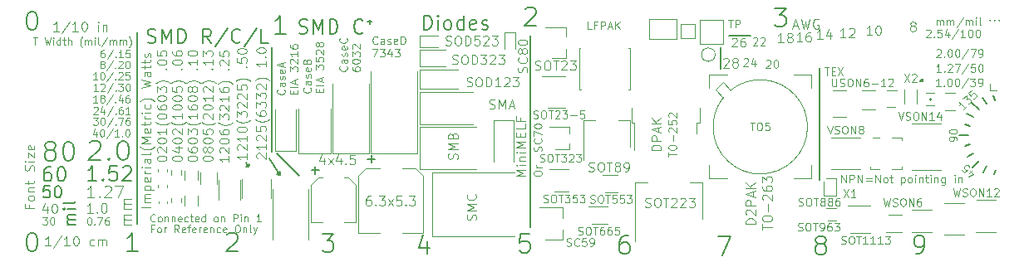
<source format=gbr>
%TF.GenerationSoftware,KiCad,Pcbnew,9.0.3*%
%TF.CreationDate,2025-07-13T21:34:20+02:00*%
%TF.ProjectId,PCB_Ruler,5043425f-5275-46c6-9572-2e6b69636164,rev?*%
%TF.SameCoordinates,Original*%
%TF.FileFunction,Legend,Top*%
%TF.FilePolarity,Positive*%
%FSLAX46Y46*%
G04 Gerber Fmt 4.6, Leading zero omitted, Abs format (unit mm)*
G04 Created by KiCad (PCBNEW 9.0.3) date 2025-07-13 21:34:20*
%MOMM*%
%LPD*%
G01*
G04 APERTURE LIST*
%ADD10C,0.150000*%
%ADD11C,0.100000*%
%ADD12C,0.101600*%
%ADD13C,0.152400*%
%ADD14C,0.160000*%
%ADD15C,0.120000*%
%ADD16C,0.127000*%
%ADD17C,0.200000*%
%ADD18C,0.203200*%
G04 APERTURE END LIST*
D10*
X162100000Y-101000000D02*
X161900000Y-101000000D01*
X162100000Y-100800000D01*
X162100000Y-101000000D01*
G36*
X162100000Y-101000000D02*
G01*
X161900000Y-101000000D01*
X162100000Y-100800000D01*
X162100000Y-101000000D01*
G37*
D11*
X153866666Y-111364895D02*
X153866666Y-110564895D01*
X153866666Y-110564895D02*
X154323809Y-111364895D01*
X154323809Y-111364895D02*
X154323809Y-110564895D01*
X154704761Y-111364895D02*
X154704761Y-110564895D01*
X154704761Y-110564895D02*
X155009523Y-110564895D01*
X155009523Y-110564895D02*
X155085713Y-110602990D01*
X155085713Y-110602990D02*
X155123808Y-110641085D01*
X155123808Y-110641085D02*
X155161904Y-110717276D01*
X155161904Y-110717276D02*
X155161904Y-110831561D01*
X155161904Y-110831561D02*
X155123808Y-110907752D01*
X155123808Y-110907752D02*
X155085713Y-110945847D01*
X155085713Y-110945847D02*
X155009523Y-110983942D01*
X155009523Y-110983942D02*
X154704761Y-110983942D01*
X155504761Y-111364895D02*
X155504761Y-110564895D01*
X155504761Y-110564895D02*
X155961904Y-111364895D01*
X155961904Y-111364895D02*
X155961904Y-110564895D01*
X156342856Y-110945847D02*
X156952380Y-110945847D01*
X156952380Y-111174419D02*
X156342856Y-111174419D01*
X157333332Y-111364895D02*
X157333332Y-110564895D01*
X157333332Y-110564895D02*
X157790475Y-111364895D01*
X157790475Y-111364895D02*
X157790475Y-110564895D01*
X158285712Y-111364895D02*
X158209522Y-111326800D01*
X158209522Y-111326800D02*
X158171427Y-111288704D01*
X158171427Y-111288704D02*
X158133331Y-111212514D01*
X158133331Y-111212514D02*
X158133331Y-110983942D01*
X158133331Y-110983942D02*
X158171427Y-110907752D01*
X158171427Y-110907752D02*
X158209522Y-110869657D01*
X158209522Y-110869657D02*
X158285712Y-110831561D01*
X158285712Y-110831561D02*
X158399998Y-110831561D01*
X158399998Y-110831561D02*
X158476189Y-110869657D01*
X158476189Y-110869657D02*
X158514284Y-110907752D01*
X158514284Y-110907752D02*
X158552379Y-110983942D01*
X158552379Y-110983942D02*
X158552379Y-111212514D01*
X158552379Y-111212514D02*
X158514284Y-111288704D01*
X158514284Y-111288704D02*
X158476189Y-111326800D01*
X158476189Y-111326800D02*
X158399998Y-111364895D01*
X158399998Y-111364895D02*
X158285712Y-111364895D01*
X158780951Y-110831561D02*
X159085713Y-110831561D01*
X158895237Y-110564895D02*
X158895237Y-111250609D01*
X158895237Y-111250609D02*
X158933332Y-111326800D01*
X158933332Y-111326800D02*
X159009522Y-111364895D01*
X159009522Y-111364895D02*
X159085713Y-111364895D01*
X159961904Y-110831561D02*
X159961904Y-111631561D01*
X159961904Y-110869657D02*
X160038094Y-110831561D01*
X160038094Y-110831561D02*
X160190475Y-110831561D01*
X160190475Y-110831561D02*
X160266666Y-110869657D01*
X160266666Y-110869657D02*
X160304761Y-110907752D01*
X160304761Y-110907752D02*
X160342856Y-110983942D01*
X160342856Y-110983942D02*
X160342856Y-111212514D01*
X160342856Y-111212514D02*
X160304761Y-111288704D01*
X160304761Y-111288704D02*
X160266666Y-111326800D01*
X160266666Y-111326800D02*
X160190475Y-111364895D01*
X160190475Y-111364895D02*
X160038094Y-111364895D01*
X160038094Y-111364895D02*
X159961904Y-111326800D01*
X160799999Y-111364895D02*
X160723809Y-111326800D01*
X160723809Y-111326800D02*
X160685714Y-111288704D01*
X160685714Y-111288704D02*
X160647618Y-111212514D01*
X160647618Y-111212514D02*
X160647618Y-110983942D01*
X160647618Y-110983942D02*
X160685714Y-110907752D01*
X160685714Y-110907752D02*
X160723809Y-110869657D01*
X160723809Y-110869657D02*
X160799999Y-110831561D01*
X160799999Y-110831561D02*
X160914285Y-110831561D01*
X160914285Y-110831561D02*
X160990476Y-110869657D01*
X160990476Y-110869657D02*
X161028571Y-110907752D01*
X161028571Y-110907752D02*
X161066666Y-110983942D01*
X161066666Y-110983942D02*
X161066666Y-111212514D01*
X161066666Y-111212514D02*
X161028571Y-111288704D01*
X161028571Y-111288704D02*
X160990476Y-111326800D01*
X160990476Y-111326800D02*
X160914285Y-111364895D01*
X160914285Y-111364895D02*
X160799999Y-111364895D01*
X161409524Y-111364895D02*
X161409524Y-110831561D01*
X161409524Y-110564895D02*
X161371428Y-110602990D01*
X161371428Y-110602990D02*
X161409524Y-110641085D01*
X161409524Y-110641085D02*
X161447619Y-110602990D01*
X161447619Y-110602990D02*
X161409524Y-110564895D01*
X161409524Y-110564895D02*
X161409524Y-110641085D01*
X161790476Y-110831561D02*
X161790476Y-111364895D01*
X161790476Y-110907752D02*
X161828571Y-110869657D01*
X161828571Y-110869657D02*
X161904761Y-110831561D01*
X161904761Y-110831561D02*
X162019047Y-110831561D01*
X162019047Y-110831561D02*
X162095238Y-110869657D01*
X162095238Y-110869657D02*
X162133333Y-110945847D01*
X162133333Y-110945847D02*
X162133333Y-111364895D01*
X162400000Y-110831561D02*
X162704762Y-110831561D01*
X162514286Y-110564895D02*
X162514286Y-111250609D01*
X162514286Y-111250609D02*
X162552381Y-111326800D01*
X162552381Y-111326800D02*
X162628571Y-111364895D01*
X162628571Y-111364895D02*
X162704762Y-111364895D01*
X162971429Y-111364895D02*
X162971429Y-110831561D01*
X162971429Y-110564895D02*
X162933333Y-110602990D01*
X162933333Y-110602990D02*
X162971429Y-110641085D01*
X162971429Y-110641085D02*
X163009524Y-110602990D01*
X163009524Y-110602990D02*
X162971429Y-110564895D01*
X162971429Y-110564895D02*
X162971429Y-110641085D01*
X163352381Y-110831561D02*
X163352381Y-111364895D01*
X163352381Y-110907752D02*
X163390476Y-110869657D01*
X163390476Y-110869657D02*
X163466666Y-110831561D01*
X163466666Y-110831561D02*
X163580952Y-110831561D01*
X163580952Y-110831561D02*
X163657143Y-110869657D01*
X163657143Y-110869657D02*
X163695238Y-110945847D01*
X163695238Y-110945847D02*
X163695238Y-111364895D01*
X164419048Y-110831561D02*
X164419048Y-111479180D01*
X164419048Y-111479180D02*
X164380953Y-111555371D01*
X164380953Y-111555371D02*
X164342857Y-111593466D01*
X164342857Y-111593466D02*
X164266667Y-111631561D01*
X164266667Y-111631561D02*
X164152381Y-111631561D01*
X164152381Y-111631561D02*
X164076191Y-111593466D01*
X164419048Y-111326800D02*
X164342857Y-111364895D01*
X164342857Y-111364895D02*
X164190476Y-111364895D01*
X164190476Y-111364895D02*
X164114286Y-111326800D01*
X164114286Y-111326800D02*
X164076191Y-111288704D01*
X164076191Y-111288704D02*
X164038095Y-111212514D01*
X164038095Y-111212514D02*
X164038095Y-110983942D01*
X164038095Y-110983942D02*
X164076191Y-110907752D01*
X164076191Y-110907752D02*
X164114286Y-110869657D01*
X164114286Y-110869657D02*
X164190476Y-110831561D01*
X164190476Y-110831561D02*
X164342857Y-110831561D01*
X164342857Y-110831561D02*
X164419048Y-110869657D01*
X165409525Y-111364895D02*
X165409525Y-110831561D01*
X165409525Y-110564895D02*
X165371429Y-110602990D01*
X165371429Y-110602990D02*
X165409525Y-110641085D01*
X165409525Y-110641085D02*
X165447620Y-110602990D01*
X165447620Y-110602990D02*
X165409525Y-110564895D01*
X165409525Y-110564895D02*
X165409525Y-110641085D01*
X165790477Y-110831561D02*
X165790477Y-111364895D01*
X165790477Y-110907752D02*
X165828572Y-110869657D01*
X165828572Y-110869657D02*
X165904762Y-110831561D01*
X165904762Y-110831561D02*
X166019048Y-110831561D01*
X166019048Y-110831561D02*
X166095239Y-110869657D01*
X166095239Y-110869657D02*
X166133334Y-110945847D01*
X166133334Y-110945847D02*
X166133334Y-111364895D01*
X152141979Y-99596895D02*
X152599122Y-99596895D01*
X152370550Y-100396895D02*
X152370550Y-99596895D01*
X152865789Y-99977847D02*
X153132455Y-99977847D01*
X153246741Y-100396895D02*
X152865789Y-100396895D01*
X152865789Y-100396895D02*
X152865789Y-99596895D01*
X152865789Y-99596895D02*
X153246741Y-99596895D01*
X153513408Y-99596895D02*
X154046742Y-100396895D01*
X154046742Y-99596895D02*
X153513408Y-100396895D01*
X142341979Y-94756895D02*
X142799122Y-94756895D01*
X142570550Y-95556895D02*
X142570550Y-94756895D01*
X143065789Y-95556895D02*
X143065789Y-94756895D01*
X143065789Y-94756895D02*
X143370551Y-94756895D01*
X143370551Y-94756895D02*
X143446741Y-94794990D01*
X143446741Y-94794990D02*
X143484836Y-94833085D01*
X143484836Y-94833085D02*
X143522932Y-94909276D01*
X143522932Y-94909276D02*
X143522932Y-95023561D01*
X143522932Y-95023561D02*
X143484836Y-95099752D01*
X143484836Y-95099752D02*
X143446741Y-95137847D01*
X143446741Y-95137847D02*
X143370551Y-95175942D01*
X143370551Y-95175942D02*
X143065789Y-95175942D01*
X125888169Y-117818800D02*
X126002455Y-117856895D01*
X126002455Y-117856895D02*
X126192931Y-117856895D01*
X126192931Y-117856895D02*
X126269122Y-117818800D01*
X126269122Y-117818800D02*
X126307217Y-117780704D01*
X126307217Y-117780704D02*
X126345312Y-117704514D01*
X126345312Y-117704514D02*
X126345312Y-117628323D01*
X126345312Y-117628323D02*
X126307217Y-117552133D01*
X126307217Y-117552133D02*
X126269122Y-117514038D01*
X126269122Y-117514038D02*
X126192931Y-117475942D01*
X126192931Y-117475942D02*
X126040550Y-117437847D01*
X126040550Y-117437847D02*
X125964360Y-117399752D01*
X125964360Y-117399752D02*
X125926265Y-117361657D01*
X125926265Y-117361657D02*
X125888169Y-117285466D01*
X125888169Y-117285466D02*
X125888169Y-117209276D01*
X125888169Y-117209276D02*
X125926265Y-117133085D01*
X125926265Y-117133085D02*
X125964360Y-117094990D01*
X125964360Y-117094990D02*
X126040550Y-117056895D01*
X126040550Y-117056895D02*
X126231027Y-117056895D01*
X126231027Y-117056895D02*
X126345312Y-117094990D01*
X127145313Y-117780704D02*
X127107217Y-117818800D01*
X127107217Y-117818800D02*
X126992932Y-117856895D01*
X126992932Y-117856895D02*
X126916741Y-117856895D01*
X126916741Y-117856895D02*
X126802455Y-117818800D01*
X126802455Y-117818800D02*
X126726265Y-117742609D01*
X126726265Y-117742609D02*
X126688170Y-117666419D01*
X126688170Y-117666419D02*
X126650074Y-117514038D01*
X126650074Y-117514038D02*
X126650074Y-117399752D01*
X126650074Y-117399752D02*
X126688170Y-117247371D01*
X126688170Y-117247371D02*
X126726265Y-117171180D01*
X126726265Y-117171180D02*
X126802455Y-117094990D01*
X126802455Y-117094990D02*
X126916741Y-117056895D01*
X126916741Y-117056895D02*
X126992932Y-117056895D01*
X126992932Y-117056895D02*
X127107217Y-117094990D01*
X127107217Y-117094990D02*
X127145313Y-117133085D01*
X127869122Y-117056895D02*
X127488170Y-117056895D01*
X127488170Y-117056895D02*
X127450074Y-117437847D01*
X127450074Y-117437847D02*
X127488170Y-117399752D01*
X127488170Y-117399752D02*
X127564360Y-117361657D01*
X127564360Y-117361657D02*
X127754836Y-117361657D01*
X127754836Y-117361657D02*
X127831027Y-117399752D01*
X127831027Y-117399752D02*
X127869122Y-117437847D01*
X127869122Y-117437847D02*
X127907217Y-117514038D01*
X127907217Y-117514038D02*
X127907217Y-117704514D01*
X127907217Y-117704514D02*
X127869122Y-117780704D01*
X127869122Y-117780704D02*
X127831027Y-117818800D01*
X127831027Y-117818800D02*
X127754836Y-117856895D01*
X127754836Y-117856895D02*
X127564360Y-117856895D01*
X127564360Y-117856895D02*
X127488170Y-117818800D01*
X127488170Y-117818800D02*
X127450074Y-117780704D01*
X128288170Y-117856895D02*
X128440551Y-117856895D01*
X128440551Y-117856895D02*
X128516741Y-117818800D01*
X128516741Y-117818800D02*
X128554837Y-117780704D01*
X128554837Y-117780704D02*
X128631027Y-117666419D01*
X128631027Y-117666419D02*
X128669122Y-117514038D01*
X128669122Y-117514038D02*
X128669122Y-117209276D01*
X128669122Y-117209276D02*
X128631027Y-117133085D01*
X128631027Y-117133085D02*
X128592932Y-117094990D01*
X128592932Y-117094990D02*
X128516741Y-117056895D01*
X128516741Y-117056895D02*
X128364360Y-117056895D01*
X128364360Y-117056895D02*
X128288170Y-117094990D01*
X128288170Y-117094990D02*
X128250075Y-117133085D01*
X128250075Y-117133085D02*
X128211979Y-117209276D01*
X128211979Y-117209276D02*
X128211979Y-117399752D01*
X128211979Y-117399752D02*
X128250075Y-117475942D01*
X128250075Y-117475942D02*
X128288170Y-117514038D01*
X128288170Y-117514038D02*
X128364360Y-117552133D01*
X128364360Y-117552133D02*
X128516741Y-117552133D01*
X128516741Y-117552133D02*
X128592932Y-117514038D01*
X128592932Y-117514038D02*
X128631027Y-117475942D01*
X128631027Y-117475942D02*
X128669122Y-117399752D01*
X103452749Y-99466591D02*
X103490845Y-99504687D01*
X103490845Y-99504687D02*
X103528940Y-99618972D01*
X103528940Y-99618972D02*
X103528940Y-99695163D01*
X103528940Y-99695163D02*
X103490845Y-99809449D01*
X103490845Y-99809449D02*
X103414654Y-99885639D01*
X103414654Y-99885639D02*
X103338464Y-99923734D01*
X103338464Y-99923734D02*
X103186083Y-99961830D01*
X103186083Y-99961830D02*
X103071797Y-99961830D01*
X103071797Y-99961830D02*
X102919416Y-99923734D01*
X102919416Y-99923734D02*
X102843225Y-99885639D01*
X102843225Y-99885639D02*
X102767035Y-99809449D01*
X102767035Y-99809449D02*
X102728940Y-99695163D01*
X102728940Y-99695163D02*
X102728940Y-99618972D01*
X102728940Y-99618972D02*
X102767035Y-99504687D01*
X102767035Y-99504687D02*
X102805130Y-99466591D01*
X103528940Y-98780877D02*
X103109892Y-98780877D01*
X103109892Y-98780877D02*
X103033702Y-98818972D01*
X103033702Y-98818972D02*
X102995606Y-98895163D01*
X102995606Y-98895163D02*
X102995606Y-99047544D01*
X102995606Y-99047544D02*
X103033702Y-99123734D01*
X103490845Y-98780877D02*
X103528940Y-98857068D01*
X103528940Y-98857068D02*
X103528940Y-99047544D01*
X103528940Y-99047544D02*
X103490845Y-99123734D01*
X103490845Y-99123734D02*
X103414654Y-99161830D01*
X103414654Y-99161830D02*
X103338464Y-99161830D01*
X103338464Y-99161830D02*
X103262273Y-99123734D01*
X103262273Y-99123734D02*
X103224178Y-99047544D01*
X103224178Y-99047544D02*
X103224178Y-98857068D01*
X103224178Y-98857068D02*
X103186083Y-98780877D01*
X103490845Y-98438020D02*
X103528940Y-98361829D01*
X103528940Y-98361829D02*
X103528940Y-98209448D01*
X103528940Y-98209448D02*
X103490845Y-98133258D01*
X103490845Y-98133258D02*
X103414654Y-98095162D01*
X103414654Y-98095162D02*
X103376559Y-98095162D01*
X103376559Y-98095162D02*
X103300368Y-98133258D01*
X103300368Y-98133258D02*
X103262273Y-98209448D01*
X103262273Y-98209448D02*
X103262273Y-98323734D01*
X103262273Y-98323734D02*
X103224178Y-98399924D01*
X103224178Y-98399924D02*
X103147987Y-98438020D01*
X103147987Y-98438020D02*
X103109892Y-98438020D01*
X103109892Y-98438020D02*
X103033702Y-98399924D01*
X103033702Y-98399924D02*
X102995606Y-98323734D01*
X102995606Y-98323734D02*
X102995606Y-98209448D01*
X102995606Y-98209448D02*
X103033702Y-98133258D01*
X103490845Y-97447543D02*
X103528940Y-97523734D01*
X103528940Y-97523734D02*
X103528940Y-97676115D01*
X103528940Y-97676115D02*
X103490845Y-97752305D01*
X103490845Y-97752305D02*
X103414654Y-97790401D01*
X103414654Y-97790401D02*
X103109892Y-97790401D01*
X103109892Y-97790401D02*
X103033702Y-97752305D01*
X103033702Y-97752305D02*
X102995606Y-97676115D01*
X102995606Y-97676115D02*
X102995606Y-97523734D01*
X102995606Y-97523734D02*
X103033702Y-97447543D01*
X103033702Y-97447543D02*
X103109892Y-97409448D01*
X103109892Y-97409448D02*
X103186083Y-97409448D01*
X103186083Y-97409448D02*
X103262273Y-97790401D01*
X103452749Y-96609448D02*
X103490845Y-96647544D01*
X103490845Y-96647544D02*
X103528940Y-96761829D01*
X103528940Y-96761829D02*
X103528940Y-96838020D01*
X103528940Y-96838020D02*
X103490845Y-96952306D01*
X103490845Y-96952306D02*
X103414654Y-97028496D01*
X103414654Y-97028496D02*
X103338464Y-97066591D01*
X103338464Y-97066591D02*
X103186083Y-97104687D01*
X103186083Y-97104687D02*
X103071797Y-97104687D01*
X103071797Y-97104687D02*
X102919416Y-97066591D01*
X102919416Y-97066591D02*
X102843225Y-97028496D01*
X102843225Y-97028496D02*
X102767035Y-96952306D01*
X102767035Y-96952306D02*
X102728940Y-96838020D01*
X102728940Y-96838020D02*
X102728940Y-96761829D01*
X102728940Y-96761829D02*
X102767035Y-96647544D01*
X102767035Y-96647544D02*
X102805130Y-96609448D01*
X104016895Y-99580877D02*
X104016895Y-99733258D01*
X104016895Y-99733258D02*
X104054990Y-99809449D01*
X104054990Y-99809449D02*
X104093085Y-99847544D01*
X104093085Y-99847544D02*
X104207371Y-99923734D01*
X104207371Y-99923734D02*
X104359752Y-99961830D01*
X104359752Y-99961830D02*
X104664514Y-99961830D01*
X104664514Y-99961830D02*
X104740704Y-99923734D01*
X104740704Y-99923734D02*
X104778800Y-99885639D01*
X104778800Y-99885639D02*
X104816895Y-99809449D01*
X104816895Y-99809449D02*
X104816895Y-99657068D01*
X104816895Y-99657068D02*
X104778800Y-99580877D01*
X104778800Y-99580877D02*
X104740704Y-99542782D01*
X104740704Y-99542782D02*
X104664514Y-99504687D01*
X104664514Y-99504687D02*
X104474038Y-99504687D01*
X104474038Y-99504687D02*
X104397847Y-99542782D01*
X104397847Y-99542782D02*
X104359752Y-99580877D01*
X104359752Y-99580877D02*
X104321657Y-99657068D01*
X104321657Y-99657068D02*
X104321657Y-99809449D01*
X104321657Y-99809449D02*
X104359752Y-99885639D01*
X104359752Y-99885639D02*
X104397847Y-99923734D01*
X104397847Y-99923734D02*
X104474038Y-99961830D01*
X104016895Y-99009448D02*
X104016895Y-98933258D01*
X104016895Y-98933258D02*
X104054990Y-98857067D01*
X104054990Y-98857067D02*
X104093085Y-98818972D01*
X104093085Y-98818972D02*
X104169276Y-98780877D01*
X104169276Y-98780877D02*
X104321657Y-98742782D01*
X104321657Y-98742782D02*
X104512133Y-98742782D01*
X104512133Y-98742782D02*
X104664514Y-98780877D01*
X104664514Y-98780877D02*
X104740704Y-98818972D01*
X104740704Y-98818972D02*
X104778800Y-98857067D01*
X104778800Y-98857067D02*
X104816895Y-98933258D01*
X104816895Y-98933258D02*
X104816895Y-99009448D01*
X104816895Y-99009448D02*
X104778800Y-99085639D01*
X104778800Y-99085639D02*
X104740704Y-99123734D01*
X104740704Y-99123734D02*
X104664514Y-99161829D01*
X104664514Y-99161829D02*
X104512133Y-99199925D01*
X104512133Y-99199925D02*
X104321657Y-99199925D01*
X104321657Y-99199925D02*
X104169276Y-99161829D01*
X104169276Y-99161829D02*
X104093085Y-99123734D01*
X104093085Y-99123734D02*
X104054990Y-99085639D01*
X104054990Y-99085639D02*
X104016895Y-99009448D01*
X104016895Y-98476115D02*
X104016895Y-97980877D01*
X104016895Y-97980877D02*
X104321657Y-98247543D01*
X104321657Y-98247543D02*
X104321657Y-98133258D01*
X104321657Y-98133258D02*
X104359752Y-98057067D01*
X104359752Y-98057067D02*
X104397847Y-98018972D01*
X104397847Y-98018972D02*
X104474038Y-97980877D01*
X104474038Y-97980877D02*
X104664514Y-97980877D01*
X104664514Y-97980877D02*
X104740704Y-98018972D01*
X104740704Y-98018972D02*
X104778800Y-98057067D01*
X104778800Y-98057067D02*
X104816895Y-98133258D01*
X104816895Y-98133258D02*
X104816895Y-98361829D01*
X104816895Y-98361829D02*
X104778800Y-98438020D01*
X104778800Y-98438020D02*
X104740704Y-98476115D01*
X104093085Y-97676115D02*
X104054990Y-97638019D01*
X104054990Y-97638019D02*
X104016895Y-97561829D01*
X104016895Y-97561829D02*
X104016895Y-97371353D01*
X104016895Y-97371353D02*
X104054990Y-97295162D01*
X104054990Y-97295162D02*
X104093085Y-97257067D01*
X104093085Y-97257067D02*
X104169276Y-97218972D01*
X104169276Y-97218972D02*
X104245466Y-97218972D01*
X104245466Y-97218972D02*
X104359752Y-97257067D01*
X104359752Y-97257067D02*
X104816895Y-97714210D01*
X104816895Y-97714210D02*
X104816895Y-97218972D01*
X99752749Y-101666591D02*
X99790845Y-101704687D01*
X99790845Y-101704687D02*
X99828940Y-101818972D01*
X99828940Y-101818972D02*
X99828940Y-101895163D01*
X99828940Y-101895163D02*
X99790845Y-102009449D01*
X99790845Y-102009449D02*
X99714654Y-102085639D01*
X99714654Y-102085639D02*
X99638464Y-102123734D01*
X99638464Y-102123734D02*
X99486083Y-102161830D01*
X99486083Y-102161830D02*
X99371797Y-102161830D01*
X99371797Y-102161830D02*
X99219416Y-102123734D01*
X99219416Y-102123734D02*
X99143225Y-102085639D01*
X99143225Y-102085639D02*
X99067035Y-102009449D01*
X99067035Y-102009449D02*
X99028940Y-101895163D01*
X99028940Y-101895163D02*
X99028940Y-101818972D01*
X99028940Y-101818972D02*
X99067035Y-101704687D01*
X99067035Y-101704687D02*
X99105130Y-101666591D01*
X99828940Y-100980877D02*
X99409892Y-100980877D01*
X99409892Y-100980877D02*
X99333702Y-101018972D01*
X99333702Y-101018972D02*
X99295606Y-101095163D01*
X99295606Y-101095163D02*
X99295606Y-101247544D01*
X99295606Y-101247544D02*
X99333702Y-101323734D01*
X99790845Y-100980877D02*
X99828940Y-101057068D01*
X99828940Y-101057068D02*
X99828940Y-101247544D01*
X99828940Y-101247544D02*
X99790845Y-101323734D01*
X99790845Y-101323734D02*
X99714654Y-101361830D01*
X99714654Y-101361830D02*
X99638464Y-101361830D01*
X99638464Y-101361830D02*
X99562273Y-101323734D01*
X99562273Y-101323734D02*
X99524178Y-101247544D01*
X99524178Y-101247544D02*
X99524178Y-101057068D01*
X99524178Y-101057068D02*
X99486083Y-100980877D01*
X99790845Y-100638020D02*
X99828940Y-100561829D01*
X99828940Y-100561829D02*
X99828940Y-100409448D01*
X99828940Y-100409448D02*
X99790845Y-100333258D01*
X99790845Y-100333258D02*
X99714654Y-100295162D01*
X99714654Y-100295162D02*
X99676559Y-100295162D01*
X99676559Y-100295162D02*
X99600368Y-100333258D01*
X99600368Y-100333258D02*
X99562273Y-100409448D01*
X99562273Y-100409448D02*
X99562273Y-100523734D01*
X99562273Y-100523734D02*
X99524178Y-100599924D01*
X99524178Y-100599924D02*
X99447987Y-100638020D01*
X99447987Y-100638020D02*
X99409892Y-100638020D01*
X99409892Y-100638020D02*
X99333702Y-100599924D01*
X99333702Y-100599924D02*
X99295606Y-100523734D01*
X99295606Y-100523734D02*
X99295606Y-100409448D01*
X99295606Y-100409448D02*
X99333702Y-100333258D01*
X99790845Y-99647543D02*
X99828940Y-99723734D01*
X99828940Y-99723734D02*
X99828940Y-99876115D01*
X99828940Y-99876115D02*
X99790845Y-99952305D01*
X99790845Y-99952305D02*
X99714654Y-99990401D01*
X99714654Y-99990401D02*
X99409892Y-99990401D01*
X99409892Y-99990401D02*
X99333702Y-99952305D01*
X99333702Y-99952305D02*
X99295606Y-99876115D01*
X99295606Y-99876115D02*
X99295606Y-99723734D01*
X99295606Y-99723734D02*
X99333702Y-99647543D01*
X99333702Y-99647543D02*
X99409892Y-99609448D01*
X99409892Y-99609448D02*
X99486083Y-99609448D01*
X99486083Y-99609448D02*
X99562273Y-99990401D01*
X99409892Y-98999925D02*
X99447987Y-98885639D01*
X99447987Y-98885639D02*
X99486083Y-98847544D01*
X99486083Y-98847544D02*
X99562273Y-98809448D01*
X99562273Y-98809448D02*
X99676559Y-98809448D01*
X99676559Y-98809448D02*
X99752749Y-98847544D01*
X99752749Y-98847544D02*
X99790845Y-98885639D01*
X99790845Y-98885639D02*
X99828940Y-98961829D01*
X99828940Y-98961829D02*
X99828940Y-99266591D01*
X99828940Y-99266591D02*
X99028940Y-99266591D01*
X99028940Y-99266591D02*
X99028940Y-98999925D01*
X99028940Y-98999925D02*
X99067035Y-98923734D01*
X99067035Y-98923734D02*
X99105130Y-98885639D01*
X99105130Y-98885639D02*
X99181321Y-98847544D01*
X99181321Y-98847544D02*
X99257511Y-98847544D01*
X99257511Y-98847544D02*
X99333702Y-98885639D01*
X99333702Y-98885639D02*
X99371797Y-98923734D01*
X99371797Y-98923734D02*
X99409892Y-98999925D01*
X99409892Y-98999925D02*
X99409892Y-99266591D01*
X100697847Y-102123734D02*
X100697847Y-101857068D01*
X101116895Y-101742782D02*
X101116895Y-102123734D01*
X101116895Y-102123734D02*
X100316895Y-102123734D01*
X100316895Y-102123734D02*
X100316895Y-101742782D01*
X101116895Y-101399924D02*
X100316895Y-101399924D01*
X100888323Y-101057068D02*
X100888323Y-100676115D01*
X101116895Y-101133258D02*
X100316895Y-100866591D01*
X100316895Y-100866591D02*
X101116895Y-100599925D01*
X100316895Y-99799925D02*
X100316895Y-99304687D01*
X100316895Y-99304687D02*
X100621657Y-99571353D01*
X100621657Y-99571353D02*
X100621657Y-99457068D01*
X100621657Y-99457068D02*
X100659752Y-99380877D01*
X100659752Y-99380877D02*
X100697847Y-99342782D01*
X100697847Y-99342782D02*
X100774038Y-99304687D01*
X100774038Y-99304687D02*
X100964514Y-99304687D01*
X100964514Y-99304687D02*
X101040704Y-99342782D01*
X101040704Y-99342782D02*
X101078800Y-99380877D01*
X101078800Y-99380877D02*
X101116895Y-99457068D01*
X101116895Y-99457068D02*
X101116895Y-99685639D01*
X101116895Y-99685639D02*
X101078800Y-99761830D01*
X101078800Y-99761830D02*
X101040704Y-99799925D01*
X100316895Y-98580877D02*
X100316895Y-98961829D01*
X100316895Y-98961829D02*
X100697847Y-98999925D01*
X100697847Y-98999925D02*
X100659752Y-98961829D01*
X100659752Y-98961829D02*
X100621657Y-98885639D01*
X100621657Y-98885639D02*
X100621657Y-98695163D01*
X100621657Y-98695163D02*
X100659752Y-98618972D01*
X100659752Y-98618972D02*
X100697847Y-98580877D01*
X100697847Y-98580877D02*
X100774038Y-98542782D01*
X100774038Y-98542782D02*
X100964514Y-98542782D01*
X100964514Y-98542782D02*
X101040704Y-98580877D01*
X101040704Y-98580877D02*
X101078800Y-98618972D01*
X101078800Y-98618972D02*
X101116895Y-98695163D01*
X101116895Y-98695163D02*
X101116895Y-98885639D01*
X101116895Y-98885639D02*
X101078800Y-98961829D01*
X101078800Y-98961829D02*
X101040704Y-98999925D01*
X100393085Y-98238020D02*
X100354990Y-98199924D01*
X100354990Y-98199924D02*
X100316895Y-98123734D01*
X100316895Y-98123734D02*
X100316895Y-97933258D01*
X100316895Y-97933258D02*
X100354990Y-97857067D01*
X100354990Y-97857067D02*
X100393085Y-97818972D01*
X100393085Y-97818972D02*
X100469276Y-97780877D01*
X100469276Y-97780877D02*
X100545466Y-97780877D01*
X100545466Y-97780877D02*
X100659752Y-97818972D01*
X100659752Y-97818972D02*
X101116895Y-98276115D01*
X101116895Y-98276115D02*
X101116895Y-97780877D01*
X100659752Y-97323734D02*
X100621657Y-97399924D01*
X100621657Y-97399924D02*
X100583561Y-97438019D01*
X100583561Y-97438019D02*
X100507371Y-97476115D01*
X100507371Y-97476115D02*
X100469276Y-97476115D01*
X100469276Y-97476115D02*
X100393085Y-97438019D01*
X100393085Y-97438019D02*
X100354990Y-97399924D01*
X100354990Y-97399924D02*
X100316895Y-97323734D01*
X100316895Y-97323734D02*
X100316895Y-97171353D01*
X100316895Y-97171353D02*
X100354990Y-97095162D01*
X100354990Y-97095162D02*
X100393085Y-97057067D01*
X100393085Y-97057067D02*
X100469276Y-97018972D01*
X100469276Y-97018972D02*
X100507371Y-97018972D01*
X100507371Y-97018972D02*
X100583561Y-97057067D01*
X100583561Y-97057067D02*
X100621657Y-97095162D01*
X100621657Y-97095162D02*
X100659752Y-97171353D01*
X100659752Y-97171353D02*
X100659752Y-97323734D01*
X100659752Y-97323734D02*
X100697847Y-97399924D01*
X100697847Y-97399924D02*
X100735942Y-97438019D01*
X100735942Y-97438019D02*
X100812133Y-97476115D01*
X100812133Y-97476115D02*
X100964514Y-97476115D01*
X100964514Y-97476115D02*
X101040704Y-97438019D01*
X101040704Y-97438019D02*
X101078800Y-97399924D01*
X101078800Y-97399924D02*
X101116895Y-97323734D01*
X101116895Y-97323734D02*
X101116895Y-97171353D01*
X101116895Y-97171353D02*
X101078800Y-97095162D01*
X101078800Y-97095162D02*
X101040704Y-97057067D01*
X101040704Y-97057067D02*
X100964514Y-97018972D01*
X100964514Y-97018972D02*
X100812133Y-97018972D01*
X100812133Y-97018972D02*
X100735942Y-97057067D01*
X100735942Y-97057067D02*
X100697847Y-97095162D01*
X100697847Y-97095162D02*
X100659752Y-97171353D01*
X97112749Y-101866591D02*
X97150845Y-101904687D01*
X97150845Y-101904687D02*
X97188940Y-102018972D01*
X97188940Y-102018972D02*
X97188940Y-102095163D01*
X97188940Y-102095163D02*
X97150845Y-102209449D01*
X97150845Y-102209449D02*
X97074654Y-102285639D01*
X97074654Y-102285639D02*
X96998464Y-102323734D01*
X96998464Y-102323734D02*
X96846083Y-102361830D01*
X96846083Y-102361830D02*
X96731797Y-102361830D01*
X96731797Y-102361830D02*
X96579416Y-102323734D01*
X96579416Y-102323734D02*
X96503225Y-102285639D01*
X96503225Y-102285639D02*
X96427035Y-102209449D01*
X96427035Y-102209449D02*
X96388940Y-102095163D01*
X96388940Y-102095163D02*
X96388940Y-102018972D01*
X96388940Y-102018972D02*
X96427035Y-101904687D01*
X96427035Y-101904687D02*
X96465130Y-101866591D01*
X97188940Y-101180877D02*
X96769892Y-101180877D01*
X96769892Y-101180877D02*
X96693702Y-101218972D01*
X96693702Y-101218972D02*
X96655606Y-101295163D01*
X96655606Y-101295163D02*
X96655606Y-101447544D01*
X96655606Y-101447544D02*
X96693702Y-101523734D01*
X97150845Y-101180877D02*
X97188940Y-101257068D01*
X97188940Y-101257068D02*
X97188940Y-101447544D01*
X97188940Y-101447544D02*
X97150845Y-101523734D01*
X97150845Y-101523734D02*
X97074654Y-101561830D01*
X97074654Y-101561830D02*
X96998464Y-101561830D01*
X96998464Y-101561830D02*
X96922273Y-101523734D01*
X96922273Y-101523734D02*
X96884178Y-101447544D01*
X96884178Y-101447544D02*
X96884178Y-101257068D01*
X96884178Y-101257068D02*
X96846083Y-101180877D01*
X97150845Y-100838020D02*
X97188940Y-100761829D01*
X97188940Y-100761829D02*
X97188940Y-100609448D01*
X97188940Y-100609448D02*
X97150845Y-100533258D01*
X97150845Y-100533258D02*
X97074654Y-100495162D01*
X97074654Y-100495162D02*
X97036559Y-100495162D01*
X97036559Y-100495162D02*
X96960368Y-100533258D01*
X96960368Y-100533258D02*
X96922273Y-100609448D01*
X96922273Y-100609448D02*
X96922273Y-100723734D01*
X96922273Y-100723734D02*
X96884178Y-100799924D01*
X96884178Y-100799924D02*
X96807987Y-100838020D01*
X96807987Y-100838020D02*
X96769892Y-100838020D01*
X96769892Y-100838020D02*
X96693702Y-100799924D01*
X96693702Y-100799924D02*
X96655606Y-100723734D01*
X96655606Y-100723734D02*
X96655606Y-100609448D01*
X96655606Y-100609448D02*
X96693702Y-100533258D01*
X97150845Y-99847543D02*
X97188940Y-99923734D01*
X97188940Y-99923734D02*
X97188940Y-100076115D01*
X97188940Y-100076115D02*
X97150845Y-100152305D01*
X97150845Y-100152305D02*
X97074654Y-100190401D01*
X97074654Y-100190401D02*
X96769892Y-100190401D01*
X96769892Y-100190401D02*
X96693702Y-100152305D01*
X96693702Y-100152305D02*
X96655606Y-100076115D01*
X96655606Y-100076115D02*
X96655606Y-99923734D01*
X96655606Y-99923734D02*
X96693702Y-99847543D01*
X96693702Y-99847543D02*
X96769892Y-99809448D01*
X96769892Y-99809448D02*
X96846083Y-99809448D01*
X96846083Y-99809448D02*
X96922273Y-100190401D01*
X96960368Y-99504687D02*
X96960368Y-99123734D01*
X97188940Y-99580877D02*
X96388940Y-99314210D01*
X96388940Y-99314210D02*
X97188940Y-99047544D01*
X98057847Y-102323734D02*
X98057847Y-102057068D01*
X98476895Y-101942782D02*
X98476895Y-102323734D01*
X98476895Y-102323734D02*
X97676895Y-102323734D01*
X97676895Y-102323734D02*
X97676895Y-101942782D01*
X98476895Y-101599924D02*
X97676895Y-101599924D01*
X98248323Y-101257068D02*
X98248323Y-100876115D01*
X98476895Y-101333258D02*
X97676895Y-101066591D01*
X97676895Y-101066591D02*
X98476895Y-100799925D01*
X97676895Y-99999925D02*
X97676895Y-99504687D01*
X97676895Y-99504687D02*
X97981657Y-99771353D01*
X97981657Y-99771353D02*
X97981657Y-99657068D01*
X97981657Y-99657068D02*
X98019752Y-99580877D01*
X98019752Y-99580877D02*
X98057847Y-99542782D01*
X98057847Y-99542782D02*
X98134038Y-99504687D01*
X98134038Y-99504687D02*
X98324514Y-99504687D01*
X98324514Y-99504687D02*
X98400704Y-99542782D01*
X98400704Y-99542782D02*
X98438800Y-99580877D01*
X98438800Y-99580877D02*
X98476895Y-99657068D01*
X98476895Y-99657068D02*
X98476895Y-99885639D01*
X98476895Y-99885639D02*
X98438800Y-99961830D01*
X98438800Y-99961830D02*
X98400704Y-99999925D01*
X97753085Y-99199925D02*
X97714990Y-99161829D01*
X97714990Y-99161829D02*
X97676895Y-99085639D01*
X97676895Y-99085639D02*
X97676895Y-98895163D01*
X97676895Y-98895163D02*
X97714990Y-98818972D01*
X97714990Y-98818972D02*
X97753085Y-98780877D01*
X97753085Y-98780877D02*
X97829276Y-98742782D01*
X97829276Y-98742782D02*
X97905466Y-98742782D01*
X97905466Y-98742782D02*
X98019752Y-98780877D01*
X98019752Y-98780877D02*
X98476895Y-99238020D01*
X98476895Y-99238020D02*
X98476895Y-98742782D01*
X98476895Y-97980877D02*
X98476895Y-98438020D01*
X98476895Y-98209448D02*
X97676895Y-98209448D01*
X97676895Y-98209448D02*
X97791180Y-98285639D01*
X97791180Y-98285639D02*
X97867371Y-98361829D01*
X97867371Y-98361829D02*
X97905466Y-98438020D01*
X97676895Y-97295162D02*
X97676895Y-97447543D01*
X97676895Y-97447543D02*
X97714990Y-97523734D01*
X97714990Y-97523734D02*
X97753085Y-97561829D01*
X97753085Y-97561829D02*
X97867371Y-97638019D01*
X97867371Y-97638019D02*
X98019752Y-97676115D01*
X98019752Y-97676115D02*
X98324514Y-97676115D01*
X98324514Y-97676115D02*
X98400704Y-97638019D01*
X98400704Y-97638019D02*
X98438800Y-97599924D01*
X98438800Y-97599924D02*
X98476895Y-97523734D01*
X98476895Y-97523734D02*
X98476895Y-97371353D01*
X98476895Y-97371353D02*
X98438800Y-97295162D01*
X98438800Y-97295162D02*
X98400704Y-97257067D01*
X98400704Y-97257067D02*
X98324514Y-97218972D01*
X98324514Y-97218972D02*
X98134038Y-97218972D01*
X98134038Y-97218972D02*
X98057847Y-97257067D01*
X98057847Y-97257067D02*
X98019752Y-97295162D01*
X98019752Y-97295162D02*
X97981657Y-97371353D01*
X97981657Y-97371353D02*
X97981657Y-97523734D01*
X97981657Y-97523734D02*
X98019752Y-97599924D01*
X98019752Y-97599924D02*
X98057847Y-97638019D01*
X98057847Y-97638019D02*
X98134038Y-97676115D01*
X106603408Y-97152749D02*
X106565312Y-97190845D01*
X106565312Y-97190845D02*
X106451027Y-97228940D01*
X106451027Y-97228940D02*
X106374836Y-97228940D01*
X106374836Y-97228940D02*
X106260550Y-97190845D01*
X106260550Y-97190845D02*
X106184360Y-97114654D01*
X106184360Y-97114654D02*
X106146265Y-97038464D01*
X106146265Y-97038464D02*
X106108169Y-96886083D01*
X106108169Y-96886083D02*
X106108169Y-96771797D01*
X106108169Y-96771797D02*
X106146265Y-96619416D01*
X106146265Y-96619416D02*
X106184360Y-96543225D01*
X106184360Y-96543225D02*
X106260550Y-96467035D01*
X106260550Y-96467035D02*
X106374836Y-96428940D01*
X106374836Y-96428940D02*
X106451027Y-96428940D01*
X106451027Y-96428940D02*
X106565312Y-96467035D01*
X106565312Y-96467035D02*
X106603408Y-96505130D01*
X107289122Y-97228940D02*
X107289122Y-96809892D01*
X107289122Y-96809892D02*
X107251027Y-96733702D01*
X107251027Y-96733702D02*
X107174836Y-96695606D01*
X107174836Y-96695606D02*
X107022455Y-96695606D01*
X107022455Y-96695606D02*
X106946265Y-96733702D01*
X107289122Y-97190845D02*
X107212931Y-97228940D01*
X107212931Y-97228940D02*
X107022455Y-97228940D01*
X107022455Y-97228940D02*
X106946265Y-97190845D01*
X106946265Y-97190845D02*
X106908169Y-97114654D01*
X106908169Y-97114654D02*
X106908169Y-97038464D01*
X106908169Y-97038464D02*
X106946265Y-96962273D01*
X106946265Y-96962273D02*
X107022455Y-96924178D01*
X107022455Y-96924178D02*
X107212931Y-96924178D01*
X107212931Y-96924178D02*
X107289122Y-96886083D01*
X107631979Y-97190845D02*
X107708170Y-97228940D01*
X107708170Y-97228940D02*
X107860551Y-97228940D01*
X107860551Y-97228940D02*
X107936741Y-97190845D01*
X107936741Y-97190845D02*
X107974837Y-97114654D01*
X107974837Y-97114654D02*
X107974837Y-97076559D01*
X107974837Y-97076559D02*
X107936741Y-97000368D01*
X107936741Y-97000368D02*
X107860551Y-96962273D01*
X107860551Y-96962273D02*
X107746265Y-96962273D01*
X107746265Y-96962273D02*
X107670075Y-96924178D01*
X107670075Y-96924178D02*
X107631979Y-96847987D01*
X107631979Y-96847987D02*
X107631979Y-96809892D01*
X107631979Y-96809892D02*
X107670075Y-96733702D01*
X107670075Y-96733702D02*
X107746265Y-96695606D01*
X107746265Y-96695606D02*
X107860551Y-96695606D01*
X107860551Y-96695606D02*
X107936741Y-96733702D01*
X108622456Y-97190845D02*
X108546265Y-97228940D01*
X108546265Y-97228940D02*
X108393884Y-97228940D01*
X108393884Y-97228940D02*
X108317694Y-97190845D01*
X108317694Y-97190845D02*
X108279598Y-97114654D01*
X108279598Y-97114654D02*
X108279598Y-96809892D01*
X108279598Y-96809892D02*
X108317694Y-96733702D01*
X108317694Y-96733702D02*
X108393884Y-96695606D01*
X108393884Y-96695606D02*
X108546265Y-96695606D01*
X108546265Y-96695606D02*
X108622456Y-96733702D01*
X108622456Y-96733702D02*
X108660551Y-96809892D01*
X108660551Y-96809892D02*
X108660551Y-96886083D01*
X108660551Y-96886083D02*
X108279598Y-96962273D01*
X109003408Y-97228940D02*
X109003408Y-96428940D01*
X109003408Y-96428940D02*
X109193884Y-96428940D01*
X109193884Y-96428940D02*
X109308170Y-96467035D01*
X109308170Y-96467035D02*
X109384360Y-96543225D01*
X109384360Y-96543225D02*
X109422455Y-96619416D01*
X109422455Y-96619416D02*
X109460551Y-96771797D01*
X109460551Y-96771797D02*
X109460551Y-96886083D01*
X109460551Y-96886083D02*
X109422455Y-97038464D01*
X109422455Y-97038464D02*
X109384360Y-97114654D01*
X109384360Y-97114654D02*
X109308170Y-97190845D01*
X109308170Y-97190845D02*
X109193884Y-97228940D01*
X109193884Y-97228940D02*
X109003408Y-97228940D01*
X106070074Y-97716895D02*
X106603408Y-97716895D01*
X106603408Y-97716895D02*
X106260550Y-98516895D01*
X106831979Y-97716895D02*
X107327217Y-97716895D01*
X107327217Y-97716895D02*
X107060551Y-98021657D01*
X107060551Y-98021657D02*
X107174836Y-98021657D01*
X107174836Y-98021657D02*
X107251027Y-98059752D01*
X107251027Y-98059752D02*
X107289122Y-98097847D01*
X107289122Y-98097847D02*
X107327217Y-98174038D01*
X107327217Y-98174038D02*
X107327217Y-98364514D01*
X107327217Y-98364514D02*
X107289122Y-98440704D01*
X107289122Y-98440704D02*
X107251027Y-98478800D01*
X107251027Y-98478800D02*
X107174836Y-98516895D01*
X107174836Y-98516895D02*
X106946265Y-98516895D01*
X106946265Y-98516895D02*
X106870074Y-98478800D01*
X106870074Y-98478800D02*
X106831979Y-98440704D01*
X108012932Y-97983561D02*
X108012932Y-98516895D01*
X107822456Y-97678800D02*
X107631979Y-98250228D01*
X107631979Y-98250228D02*
X108127218Y-98250228D01*
X108355789Y-97716895D02*
X108851027Y-97716895D01*
X108851027Y-97716895D02*
X108584361Y-98021657D01*
X108584361Y-98021657D02*
X108698646Y-98021657D01*
X108698646Y-98021657D02*
X108774837Y-98059752D01*
X108774837Y-98059752D02*
X108812932Y-98097847D01*
X108812932Y-98097847D02*
X108851027Y-98174038D01*
X108851027Y-98174038D02*
X108851027Y-98364514D01*
X108851027Y-98364514D02*
X108812932Y-98440704D01*
X108812932Y-98440704D02*
X108774837Y-98478800D01*
X108774837Y-98478800D02*
X108698646Y-98516895D01*
X108698646Y-98516895D02*
X108470075Y-98516895D01*
X108470075Y-98516895D02*
X108393884Y-98478800D01*
X108393884Y-98478800D02*
X108355789Y-98440704D01*
D12*
X105890308Y-112741393D02*
X105706461Y-112741393D01*
X105706461Y-112741393D02*
X105614537Y-112787355D01*
X105614537Y-112787355D02*
X105568575Y-112833317D01*
X105568575Y-112833317D02*
X105476651Y-112971203D01*
X105476651Y-112971203D02*
X105430689Y-113155051D01*
X105430689Y-113155051D02*
X105430689Y-113522746D01*
X105430689Y-113522746D02*
X105476651Y-113614670D01*
X105476651Y-113614670D02*
X105522613Y-113660632D01*
X105522613Y-113660632D02*
X105614537Y-113706593D01*
X105614537Y-113706593D02*
X105798384Y-113706593D01*
X105798384Y-113706593D02*
X105890308Y-113660632D01*
X105890308Y-113660632D02*
X105936270Y-113614670D01*
X105936270Y-113614670D02*
X105982232Y-113522746D01*
X105982232Y-113522746D02*
X105982232Y-113292936D01*
X105982232Y-113292936D02*
X105936270Y-113201012D01*
X105936270Y-113201012D02*
X105890308Y-113155051D01*
X105890308Y-113155051D02*
X105798384Y-113109089D01*
X105798384Y-113109089D02*
X105614537Y-113109089D01*
X105614537Y-113109089D02*
X105522613Y-113155051D01*
X105522613Y-113155051D02*
X105476651Y-113201012D01*
X105476651Y-113201012D02*
X105430689Y-113292936D01*
X106395889Y-113614670D02*
X106441851Y-113660632D01*
X106441851Y-113660632D02*
X106395889Y-113706593D01*
X106395889Y-113706593D02*
X106349927Y-113660632D01*
X106349927Y-113660632D02*
X106395889Y-113614670D01*
X106395889Y-113614670D02*
X106395889Y-113706593D01*
X106763584Y-112741393D02*
X107361089Y-112741393D01*
X107361089Y-112741393D02*
X107039356Y-113109089D01*
X107039356Y-113109089D02*
X107177241Y-113109089D01*
X107177241Y-113109089D02*
X107269165Y-113155051D01*
X107269165Y-113155051D02*
X107315127Y-113201012D01*
X107315127Y-113201012D02*
X107361089Y-113292936D01*
X107361089Y-113292936D02*
X107361089Y-113522746D01*
X107361089Y-113522746D02*
X107315127Y-113614670D01*
X107315127Y-113614670D02*
X107269165Y-113660632D01*
X107269165Y-113660632D02*
X107177241Y-113706593D01*
X107177241Y-113706593D02*
X106901470Y-113706593D01*
X106901470Y-113706593D02*
X106809546Y-113660632D01*
X106809546Y-113660632D02*
X106763584Y-113614670D01*
X107682822Y-113706593D02*
X108188403Y-113063127D01*
X107682822Y-113063127D02*
X108188403Y-113706593D01*
X109015717Y-112741393D02*
X108556098Y-112741393D01*
X108556098Y-112741393D02*
X108510136Y-113201012D01*
X108510136Y-113201012D02*
X108556098Y-113155051D01*
X108556098Y-113155051D02*
X108648022Y-113109089D01*
X108648022Y-113109089D02*
X108877831Y-113109089D01*
X108877831Y-113109089D02*
X108969755Y-113155051D01*
X108969755Y-113155051D02*
X109015717Y-113201012D01*
X109015717Y-113201012D02*
X109061679Y-113292936D01*
X109061679Y-113292936D02*
X109061679Y-113522746D01*
X109061679Y-113522746D02*
X109015717Y-113614670D01*
X109015717Y-113614670D02*
X108969755Y-113660632D01*
X108969755Y-113660632D02*
X108877831Y-113706593D01*
X108877831Y-113706593D02*
X108648022Y-113706593D01*
X108648022Y-113706593D02*
X108556098Y-113660632D01*
X108556098Y-113660632D02*
X108510136Y-113614670D01*
X109475336Y-113614670D02*
X109521298Y-113660632D01*
X109521298Y-113660632D02*
X109475336Y-113706593D01*
X109475336Y-113706593D02*
X109429374Y-113660632D01*
X109429374Y-113660632D02*
X109475336Y-113614670D01*
X109475336Y-113614670D02*
X109475336Y-113706593D01*
X109843031Y-112741393D02*
X110440536Y-112741393D01*
X110440536Y-112741393D02*
X110118803Y-113109089D01*
X110118803Y-113109089D02*
X110256688Y-113109089D01*
X110256688Y-113109089D02*
X110348612Y-113155051D01*
X110348612Y-113155051D02*
X110394574Y-113201012D01*
X110394574Y-113201012D02*
X110440536Y-113292936D01*
X110440536Y-113292936D02*
X110440536Y-113522746D01*
X110440536Y-113522746D02*
X110394574Y-113614670D01*
X110394574Y-113614670D02*
X110348612Y-113660632D01*
X110348612Y-113660632D02*
X110256688Y-113706593D01*
X110256688Y-113706593D02*
X109980917Y-113706593D01*
X109980917Y-113706593D02*
X109888993Y-113660632D01*
X109888993Y-113660632D02*
X109843031Y-113614670D01*
X101160308Y-108853127D02*
X101160308Y-109496593D01*
X100930499Y-108485432D02*
X100700689Y-109174860D01*
X100700689Y-109174860D02*
X101298194Y-109174860D01*
X101573965Y-109496593D02*
X102079546Y-108853127D01*
X101573965Y-108853127D02*
X102079546Y-109496593D01*
X102860898Y-108853127D02*
X102860898Y-109496593D01*
X102631089Y-108485432D02*
X102401279Y-109174860D01*
X102401279Y-109174860D02*
X102998784Y-109174860D01*
X103366479Y-109404670D02*
X103412441Y-109450632D01*
X103412441Y-109450632D02*
X103366479Y-109496593D01*
X103366479Y-109496593D02*
X103320517Y-109450632D01*
X103320517Y-109450632D02*
X103366479Y-109404670D01*
X103366479Y-109404670D02*
X103366479Y-109496593D01*
X104285717Y-108531393D02*
X103826098Y-108531393D01*
X103826098Y-108531393D02*
X103780136Y-108991012D01*
X103780136Y-108991012D02*
X103826098Y-108945051D01*
X103826098Y-108945051D02*
X103918022Y-108899089D01*
X103918022Y-108899089D02*
X104147831Y-108899089D01*
X104147831Y-108899089D02*
X104239755Y-108945051D01*
X104239755Y-108945051D02*
X104285717Y-108991012D01*
X104285717Y-108991012D02*
X104331679Y-109082936D01*
X104331679Y-109082936D02*
X104331679Y-109312746D01*
X104331679Y-109312746D02*
X104285717Y-109404670D01*
X104285717Y-109404670D02*
X104239755Y-109450632D01*
X104239755Y-109450632D02*
X104147831Y-109496593D01*
X104147831Y-109496593D02*
X103918022Y-109496593D01*
X103918022Y-109496593D02*
X103826098Y-109450632D01*
X103826098Y-109450632D02*
X103780136Y-109404670D01*
X94363317Y-108889310D02*
X94317355Y-108843348D01*
X94317355Y-108843348D02*
X94271393Y-108751424D01*
X94271393Y-108751424D02*
X94271393Y-108521615D01*
X94271393Y-108521615D02*
X94317355Y-108429691D01*
X94317355Y-108429691D02*
X94363317Y-108383729D01*
X94363317Y-108383729D02*
X94455241Y-108337767D01*
X94455241Y-108337767D02*
X94547165Y-108337767D01*
X94547165Y-108337767D02*
X94685051Y-108383729D01*
X94685051Y-108383729D02*
X95236593Y-108935272D01*
X95236593Y-108935272D02*
X95236593Y-108337767D01*
X95236593Y-107418529D02*
X95236593Y-107970072D01*
X95236593Y-107694300D02*
X94271393Y-107694300D01*
X94271393Y-107694300D02*
X94409279Y-107786224D01*
X94409279Y-107786224D02*
X94501203Y-107878148D01*
X94501203Y-107878148D02*
X94547165Y-107970072D01*
X94363317Y-107050834D02*
X94317355Y-107004872D01*
X94317355Y-107004872D02*
X94271393Y-106912948D01*
X94271393Y-106912948D02*
X94271393Y-106683139D01*
X94271393Y-106683139D02*
X94317355Y-106591215D01*
X94317355Y-106591215D02*
X94363317Y-106545253D01*
X94363317Y-106545253D02*
X94455241Y-106499291D01*
X94455241Y-106499291D02*
X94547165Y-106499291D01*
X94547165Y-106499291D02*
X94685051Y-106545253D01*
X94685051Y-106545253D02*
X95236593Y-107096796D01*
X95236593Y-107096796D02*
X95236593Y-106499291D01*
X94271393Y-105626015D02*
X94271393Y-106085634D01*
X94271393Y-106085634D02*
X94731012Y-106131596D01*
X94731012Y-106131596D02*
X94685051Y-106085634D01*
X94685051Y-106085634D02*
X94639089Y-105993710D01*
X94639089Y-105993710D02*
X94639089Y-105763901D01*
X94639089Y-105763901D02*
X94685051Y-105671977D01*
X94685051Y-105671977D02*
X94731012Y-105626015D01*
X94731012Y-105626015D02*
X94822936Y-105580053D01*
X94822936Y-105580053D02*
X95052746Y-105580053D01*
X95052746Y-105580053D02*
X95144670Y-105626015D01*
X95144670Y-105626015D02*
X95190632Y-105671977D01*
X95190632Y-105671977D02*
X95236593Y-105763901D01*
X95236593Y-105763901D02*
X95236593Y-105993710D01*
X95236593Y-105993710D02*
X95190632Y-106085634D01*
X95190632Y-106085634D02*
X95144670Y-106131596D01*
X95604289Y-104890625D02*
X95558327Y-104936586D01*
X95558327Y-104936586D02*
X95420441Y-105028510D01*
X95420441Y-105028510D02*
X95328517Y-105074472D01*
X95328517Y-105074472D02*
X95190632Y-105120434D01*
X95190632Y-105120434D02*
X94960822Y-105166396D01*
X94960822Y-105166396D02*
X94776974Y-105166396D01*
X94776974Y-105166396D02*
X94547165Y-105120434D01*
X94547165Y-105120434D02*
X94409279Y-105074472D01*
X94409279Y-105074472D02*
X94317355Y-105028510D01*
X94317355Y-105028510D02*
X94179470Y-104936586D01*
X94179470Y-104936586D02*
X94133508Y-104890625D01*
X94271393Y-104109272D02*
X94271393Y-104293119D01*
X94271393Y-104293119D02*
X94317355Y-104385043D01*
X94317355Y-104385043D02*
X94363317Y-104431005D01*
X94363317Y-104431005D02*
X94501203Y-104522929D01*
X94501203Y-104522929D02*
X94685051Y-104568891D01*
X94685051Y-104568891D02*
X95052746Y-104568891D01*
X95052746Y-104568891D02*
X95144670Y-104522929D01*
X95144670Y-104522929D02*
X95190632Y-104476967D01*
X95190632Y-104476967D02*
X95236593Y-104385043D01*
X95236593Y-104385043D02*
X95236593Y-104201196D01*
X95236593Y-104201196D02*
X95190632Y-104109272D01*
X95190632Y-104109272D02*
X95144670Y-104063310D01*
X95144670Y-104063310D02*
X95052746Y-104017348D01*
X95052746Y-104017348D02*
X94822936Y-104017348D01*
X94822936Y-104017348D02*
X94731012Y-104063310D01*
X94731012Y-104063310D02*
X94685051Y-104109272D01*
X94685051Y-104109272D02*
X94639089Y-104201196D01*
X94639089Y-104201196D02*
X94639089Y-104385043D01*
X94639089Y-104385043D02*
X94685051Y-104476967D01*
X94685051Y-104476967D02*
X94731012Y-104522929D01*
X94731012Y-104522929D02*
X94822936Y-104568891D01*
X94271393Y-103695615D02*
X94271393Y-103098110D01*
X94271393Y-103098110D02*
X94639089Y-103419843D01*
X94639089Y-103419843D02*
X94639089Y-103281958D01*
X94639089Y-103281958D02*
X94685051Y-103190034D01*
X94685051Y-103190034D02*
X94731012Y-103144072D01*
X94731012Y-103144072D02*
X94822936Y-103098110D01*
X94822936Y-103098110D02*
X95052746Y-103098110D01*
X95052746Y-103098110D02*
X95144670Y-103144072D01*
X95144670Y-103144072D02*
X95190632Y-103190034D01*
X95190632Y-103190034D02*
X95236593Y-103281958D01*
X95236593Y-103281958D02*
X95236593Y-103557729D01*
X95236593Y-103557729D02*
X95190632Y-103649653D01*
X95190632Y-103649653D02*
X95144670Y-103695615D01*
X94271393Y-102776377D02*
X94271393Y-102178872D01*
X94271393Y-102178872D02*
X94639089Y-102500605D01*
X94639089Y-102500605D02*
X94639089Y-102362720D01*
X94639089Y-102362720D02*
X94685051Y-102270796D01*
X94685051Y-102270796D02*
X94731012Y-102224834D01*
X94731012Y-102224834D02*
X94822936Y-102178872D01*
X94822936Y-102178872D02*
X95052746Y-102178872D01*
X95052746Y-102178872D02*
X95144670Y-102224834D01*
X95144670Y-102224834D02*
X95190632Y-102270796D01*
X95190632Y-102270796D02*
X95236593Y-102362720D01*
X95236593Y-102362720D02*
X95236593Y-102638491D01*
X95236593Y-102638491D02*
X95190632Y-102730415D01*
X95190632Y-102730415D02*
X95144670Y-102776377D01*
X94363317Y-101811177D02*
X94317355Y-101765215D01*
X94317355Y-101765215D02*
X94271393Y-101673291D01*
X94271393Y-101673291D02*
X94271393Y-101443482D01*
X94271393Y-101443482D02*
X94317355Y-101351558D01*
X94317355Y-101351558D02*
X94363317Y-101305596D01*
X94363317Y-101305596D02*
X94455241Y-101259634D01*
X94455241Y-101259634D02*
X94547165Y-101259634D01*
X94547165Y-101259634D02*
X94685051Y-101305596D01*
X94685051Y-101305596D02*
X95236593Y-101857139D01*
X95236593Y-101857139D02*
X95236593Y-101259634D01*
X95604289Y-100937901D02*
X95558327Y-100891939D01*
X95558327Y-100891939D02*
X95420441Y-100800015D01*
X95420441Y-100800015D02*
X95328517Y-100754053D01*
X95328517Y-100754053D02*
X95190632Y-100708091D01*
X95190632Y-100708091D02*
X94960822Y-100662129D01*
X94960822Y-100662129D02*
X94776974Y-100662129D01*
X94776974Y-100662129D02*
X94547165Y-100708091D01*
X94547165Y-100708091D02*
X94409279Y-100754053D01*
X94409279Y-100754053D02*
X94317355Y-100800015D01*
X94317355Y-100800015D02*
X94179470Y-100891939D01*
X94179470Y-100891939D02*
X94133508Y-100937901D01*
X95236593Y-98961539D02*
X95236593Y-99513082D01*
X95236593Y-99237310D02*
X94271393Y-99237310D01*
X94271393Y-99237310D02*
X94409279Y-99329234D01*
X94409279Y-99329234D02*
X94501203Y-99421158D01*
X94501203Y-99421158D02*
X94547165Y-99513082D01*
X95144670Y-98547882D02*
X95190632Y-98501920D01*
X95190632Y-98501920D02*
X95236593Y-98547882D01*
X95236593Y-98547882D02*
X95190632Y-98593844D01*
X95190632Y-98593844D02*
X95144670Y-98547882D01*
X95144670Y-98547882D02*
X95236593Y-98547882D01*
X94271393Y-97904415D02*
X94271393Y-97812492D01*
X94271393Y-97812492D02*
X94317355Y-97720568D01*
X94317355Y-97720568D02*
X94363317Y-97674606D01*
X94363317Y-97674606D02*
X94455241Y-97628644D01*
X94455241Y-97628644D02*
X94639089Y-97582682D01*
X94639089Y-97582682D02*
X94868898Y-97582682D01*
X94868898Y-97582682D02*
X95052746Y-97628644D01*
X95052746Y-97628644D02*
X95144670Y-97674606D01*
X95144670Y-97674606D02*
X95190632Y-97720568D01*
X95190632Y-97720568D02*
X95236593Y-97812492D01*
X95236593Y-97812492D02*
X95236593Y-97904415D01*
X95236593Y-97904415D02*
X95190632Y-97996339D01*
X95190632Y-97996339D02*
X95144670Y-98042301D01*
X95144670Y-98042301D02*
X95052746Y-98088263D01*
X95052746Y-98088263D02*
X94868898Y-98134225D01*
X94868898Y-98134225D02*
X94639089Y-98134225D01*
X94639089Y-98134225D02*
X94455241Y-98088263D01*
X94455241Y-98088263D02*
X94363317Y-98042301D01*
X94363317Y-98042301D02*
X94317355Y-97996339D01*
X94317355Y-97996339D02*
X94271393Y-97904415D01*
D13*
X98626034Y-96085949D02*
X98832863Y-96154891D01*
X98832863Y-96154891D02*
X99177577Y-96154891D01*
X99177577Y-96154891D02*
X99315463Y-96085949D01*
X99315463Y-96085949D02*
X99384405Y-96017006D01*
X99384405Y-96017006D02*
X99453348Y-95879120D01*
X99453348Y-95879120D02*
X99453348Y-95741234D01*
X99453348Y-95741234D02*
X99384405Y-95603349D01*
X99384405Y-95603349D02*
X99315463Y-95534406D01*
X99315463Y-95534406D02*
X99177577Y-95465463D01*
X99177577Y-95465463D02*
X98901805Y-95396520D01*
X98901805Y-95396520D02*
X98763920Y-95327577D01*
X98763920Y-95327577D02*
X98694977Y-95258634D01*
X98694977Y-95258634D02*
X98626034Y-95120749D01*
X98626034Y-95120749D02*
X98626034Y-94982863D01*
X98626034Y-94982863D02*
X98694977Y-94844977D01*
X98694977Y-94844977D02*
X98763920Y-94776034D01*
X98763920Y-94776034D02*
X98901805Y-94707091D01*
X98901805Y-94707091D02*
X99246520Y-94707091D01*
X99246520Y-94707091D02*
X99453348Y-94776034D01*
X100073834Y-96154891D02*
X100073834Y-94707091D01*
X100073834Y-94707091D02*
X100556434Y-95741234D01*
X100556434Y-95741234D02*
X101039034Y-94707091D01*
X101039034Y-94707091D02*
X101039034Y-96154891D01*
X101728463Y-96154891D02*
X101728463Y-94707091D01*
X101728463Y-94707091D02*
X102073177Y-94707091D01*
X102073177Y-94707091D02*
X102280006Y-94776034D01*
X102280006Y-94776034D02*
X102417891Y-94913920D01*
X102417891Y-94913920D02*
X102486834Y-95051806D01*
X102486834Y-95051806D02*
X102555777Y-95327577D01*
X102555777Y-95327577D02*
X102555777Y-95534406D01*
X102555777Y-95534406D02*
X102486834Y-95810177D01*
X102486834Y-95810177D02*
X102417891Y-95948063D01*
X102417891Y-95948063D02*
X102280006Y-96085949D01*
X102280006Y-96085949D02*
X102073177Y-96154891D01*
X102073177Y-96154891D02*
X101728463Y-96154891D01*
X105106663Y-96017006D02*
X105037720Y-96085949D01*
X105037720Y-96085949D02*
X104830892Y-96154891D01*
X104830892Y-96154891D02*
X104693006Y-96154891D01*
X104693006Y-96154891D02*
X104486177Y-96085949D01*
X104486177Y-96085949D02*
X104348292Y-95948063D01*
X104348292Y-95948063D02*
X104279349Y-95810177D01*
X104279349Y-95810177D02*
X104210406Y-95534406D01*
X104210406Y-95534406D02*
X104210406Y-95327577D01*
X104210406Y-95327577D02*
X104279349Y-95051806D01*
X104279349Y-95051806D02*
X104348292Y-94913920D01*
X104348292Y-94913920D02*
X104486177Y-94776034D01*
X104486177Y-94776034D02*
X104693006Y-94707091D01*
X104693006Y-94707091D02*
X104830892Y-94707091D01*
X104830892Y-94707091D02*
X105037720Y-94776034D01*
X105037720Y-94776034D02*
X105106663Y-94844977D01*
D14*
X151579072Y-117643441D02*
X151398120Y-117552965D01*
X151398120Y-117552965D02*
X151307643Y-117462489D01*
X151307643Y-117462489D02*
X151217167Y-117281537D01*
X151217167Y-117281537D02*
X151217167Y-117191060D01*
X151217167Y-117191060D02*
X151307643Y-117010108D01*
X151307643Y-117010108D02*
X151398120Y-116919632D01*
X151398120Y-116919632D02*
X151579072Y-116829156D01*
X151579072Y-116829156D02*
X151940977Y-116829156D01*
X151940977Y-116829156D02*
X152121929Y-116919632D01*
X152121929Y-116919632D02*
X152212405Y-117010108D01*
X152212405Y-117010108D02*
X152302882Y-117191060D01*
X152302882Y-117191060D02*
X152302882Y-117281537D01*
X152302882Y-117281537D02*
X152212405Y-117462489D01*
X152212405Y-117462489D02*
X152121929Y-117552965D01*
X152121929Y-117552965D02*
X151940977Y-117643441D01*
X151940977Y-117643441D02*
X151579072Y-117643441D01*
X151579072Y-117643441D02*
X151398120Y-117733918D01*
X151398120Y-117733918D02*
X151307643Y-117824394D01*
X151307643Y-117824394D02*
X151217167Y-118005346D01*
X151217167Y-118005346D02*
X151217167Y-118367251D01*
X151217167Y-118367251D02*
X151307643Y-118548203D01*
X151307643Y-118548203D02*
X151398120Y-118638680D01*
X151398120Y-118638680D02*
X151579072Y-118729156D01*
X151579072Y-118729156D02*
X151940977Y-118729156D01*
X151940977Y-118729156D02*
X152121929Y-118638680D01*
X152121929Y-118638680D02*
X152212405Y-118548203D01*
X152212405Y-118548203D02*
X152302882Y-118367251D01*
X152302882Y-118367251D02*
X152302882Y-118005346D01*
X152302882Y-118005346D02*
X152212405Y-117824394D01*
X152212405Y-117824394D02*
X152121929Y-117733918D01*
X152121929Y-117733918D02*
X151940977Y-117643441D01*
D11*
X83810074Y-116048295D02*
X83556741Y-116048295D01*
X83556741Y-116446390D02*
X83556741Y-115686390D01*
X83556741Y-115686390D02*
X83918646Y-115686390D01*
X84316741Y-116446390D02*
X84244360Y-116410200D01*
X84244360Y-116410200D02*
X84208170Y-116374009D01*
X84208170Y-116374009D02*
X84171979Y-116301628D01*
X84171979Y-116301628D02*
X84171979Y-116084485D01*
X84171979Y-116084485D02*
X84208170Y-116012104D01*
X84208170Y-116012104D02*
X84244360Y-115975914D01*
X84244360Y-115975914D02*
X84316741Y-115939723D01*
X84316741Y-115939723D02*
X84425313Y-115939723D01*
X84425313Y-115939723D02*
X84497694Y-115975914D01*
X84497694Y-115975914D02*
X84533884Y-116012104D01*
X84533884Y-116012104D02*
X84570075Y-116084485D01*
X84570075Y-116084485D02*
X84570075Y-116301628D01*
X84570075Y-116301628D02*
X84533884Y-116374009D01*
X84533884Y-116374009D02*
X84497694Y-116410200D01*
X84497694Y-116410200D02*
X84425313Y-116446390D01*
X84425313Y-116446390D02*
X84316741Y-116446390D01*
X84895789Y-116446390D02*
X84895789Y-115939723D01*
X84895789Y-116084485D02*
X84931979Y-116012104D01*
X84931979Y-116012104D02*
X84968170Y-115975914D01*
X84968170Y-115975914D02*
X85040551Y-115939723D01*
X85040551Y-115939723D02*
X85112932Y-115939723D01*
X86379599Y-116446390D02*
X86126265Y-116084485D01*
X85945313Y-116446390D02*
X85945313Y-115686390D01*
X85945313Y-115686390D02*
X86234837Y-115686390D01*
X86234837Y-115686390D02*
X86307218Y-115722580D01*
X86307218Y-115722580D02*
X86343408Y-115758771D01*
X86343408Y-115758771D02*
X86379599Y-115831152D01*
X86379599Y-115831152D02*
X86379599Y-115939723D01*
X86379599Y-115939723D02*
X86343408Y-116012104D01*
X86343408Y-116012104D02*
X86307218Y-116048295D01*
X86307218Y-116048295D02*
X86234837Y-116084485D01*
X86234837Y-116084485D02*
X85945313Y-116084485D01*
X86994837Y-116410200D02*
X86922456Y-116446390D01*
X86922456Y-116446390D02*
X86777694Y-116446390D01*
X86777694Y-116446390D02*
X86705313Y-116410200D01*
X86705313Y-116410200D02*
X86669122Y-116337819D01*
X86669122Y-116337819D02*
X86669122Y-116048295D01*
X86669122Y-116048295D02*
X86705313Y-115975914D01*
X86705313Y-115975914D02*
X86777694Y-115939723D01*
X86777694Y-115939723D02*
X86922456Y-115939723D01*
X86922456Y-115939723D02*
X86994837Y-115975914D01*
X86994837Y-115975914D02*
X87031027Y-116048295D01*
X87031027Y-116048295D02*
X87031027Y-116120676D01*
X87031027Y-116120676D02*
X86669122Y-116193057D01*
X87248170Y-115939723D02*
X87537694Y-115939723D01*
X87356742Y-116446390D02*
X87356742Y-115794961D01*
X87356742Y-115794961D02*
X87392932Y-115722580D01*
X87392932Y-115722580D02*
X87465313Y-115686390D01*
X87465313Y-115686390D02*
X87537694Y-115686390D01*
X88080552Y-116410200D02*
X88008171Y-116446390D01*
X88008171Y-116446390D02*
X87863409Y-116446390D01*
X87863409Y-116446390D02*
X87791028Y-116410200D01*
X87791028Y-116410200D02*
X87754837Y-116337819D01*
X87754837Y-116337819D02*
X87754837Y-116048295D01*
X87754837Y-116048295D02*
X87791028Y-115975914D01*
X87791028Y-115975914D02*
X87863409Y-115939723D01*
X87863409Y-115939723D02*
X88008171Y-115939723D01*
X88008171Y-115939723D02*
X88080552Y-115975914D01*
X88080552Y-115975914D02*
X88116742Y-116048295D01*
X88116742Y-116048295D02*
X88116742Y-116120676D01*
X88116742Y-116120676D02*
X87754837Y-116193057D01*
X88442457Y-116446390D02*
X88442457Y-115939723D01*
X88442457Y-116084485D02*
X88478647Y-116012104D01*
X88478647Y-116012104D02*
X88514838Y-115975914D01*
X88514838Y-115975914D02*
X88587219Y-115939723D01*
X88587219Y-115939723D02*
X88659600Y-115939723D01*
X89202457Y-116410200D02*
X89130076Y-116446390D01*
X89130076Y-116446390D02*
X88985314Y-116446390D01*
X88985314Y-116446390D02*
X88912933Y-116410200D01*
X88912933Y-116410200D02*
X88876742Y-116337819D01*
X88876742Y-116337819D02*
X88876742Y-116048295D01*
X88876742Y-116048295D02*
X88912933Y-115975914D01*
X88912933Y-115975914D02*
X88985314Y-115939723D01*
X88985314Y-115939723D02*
X89130076Y-115939723D01*
X89130076Y-115939723D02*
X89202457Y-115975914D01*
X89202457Y-115975914D02*
X89238647Y-116048295D01*
X89238647Y-116048295D02*
X89238647Y-116120676D01*
X89238647Y-116120676D02*
X88876742Y-116193057D01*
X89564362Y-115939723D02*
X89564362Y-116446390D01*
X89564362Y-116012104D02*
X89600552Y-115975914D01*
X89600552Y-115975914D02*
X89672933Y-115939723D01*
X89672933Y-115939723D02*
X89781505Y-115939723D01*
X89781505Y-115939723D02*
X89853886Y-115975914D01*
X89853886Y-115975914D02*
X89890076Y-116048295D01*
X89890076Y-116048295D02*
X89890076Y-116446390D01*
X90577695Y-116410200D02*
X90505314Y-116446390D01*
X90505314Y-116446390D02*
X90360552Y-116446390D01*
X90360552Y-116446390D02*
X90288171Y-116410200D01*
X90288171Y-116410200D02*
X90251981Y-116374009D01*
X90251981Y-116374009D02*
X90215790Y-116301628D01*
X90215790Y-116301628D02*
X90215790Y-116084485D01*
X90215790Y-116084485D02*
X90251981Y-116012104D01*
X90251981Y-116012104D02*
X90288171Y-115975914D01*
X90288171Y-115975914D02*
X90360552Y-115939723D01*
X90360552Y-115939723D02*
X90505314Y-115939723D01*
X90505314Y-115939723D02*
X90577695Y-115975914D01*
X91192934Y-116410200D02*
X91120553Y-116446390D01*
X91120553Y-116446390D02*
X90975791Y-116446390D01*
X90975791Y-116446390D02*
X90903410Y-116410200D01*
X90903410Y-116410200D02*
X90867219Y-116337819D01*
X90867219Y-116337819D02*
X90867219Y-116048295D01*
X90867219Y-116048295D02*
X90903410Y-115975914D01*
X90903410Y-115975914D02*
X90975791Y-115939723D01*
X90975791Y-115939723D02*
X91120553Y-115939723D01*
X91120553Y-115939723D02*
X91192934Y-115975914D01*
X91192934Y-115975914D02*
X91229124Y-116048295D01*
X91229124Y-116048295D02*
X91229124Y-116120676D01*
X91229124Y-116120676D02*
X90867219Y-116193057D01*
X92278649Y-115686390D02*
X92423411Y-115686390D01*
X92423411Y-115686390D02*
X92495792Y-115722580D01*
X92495792Y-115722580D02*
X92568173Y-115794961D01*
X92568173Y-115794961D02*
X92604363Y-115939723D01*
X92604363Y-115939723D02*
X92604363Y-116193057D01*
X92604363Y-116193057D02*
X92568173Y-116337819D01*
X92568173Y-116337819D02*
X92495792Y-116410200D01*
X92495792Y-116410200D02*
X92423411Y-116446390D01*
X92423411Y-116446390D02*
X92278649Y-116446390D01*
X92278649Y-116446390D02*
X92206268Y-116410200D01*
X92206268Y-116410200D02*
X92133887Y-116337819D01*
X92133887Y-116337819D02*
X92097696Y-116193057D01*
X92097696Y-116193057D02*
X92097696Y-115939723D01*
X92097696Y-115939723D02*
X92133887Y-115794961D01*
X92133887Y-115794961D02*
X92206268Y-115722580D01*
X92206268Y-115722580D02*
X92278649Y-115686390D01*
X92930077Y-115939723D02*
X92930077Y-116446390D01*
X92930077Y-116012104D02*
X92966267Y-115975914D01*
X92966267Y-115975914D02*
X93038648Y-115939723D01*
X93038648Y-115939723D02*
X93147220Y-115939723D01*
X93147220Y-115939723D02*
X93219601Y-115975914D01*
X93219601Y-115975914D02*
X93255791Y-116048295D01*
X93255791Y-116048295D02*
X93255791Y-116446390D01*
X93726267Y-116446390D02*
X93653886Y-116410200D01*
X93653886Y-116410200D02*
X93617696Y-116337819D01*
X93617696Y-116337819D02*
X93617696Y-115686390D01*
X93943410Y-115939723D02*
X94124362Y-116446390D01*
X94305315Y-115939723D02*
X94124362Y-116446390D01*
X94124362Y-116446390D02*
X94051981Y-116627342D01*
X94051981Y-116627342D02*
X94015791Y-116663533D01*
X94015791Y-116663533D02*
X93943410Y-116699723D01*
X83942856Y-115294009D02*
X83906665Y-115330200D01*
X83906665Y-115330200D02*
X83798094Y-115366390D01*
X83798094Y-115366390D02*
X83725713Y-115366390D01*
X83725713Y-115366390D02*
X83617141Y-115330200D01*
X83617141Y-115330200D02*
X83544760Y-115257819D01*
X83544760Y-115257819D02*
X83508570Y-115185438D01*
X83508570Y-115185438D02*
X83472379Y-115040676D01*
X83472379Y-115040676D02*
X83472379Y-114932104D01*
X83472379Y-114932104D02*
X83508570Y-114787342D01*
X83508570Y-114787342D02*
X83544760Y-114714961D01*
X83544760Y-114714961D02*
X83617141Y-114642580D01*
X83617141Y-114642580D02*
X83725713Y-114606390D01*
X83725713Y-114606390D02*
X83798094Y-114606390D01*
X83798094Y-114606390D02*
X83906665Y-114642580D01*
X83906665Y-114642580D02*
X83942856Y-114678771D01*
X84377141Y-115366390D02*
X84304760Y-115330200D01*
X84304760Y-115330200D02*
X84268570Y-115294009D01*
X84268570Y-115294009D02*
X84232379Y-115221628D01*
X84232379Y-115221628D02*
X84232379Y-115004485D01*
X84232379Y-115004485D02*
X84268570Y-114932104D01*
X84268570Y-114932104D02*
X84304760Y-114895914D01*
X84304760Y-114895914D02*
X84377141Y-114859723D01*
X84377141Y-114859723D02*
X84485713Y-114859723D01*
X84485713Y-114859723D02*
X84558094Y-114895914D01*
X84558094Y-114895914D02*
X84594284Y-114932104D01*
X84594284Y-114932104D02*
X84630475Y-115004485D01*
X84630475Y-115004485D02*
X84630475Y-115221628D01*
X84630475Y-115221628D02*
X84594284Y-115294009D01*
X84594284Y-115294009D02*
X84558094Y-115330200D01*
X84558094Y-115330200D02*
X84485713Y-115366390D01*
X84485713Y-115366390D02*
X84377141Y-115366390D01*
X84956189Y-114859723D02*
X84956189Y-115366390D01*
X84956189Y-114932104D02*
X84992379Y-114895914D01*
X84992379Y-114895914D02*
X85064760Y-114859723D01*
X85064760Y-114859723D02*
X85173332Y-114859723D01*
X85173332Y-114859723D02*
X85245713Y-114895914D01*
X85245713Y-114895914D02*
X85281903Y-114968295D01*
X85281903Y-114968295D02*
X85281903Y-115366390D01*
X85643808Y-114859723D02*
X85643808Y-115366390D01*
X85643808Y-114932104D02*
X85679998Y-114895914D01*
X85679998Y-114895914D02*
X85752379Y-114859723D01*
X85752379Y-114859723D02*
X85860951Y-114859723D01*
X85860951Y-114859723D02*
X85933332Y-114895914D01*
X85933332Y-114895914D02*
X85969522Y-114968295D01*
X85969522Y-114968295D02*
X85969522Y-115366390D01*
X86620951Y-115330200D02*
X86548570Y-115366390D01*
X86548570Y-115366390D02*
X86403808Y-115366390D01*
X86403808Y-115366390D02*
X86331427Y-115330200D01*
X86331427Y-115330200D02*
X86295236Y-115257819D01*
X86295236Y-115257819D02*
X86295236Y-114968295D01*
X86295236Y-114968295D02*
X86331427Y-114895914D01*
X86331427Y-114895914D02*
X86403808Y-114859723D01*
X86403808Y-114859723D02*
X86548570Y-114859723D01*
X86548570Y-114859723D02*
X86620951Y-114895914D01*
X86620951Y-114895914D02*
X86657141Y-114968295D01*
X86657141Y-114968295D02*
X86657141Y-115040676D01*
X86657141Y-115040676D02*
X86295236Y-115113057D01*
X87308570Y-115330200D02*
X87236189Y-115366390D01*
X87236189Y-115366390D02*
X87091427Y-115366390D01*
X87091427Y-115366390D02*
X87019046Y-115330200D01*
X87019046Y-115330200D02*
X86982856Y-115294009D01*
X86982856Y-115294009D02*
X86946665Y-115221628D01*
X86946665Y-115221628D02*
X86946665Y-115004485D01*
X86946665Y-115004485D02*
X86982856Y-114932104D01*
X86982856Y-114932104D02*
X87019046Y-114895914D01*
X87019046Y-114895914D02*
X87091427Y-114859723D01*
X87091427Y-114859723D02*
X87236189Y-114859723D01*
X87236189Y-114859723D02*
X87308570Y-114895914D01*
X87525713Y-114859723D02*
X87815237Y-114859723D01*
X87634285Y-114606390D02*
X87634285Y-115257819D01*
X87634285Y-115257819D02*
X87670475Y-115330200D01*
X87670475Y-115330200D02*
X87742856Y-115366390D01*
X87742856Y-115366390D02*
X87815237Y-115366390D01*
X88358095Y-115330200D02*
X88285714Y-115366390D01*
X88285714Y-115366390D02*
X88140952Y-115366390D01*
X88140952Y-115366390D02*
X88068571Y-115330200D01*
X88068571Y-115330200D02*
X88032380Y-115257819D01*
X88032380Y-115257819D02*
X88032380Y-114968295D01*
X88032380Y-114968295D02*
X88068571Y-114895914D01*
X88068571Y-114895914D02*
X88140952Y-114859723D01*
X88140952Y-114859723D02*
X88285714Y-114859723D01*
X88285714Y-114859723D02*
X88358095Y-114895914D01*
X88358095Y-114895914D02*
X88394285Y-114968295D01*
X88394285Y-114968295D02*
X88394285Y-115040676D01*
X88394285Y-115040676D02*
X88032380Y-115113057D01*
X89045714Y-115366390D02*
X89045714Y-114606390D01*
X89045714Y-115330200D02*
X88973333Y-115366390D01*
X88973333Y-115366390D02*
X88828571Y-115366390D01*
X88828571Y-115366390D02*
X88756190Y-115330200D01*
X88756190Y-115330200D02*
X88720000Y-115294009D01*
X88720000Y-115294009D02*
X88683809Y-115221628D01*
X88683809Y-115221628D02*
X88683809Y-115004485D01*
X88683809Y-115004485D02*
X88720000Y-114932104D01*
X88720000Y-114932104D02*
X88756190Y-114895914D01*
X88756190Y-114895914D02*
X88828571Y-114859723D01*
X88828571Y-114859723D02*
X88973333Y-114859723D01*
X88973333Y-114859723D02*
X89045714Y-114895914D01*
X90095238Y-115366390D02*
X90022857Y-115330200D01*
X90022857Y-115330200D02*
X89986667Y-115294009D01*
X89986667Y-115294009D02*
X89950476Y-115221628D01*
X89950476Y-115221628D02*
X89950476Y-115004485D01*
X89950476Y-115004485D02*
X89986667Y-114932104D01*
X89986667Y-114932104D02*
X90022857Y-114895914D01*
X90022857Y-114895914D02*
X90095238Y-114859723D01*
X90095238Y-114859723D02*
X90203810Y-114859723D01*
X90203810Y-114859723D02*
X90276191Y-114895914D01*
X90276191Y-114895914D02*
X90312381Y-114932104D01*
X90312381Y-114932104D02*
X90348572Y-115004485D01*
X90348572Y-115004485D02*
X90348572Y-115221628D01*
X90348572Y-115221628D02*
X90312381Y-115294009D01*
X90312381Y-115294009D02*
X90276191Y-115330200D01*
X90276191Y-115330200D02*
X90203810Y-115366390D01*
X90203810Y-115366390D02*
X90095238Y-115366390D01*
X90674286Y-114859723D02*
X90674286Y-115366390D01*
X90674286Y-114932104D02*
X90710476Y-114895914D01*
X90710476Y-114895914D02*
X90782857Y-114859723D01*
X90782857Y-114859723D02*
X90891429Y-114859723D01*
X90891429Y-114859723D02*
X90963810Y-114895914D01*
X90963810Y-114895914D02*
X91000000Y-114968295D01*
X91000000Y-114968295D02*
X91000000Y-115366390D01*
X91940953Y-115366390D02*
X91940953Y-114606390D01*
X91940953Y-114606390D02*
X92230477Y-114606390D01*
X92230477Y-114606390D02*
X92302858Y-114642580D01*
X92302858Y-114642580D02*
X92339048Y-114678771D01*
X92339048Y-114678771D02*
X92375239Y-114751152D01*
X92375239Y-114751152D02*
X92375239Y-114859723D01*
X92375239Y-114859723D02*
X92339048Y-114932104D01*
X92339048Y-114932104D02*
X92302858Y-114968295D01*
X92302858Y-114968295D02*
X92230477Y-115004485D01*
X92230477Y-115004485D02*
X91940953Y-115004485D01*
X92700953Y-115366390D02*
X92700953Y-114859723D01*
X92700953Y-114606390D02*
X92664762Y-114642580D01*
X92664762Y-114642580D02*
X92700953Y-114678771D01*
X92700953Y-114678771D02*
X92737143Y-114642580D01*
X92737143Y-114642580D02*
X92700953Y-114606390D01*
X92700953Y-114606390D02*
X92700953Y-114678771D01*
X93062858Y-114859723D02*
X93062858Y-115366390D01*
X93062858Y-114932104D02*
X93099048Y-114895914D01*
X93099048Y-114895914D02*
X93171429Y-114859723D01*
X93171429Y-114859723D02*
X93280001Y-114859723D01*
X93280001Y-114859723D02*
X93352382Y-114895914D01*
X93352382Y-114895914D02*
X93388572Y-114968295D01*
X93388572Y-114968295D02*
X93388572Y-115366390D01*
X94727620Y-115366390D02*
X94293334Y-115366390D01*
X94510477Y-115366390D02*
X94510477Y-114606390D01*
X94510477Y-114606390D02*
X94438096Y-114714961D01*
X94438096Y-114714961D02*
X94365715Y-114787342D01*
X94365715Y-114787342D02*
X94293334Y-114823533D01*
X166617179Y-103570711D02*
X166293931Y-103893960D01*
X166455555Y-103732336D02*
X165889870Y-103166650D01*
X165889870Y-103166650D02*
X165916807Y-103301337D01*
X165916807Y-103301337D02*
X165916807Y-103409087D01*
X165916807Y-103409087D02*
X165889870Y-103489899D01*
X166240056Y-102816464D02*
X166590242Y-102466278D01*
X166590242Y-102466278D02*
X166617180Y-102870339D01*
X166617180Y-102870339D02*
X166697992Y-102789527D01*
X166697992Y-102789527D02*
X166778804Y-102762589D01*
X166778804Y-102762589D02*
X166832679Y-102762589D01*
X166832679Y-102762589D02*
X166913491Y-102789527D01*
X166913491Y-102789527D02*
X167048178Y-102924214D01*
X167048178Y-102924214D02*
X167075115Y-103005026D01*
X167075115Y-103005026D02*
X167075115Y-103058901D01*
X167075115Y-103058901D02*
X167048178Y-103139713D01*
X167048178Y-103139713D02*
X166886554Y-103301337D01*
X166886554Y-103301337D02*
X166805741Y-103328275D01*
X166805741Y-103328275D02*
X166751867Y-103328275D01*
X167102053Y-101954467D02*
X166832679Y-102223841D01*
X166832679Y-102223841D02*
X167075116Y-102520152D01*
X167075116Y-102520152D02*
X167075116Y-102466278D01*
X167075116Y-102466278D02*
X167102053Y-102385465D01*
X167102053Y-102385465D02*
X167236740Y-102250778D01*
X167236740Y-102250778D02*
X167317552Y-102223841D01*
X167317552Y-102223841D02*
X167371427Y-102223841D01*
X167371427Y-102223841D02*
X167452239Y-102250778D01*
X167452239Y-102250778D02*
X167586926Y-102385465D01*
X167586926Y-102385465D02*
X167613864Y-102466278D01*
X167613864Y-102466278D02*
X167613864Y-102520152D01*
X167613864Y-102520152D02*
X167586926Y-102600965D01*
X167586926Y-102600965D02*
X167452239Y-102735652D01*
X167452239Y-102735652D02*
X167371427Y-102762589D01*
X167371427Y-102762589D02*
X167317552Y-102762589D01*
X165642895Y-107041027D02*
X165642895Y-106888646D01*
X165642895Y-106888646D02*
X165604800Y-106812456D01*
X165604800Y-106812456D02*
X165566704Y-106774360D01*
X165566704Y-106774360D02*
X165452419Y-106698170D01*
X165452419Y-106698170D02*
X165300038Y-106660075D01*
X165300038Y-106660075D02*
X164995276Y-106660075D01*
X164995276Y-106660075D02*
X164919085Y-106698170D01*
X164919085Y-106698170D02*
X164880990Y-106736265D01*
X164880990Y-106736265D02*
X164842895Y-106812456D01*
X164842895Y-106812456D02*
X164842895Y-106964837D01*
X164842895Y-106964837D02*
X164880990Y-107041027D01*
X164880990Y-107041027D02*
X164919085Y-107079122D01*
X164919085Y-107079122D02*
X164995276Y-107117218D01*
X164995276Y-107117218D02*
X165185752Y-107117218D01*
X165185752Y-107117218D02*
X165261942Y-107079122D01*
X165261942Y-107079122D02*
X165300038Y-107041027D01*
X165300038Y-107041027D02*
X165338133Y-106964837D01*
X165338133Y-106964837D02*
X165338133Y-106812456D01*
X165338133Y-106812456D02*
X165300038Y-106736265D01*
X165300038Y-106736265D02*
X165261942Y-106698170D01*
X165261942Y-106698170D02*
X165185752Y-106660075D01*
X164842895Y-106164836D02*
X164842895Y-106088646D01*
X164842895Y-106088646D02*
X164880990Y-106012455D01*
X164880990Y-106012455D02*
X164919085Y-105974360D01*
X164919085Y-105974360D02*
X164995276Y-105936265D01*
X164995276Y-105936265D02*
X165147657Y-105898170D01*
X165147657Y-105898170D02*
X165338133Y-105898170D01*
X165338133Y-105898170D02*
X165490514Y-105936265D01*
X165490514Y-105936265D02*
X165566704Y-105974360D01*
X165566704Y-105974360D02*
X165604800Y-106012455D01*
X165604800Y-106012455D02*
X165642895Y-106088646D01*
X165642895Y-106088646D02*
X165642895Y-106164836D01*
X165642895Y-106164836D02*
X165604800Y-106241027D01*
X165604800Y-106241027D02*
X165566704Y-106279122D01*
X165566704Y-106279122D02*
X165490514Y-106317217D01*
X165490514Y-106317217D02*
X165338133Y-106355313D01*
X165338133Y-106355313D02*
X165147657Y-106355313D01*
X165147657Y-106355313D02*
X164995276Y-106317217D01*
X164995276Y-106317217D02*
X164919085Y-106279122D01*
X164919085Y-106279122D02*
X164880990Y-106241027D01*
X164880990Y-106241027D02*
X164842895Y-106164836D01*
X163975312Y-101526895D02*
X163518169Y-101526895D01*
X163746741Y-101526895D02*
X163746741Y-100726895D01*
X163746741Y-100726895D02*
X163670550Y-100841180D01*
X163670550Y-100841180D02*
X163594360Y-100917371D01*
X163594360Y-100917371D02*
X163518169Y-100955466D01*
X164318170Y-101450704D02*
X164356265Y-101488800D01*
X164356265Y-101488800D02*
X164318170Y-101526895D01*
X164318170Y-101526895D02*
X164280074Y-101488800D01*
X164280074Y-101488800D02*
X164318170Y-101450704D01*
X164318170Y-101450704D02*
X164318170Y-101526895D01*
X164851503Y-100726895D02*
X164927693Y-100726895D01*
X164927693Y-100726895D02*
X165003884Y-100764990D01*
X165003884Y-100764990D02*
X165041979Y-100803085D01*
X165041979Y-100803085D02*
X165080074Y-100879276D01*
X165080074Y-100879276D02*
X165118169Y-101031657D01*
X165118169Y-101031657D02*
X165118169Y-101222133D01*
X165118169Y-101222133D02*
X165080074Y-101374514D01*
X165080074Y-101374514D02*
X165041979Y-101450704D01*
X165041979Y-101450704D02*
X165003884Y-101488800D01*
X165003884Y-101488800D02*
X164927693Y-101526895D01*
X164927693Y-101526895D02*
X164851503Y-101526895D01*
X164851503Y-101526895D02*
X164775312Y-101488800D01*
X164775312Y-101488800D02*
X164737217Y-101450704D01*
X164737217Y-101450704D02*
X164699122Y-101374514D01*
X164699122Y-101374514D02*
X164661026Y-101222133D01*
X164661026Y-101222133D02*
X164661026Y-101031657D01*
X164661026Y-101031657D02*
X164699122Y-100879276D01*
X164699122Y-100879276D02*
X164737217Y-100803085D01*
X164737217Y-100803085D02*
X164775312Y-100764990D01*
X164775312Y-100764990D02*
X164851503Y-100726895D01*
X165613408Y-100726895D02*
X165689598Y-100726895D01*
X165689598Y-100726895D02*
X165765789Y-100764990D01*
X165765789Y-100764990D02*
X165803884Y-100803085D01*
X165803884Y-100803085D02*
X165841979Y-100879276D01*
X165841979Y-100879276D02*
X165880074Y-101031657D01*
X165880074Y-101031657D02*
X165880074Y-101222133D01*
X165880074Y-101222133D02*
X165841979Y-101374514D01*
X165841979Y-101374514D02*
X165803884Y-101450704D01*
X165803884Y-101450704D02*
X165765789Y-101488800D01*
X165765789Y-101488800D02*
X165689598Y-101526895D01*
X165689598Y-101526895D02*
X165613408Y-101526895D01*
X165613408Y-101526895D02*
X165537217Y-101488800D01*
X165537217Y-101488800D02*
X165499122Y-101450704D01*
X165499122Y-101450704D02*
X165461027Y-101374514D01*
X165461027Y-101374514D02*
X165422931Y-101222133D01*
X165422931Y-101222133D02*
X165422931Y-101031657D01*
X165422931Y-101031657D02*
X165461027Y-100879276D01*
X165461027Y-100879276D02*
X165499122Y-100803085D01*
X165499122Y-100803085D02*
X165537217Y-100764990D01*
X165537217Y-100764990D02*
X165613408Y-100726895D01*
X166794360Y-100688800D02*
X166108646Y-101717371D01*
X166984836Y-100726895D02*
X167480074Y-100726895D01*
X167480074Y-100726895D02*
X167213408Y-101031657D01*
X167213408Y-101031657D02*
X167327693Y-101031657D01*
X167327693Y-101031657D02*
X167403884Y-101069752D01*
X167403884Y-101069752D02*
X167441979Y-101107847D01*
X167441979Y-101107847D02*
X167480074Y-101184038D01*
X167480074Y-101184038D02*
X167480074Y-101374514D01*
X167480074Y-101374514D02*
X167441979Y-101450704D01*
X167441979Y-101450704D02*
X167403884Y-101488800D01*
X167403884Y-101488800D02*
X167327693Y-101526895D01*
X167327693Y-101526895D02*
X167099122Y-101526895D01*
X167099122Y-101526895D02*
X167022931Y-101488800D01*
X167022931Y-101488800D02*
X166984836Y-101450704D01*
X167861027Y-101526895D02*
X168013408Y-101526895D01*
X168013408Y-101526895D02*
X168089598Y-101488800D01*
X168089598Y-101488800D02*
X168127694Y-101450704D01*
X168127694Y-101450704D02*
X168203884Y-101336419D01*
X168203884Y-101336419D02*
X168241979Y-101184038D01*
X168241979Y-101184038D02*
X168241979Y-100879276D01*
X168241979Y-100879276D02*
X168203884Y-100803085D01*
X168203884Y-100803085D02*
X168165789Y-100764990D01*
X168165789Y-100764990D02*
X168089598Y-100726895D01*
X168089598Y-100726895D02*
X167937217Y-100726895D01*
X167937217Y-100726895D02*
X167861027Y-100764990D01*
X167861027Y-100764990D02*
X167822932Y-100803085D01*
X167822932Y-100803085D02*
X167784836Y-100879276D01*
X167784836Y-100879276D02*
X167784836Y-101069752D01*
X167784836Y-101069752D02*
X167822932Y-101145942D01*
X167822932Y-101145942D02*
X167861027Y-101184038D01*
X167861027Y-101184038D02*
X167937217Y-101222133D01*
X167937217Y-101222133D02*
X168089598Y-101222133D01*
X168089598Y-101222133D02*
X168165789Y-101184038D01*
X168165789Y-101184038D02*
X168203884Y-101145942D01*
X168203884Y-101145942D02*
X168241979Y-101069752D01*
X164005312Y-100066895D02*
X163548169Y-100066895D01*
X163776741Y-100066895D02*
X163776741Y-99266895D01*
X163776741Y-99266895D02*
X163700550Y-99381180D01*
X163700550Y-99381180D02*
X163624360Y-99457371D01*
X163624360Y-99457371D02*
X163548169Y-99495466D01*
X164348170Y-99990704D02*
X164386265Y-100028800D01*
X164386265Y-100028800D02*
X164348170Y-100066895D01*
X164348170Y-100066895D02*
X164310074Y-100028800D01*
X164310074Y-100028800D02*
X164348170Y-99990704D01*
X164348170Y-99990704D02*
X164348170Y-100066895D01*
X164691026Y-99343085D02*
X164729122Y-99304990D01*
X164729122Y-99304990D02*
X164805312Y-99266895D01*
X164805312Y-99266895D02*
X164995788Y-99266895D01*
X164995788Y-99266895D02*
X165071979Y-99304990D01*
X165071979Y-99304990D02*
X165110074Y-99343085D01*
X165110074Y-99343085D02*
X165148169Y-99419276D01*
X165148169Y-99419276D02*
X165148169Y-99495466D01*
X165148169Y-99495466D02*
X165110074Y-99609752D01*
X165110074Y-99609752D02*
X164652931Y-100066895D01*
X164652931Y-100066895D02*
X165148169Y-100066895D01*
X165414836Y-99266895D02*
X165948170Y-99266895D01*
X165948170Y-99266895D02*
X165605312Y-100066895D01*
X166824360Y-99228800D02*
X166138646Y-100257371D01*
X167471979Y-99266895D02*
X167091027Y-99266895D01*
X167091027Y-99266895D02*
X167052931Y-99647847D01*
X167052931Y-99647847D02*
X167091027Y-99609752D01*
X167091027Y-99609752D02*
X167167217Y-99571657D01*
X167167217Y-99571657D02*
X167357693Y-99571657D01*
X167357693Y-99571657D02*
X167433884Y-99609752D01*
X167433884Y-99609752D02*
X167471979Y-99647847D01*
X167471979Y-99647847D02*
X167510074Y-99724038D01*
X167510074Y-99724038D02*
X167510074Y-99914514D01*
X167510074Y-99914514D02*
X167471979Y-99990704D01*
X167471979Y-99990704D02*
X167433884Y-100028800D01*
X167433884Y-100028800D02*
X167357693Y-100066895D01*
X167357693Y-100066895D02*
X167167217Y-100066895D01*
X167167217Y-100066895D02*
X167091027Y-100028800D01*
X167091027Y-100028800D02*
X167052931Y-99990704D01*
X168005313Y-99266895D02*
X168081503Y-99266895D01*
X168081503Y-99266895D02*
X168157694Y-99304990D01*
X168157694Y-99304990D02*
X168195789Y-99343085D01*
X168195789Y-99343085D02*
X168233884Y-99419276D01*
X168233884Y-99419276D02*
X168271979Y-99571657D01*
X168271979Y-99571657D02*
X168271979Y-99762133D01*
X168271979Y-99762133D02*
X168233884Y-99914514D01*
X168233884Y-99914514D02*
X168195789Y-99990704D01*
X168195789Y-99990704D02*
X168157694Y-100028800D01*
X168157694Y-100028800D02*
X168081503Y-100066895D01*
X168081503Y-100066895D02*
X168005313Y-100066895D01*
X168005313Y-100066895D02*
X167929122Y-100028800D01*
X167929122Y-100028800D02*
X167891027Y-99990704D01*
X167891027Y-99990704D02*
X167852932Y-99914514D01*
X167852932Y-99914514D02*
X167814836Y-99762133D01*
X167814836Y-99762133D02*
X167814836Y-99571657D01*
X167814836Y-99571657D02*
X167852932Y-99419276D01*
X167852932Y-99419276D02*
X167891027Y-99343085D01*
X167891027Y-99343085D02*
X167929122Y-99304990D01*
X167929122Y-99304990D02*
X168005313Y-99266895D01*
X163538169Y-97833085D02*
X163576265Y-97794990D01*
X163576265Y-97794990D02*
X163652455Y-97756895D01*
X163652455Y-97756895D02*
X163842931Y-97756895D01*
X163842931Y-97756895D02*
X163919122Y-97794990D01*
X163919122Y-97794990D02*
X163957217Y-97833085D01*
X163957217Y-97833085D02*
X163995312Y-97909276D01*
X163995312Y-97909276D02*
X163995312Y-97985466D01*
X163995312Y-97985466D02*
X163957217Y-98099752D01*
X163957217Y-98099752D02*
X163500074Y-98556895D01*
X163500074Y-98556895D02*
X163995312Y-98556895D01*
X164338170Y-98480704D02*
X164376265Y-98518800D01*
X164376265Y-98518800D02*
X164338170Y-98556895D01*
X164338170Y-98556895D02*
X164300074Y-98518800D01*
X164300074Y-98518800D02*
X164338170Y-98480704D01*
X164338170Y-98480704D02*
X164338170Y-98556895D01*
X164871503Y-97756895D02*
X164947693Y-97756895D01*
X164947693Y-97756895D02*
X165023884Y-97794990D01*
X165023884Y-97794990D02*
X165061979Y-97833085D01*
X165061979Y-97833085D02*
X165100074Y-97909276D01*
X165100074Y-97909276D02*
X165138169Y-98061657D01*
X165138169Y-98061657D02*
X165138169Y-98252133D01*
X165138169Y-98252133D02*
X165100074Y-98404514D01*
X165100074Y-98404514D02*
X165061979Y-98480704D01*
X165061979Y-98480704D02*
X165023884Y-98518800D01*
X165023884Y-98518800D02*
X164947693Y-98556895D01*
X164947693Y-98556895D02*
X164871503Y-98556895D01*
X164871503Y-98556895D02*
X164795312Y-98518800D01*
X164795312Y-98518800D02*
X164757217Y-98480704D01*
X164757217Y-98480704D02*
X164719122Y-98404514D01*
X164719122Y-98404514D02*
X164681026Y-98252133D01*
X164681026Y-98252133D02*
X164681026Y-98061657D01*
X164681026Y-98061657D02*
X164719122Y-97909276D01*
X164719122Y-97909276D02*
X164757217Y-97833085D01*
X164757217Y-97833085D02*
X164795312Y-97794990D01*
X164795312Y-97794990D02*
X164871503Y-97756895D01*
X165633408Y-97756895D02*
X165709598Y-97756895D01*
X165709598Y-97756895D02*
X165785789Y-97794990D01*
X165785789Y-97794990D02*
X165823884Y-97833085D01*
X165823884Y-97833085D02*
X165861979Y-97909276D01*
X165861979Y-97909276D02*
X165900074Y-98061657D01*
X165900074Y-98061657D02*
X165900074Y-98252133D01*
X165900074Y-98252133D02*
X165861979Y-98404514D01*
X165861979Y-98404514D02*
X165823884Y-98480704D01*
X165823884Y-98480704D02*
X165785789Y-98518800D01*
X165785789Y-98518800D02*
X165709598Y-98556895D01*
X165709598Y-98556895D02*
X165633408Y-98556895D01*
X165633408Y-98556895D02*
X165557217Y-98518800D01*
X165557217Y-98518800D02*
X165519122Y-98480704D01*
X165519122Y-98480704D02*
X165481027Y-98404514D01*
X165481027Y-98404514D02*
X165442931Y-98252133D01*
X165442931Y-98252133D02*
X165442931Y-98061657D01*
X165442931Y-98061657D02*
X165481027Y-97909276D01*
X165481027Y-97909276D02*
X165519122Y-97833085D01*
X165519122Y-97833085D02*
X165557217Y-97794990D01*
X165557217Y-97794990D02*
X165633408Y-97756895D01*
X166814360Y-97718800D02*
X166128646Y-98747371D01*
X167004836Y-97756895D02*
X167538170Y-97756895D01*
X167538170Y-97756895D02*
X167195312Y-98556895D01*
X167881027Y-98556895D02*
X168033408Y-98556895D01*
X168033408Y-98556895D02*
X168109598Y-98518800D01*
X168109598Y-98518800D02*
X168147694Y-98480704D01*
X168147694Y-98480704D02*
X168223884Y-98366419D01*
X168223884Y-98366419D02*
X168261979Y-98214038D01*
X168261979Y-98214038D02*
X168261979Y-97909276D01*
X168261979Y-97909276D02*
X168223884Y-97833085D01*
X168223884Y-97833085D02*
X168185789Y-97794990D01*
X168185789Y-97794990D02*
X168109598Y-97756895D01*
X168109598Y-97756895D02*
X167957217Y-97756895D01*
X167957217Y-97756895D02*
X167881027Y-97794990D01*
X167881027Y-97794990D02*
X167842932Y-97833085D01*
X167842932Y-97833085D02*
X167804836Y-97909276D01*
X167804836Y-97909276D02*
X167804836Y-98099752D01*
X167804836Y-98099752D02*
X167842932Y-98175942D01*
X167842932Y-98175942D02*
X167881027Y-98214038D01*
X167881027Y-98214038D02*
X167957217Y-98252133D01*
X167957217Y-98252133D02*
X168109598Y-98252133D01*
X168109598Y-98252133D02*
X168185789Y-98214038D01*
X168185789Y-98214038D02*
X168223884Y-98175942D01*
X168223884Y-98175942D02*
X168261979Y-98099752D01*
X163556265Y-95296895D02*
X163556265Y-94763561D01*
X163556265Y-94839752D02*
X163594360Y-94801657D01*
X163594360Y-94801657D02*
X163670550Y-94763561D01*
X163670550Y-94763561D02*
X163784836Y-94763561D01*
X163784836Y-94763561D02*
X163861027Y-94801657D01*
X163861027Y-94801657D02*
X163899122Y-94877847D01*
X163899122Y-94877847D02*
X163899122Y-95296895D01*
X163899122Y-94877847D02*
X163937217Y-94801657D01*
X163937217Y-94801657D02*
X164013408Y-94763561D01*
X164013408Y-94763561D02*
X164127693Y-94763561D01*
X164127693Y-94763561D02*
X164203884Y-94801657D01*
X164203884Y-94801657D02*
X164241979Y-94877847D01*
X164241979Y-94877847D02*
X164241979Y-95296895D01*
X164622932Y-95296895D02*
X164622932Y-94763561D01*
X164622932Y-94839752D02*
X164661027Y-94801657D01*
X164661027Y-94801657D02*
X164737217Y-94763561D01*
X164737217Y-94763561D02*
X164851503Y-94763561D01*
X164851503Y-94763561D02*
X164927694Y-94801657D01*
X164927694Y-94801657D02*
X164965789Y-94877847D01*
X164965789Y-94877847D02*
X164965789Y-95296895D01*
X164965789Y-94877847D02*
X165003884Y-94801657D01*
X165003884Y-94801657D02*
X165080075Y-94763561D01*
X165080075Y-94763561D02*
X165194360Y-94763561D01*
X165194360Y-94763561D02*
X165270551Y-94801657D01*
X165270551Y-94801657D02*
X165308646Y-94877847D01*
X165308646Y-94877847D02*
X165308646Y-95296895D01*
X166261027Y-94458800D02*
X165575313Y-95487371D01*
X166527694Y-95296895D02*
X166527694Y-94763561D01*
X166527694Y-94839752D02*
X166565789Y-94801657D01*
X166565789Y-94801657D02*
X166641979Y-94763561D01*
X166641979Y-94763561D02*
X166756265Y-94763561D01*
X166756265Y-94763561D02*
X166832456Y-94801657D01*
X166832456Y-94801657D02*
X166870551Y-94877847D01*
X166870551Y-94877847D02*
X166870551Y-95296895D01*
X166870551Y-94877847D02*
X166908646Y-94801657D01*
X166908646Y-94801657D02*
X166984837Y-94763561D01*
X166984837Y-94763561D02*
X167099122Y-94763561D01*
X167099122Y-94763561D02*
X167175313Y-94801657D01*
X167175313Y-94801657D02*
X167213408Y-94877847D01*
X167213408Y-94877847D02*
X167213408Y-95296895D01*
X167594361Y-95296895D02*
X167594361Y-94763561D01*
X167594361Y-94496895D02*
X167556265Y-94534990D01*
X167556265Y-94534990D02*
X167594361Y-94573085D01*
X167594361Y-94573085D02*
X167632456Y-94534990D01*
X167632456Y-94534990D02*
X167594361Y-94496895D01*
X167594361Y-94496895D02*
X167594361Y-94573085D01*
X168089598Y-95296895D02*
X168013408Y-95258800D01*
X168013408Y-95258800D02*
X167975313Y-95182609D01*
X167975313Y-95182609D02*
X167975313Y-94496895D01*
X162508169Y-95803085D02*
X162546265Y-95764990D01*
X162546265Y-95764990D02*
X162622455Y-95726895D01*
X162622455Y-95726895D02*
X162812931Y-95726895D01*
X162812931Y-95726895D02*
X162889122Y-95764990D01*
X162889122Y-95764990D02*
X162927217Y-95803085D01*
X162927217Y-95803085D02*
X162965312Y-95879276D01*
X162965312Y-95879276D02*
X162965312Y-95955466D01*
X162965312Y-95955466D02*
X162927217Y-96069752D01*
X162927217Y-96069752D02*
X162470074Y-96526895D01*
X162470074Y-96526895D02*
X162965312Y-96526895D01*
X163308170Y-96450704D02*
X163346265Y-96488800D01*
X163346265Y-96488800D02*
X163308170Y-96526895D01*
X163308170Y-96526895D02*
X163270074Y-96488800D01*
X163270074Y-96488800D02*
X163308170Y-96450704D01*
X163308170Y-96450704D02*
X163308170Y-96526895D01*
X164070074Y-95726895D02*
X163689122Y-95726895D01*
X163689122Y-95726895D02*
X163651026Y-96107847D01*
X163651026Y-96107847D02*
X163689122Y-96069752D01*
X163689122Y-96069752D02*
X163765312Y-96031657D01*
X163765312Y-96031657D02*
X163955788Y-96031657D01*
X163955788Y-96031657D02*
X164031979Y-96069752D01*
X164031979Y-96069752D02*
X164070074Y-96107847D01*
X164070074Y-96107847D02*
X164108169Y-96184038D01*
X164108169Y-96184038D02*
X164108169Y-96374514D01*
X164108169Y-96374514D02*
X164070074Y-96450704D01*
X164070074Y-96450704D02*
X164031979Y-96488800D01*
X164031979Y-96488800D02*
X163955788Y-96526895D01*
X163955788Y-96526895D02*
X163765312Y-96526895D01*
X163765312Y-96526895D02*
X163689122Y-96488800D01*
X163689122Y-96488800D02*
X163651026Y-96450704D01*
X164793884Y-95993561D02*
X164793884Y-96526895D01*
X164603408Y-95688800D02*
X164412931Y-96260228D01*
X164412931Y-96260228D02*
X164908170Y-96260228D01*
X165784360Y-95688800D02*
X165098646Y-96717371D01*
X166470074Y-96526895D02*
X166012931Y-96526895D01*
X166241503Y-96526895D02*
X166241503Y-95726895D01*
X166241503Y-95726895D02*
X166165312Y-95841180D01*
X166165312Y-95841180D02*
X166089122Y-95917371D01*
X166089122Y-95917371D02*
X166012931Y-95955466D01*
X166965313Y-95726895D02*
X167041503Y-95726895D01*
X167041503Y-95726895D02*
X167117694Y-95764990D01*
X167117694Y-95764990D02*
X167155789Y-95803085D01*
X167155789Y-95803085D02*
X167193884Y-95879276D01*
X167193884Y-95879276D02*
X167231979Y-96031657D01*
X167231979Y-96031657D02*
X167231979Y-96222133D01*
X167231979Y-96222133D02*
X167193884Y-96374514D01*
X167193884Y-96374514D02*
X167155789Y-96450704D01*
X167155789Y-96450704D02*
X167117694Y-96488800D01*
X167117694Y-96488800D02*
X167041503Y-96526895D01*
X167041503Y-96526895D02*
X166965313Y-96526895D01*
X166965313Y-96526895D02*
X166889122Y-96488800D01*
X166889122Y-96488800D02*
X166851027Y-96450704D01*
X166851027Y-96450704D02*
X166812932Y-96374514D01*
X166812932Y-96374514D02*
X166774836Y-96222133D01*
X166774836Y-96222133D02*
X166774836Y-96031657D01*
X166774836Y-96031657D02*
X166812932Y-95879276D01*
X166812932Y-95879276D02*
X166851027Y-95803085D01*
X166851027Y-95803085D02*
X166889122Y-95764990D01*
X166889122Y-95764990D02*
X166965313Y-95726895D01*
X167727218Y-95726895D02*
X167803408Y-95726895D01*
X167803408Y-95726895D02*
X167879599Y-95764990D01*
X167879599Y-95764990D02*
X167917694Y-95803085D01*
X167917694Y-95803085D02*
X167955789Y-95879276D01*
X167955789Y-95879276D02*
X167993884Y-96031657D01*
X167993884Y-96031657D02*
X167993884Y-96222133D01*
X167993884Y-96222133D02*
X167955789Y-96374514D01*
X167955789Y-96374514D02*
X167917694Y-96450704D01*
X167917694Y-96450704D02*
X167879599Y-96488800D01*
X167879599Y-96488800D02*
X167803408Y-96526895D01*
X167803408Y-96526895D02*
X167727218Y-96526895D01*
X167727218Y-96526895D02*
X167651027Y-96488800D01*
X167651027Y-96488800D02*
X167612932Y-96450704D01*
X167612932Y-96450704D02*
X167574837Y-96374514D01*
X167574837Y-96374514D02*
X167536741Y-96222133D01*
X167536741Y-96222133D02*
X167536741Y-96031657D01*
X167536741Y-96031657D02*
X167574837Y-95879276D01*
X167574837Y-95879276D02*
X167612932Y-95803085D01*
X167612932Y-95803085D02*
X167651027Y-95764990D01*
X167651027Y-95764990D02*
X167727218Y-95726895D01*
X166858714Y-110435070D02*
X167235838Y-110057946D01*
X166777902Y-110785256D02*
X167316650Y-110515882D01*
X167316650Y-110515882D02*
X166966464Y-110165696D01*
X166104467Y-110057946D02*
X166373841Y-110327320D01*
X166373841Y-110327320D02*
X166670152Y-110084883D01*
X166670152Y-110084883D02*
X166616278Y-110084883D01*
X166616278Y-110084883D02*
X166535465Y-110057946D01*
X166535465Y-110057946D02*
X166400778Y-109923259D01*
X166400778Y-109923259D02*
X166373841Y-109842447D01*
X166373841Y-109842447D02*
X166373841Y-109788572D01*
X166373841Y-109788572D02*
X166400778Y-109707760D01*
X166400778Y-109707760D02*
X166535465Y-109573073D01*
X166535465Y-109573073D02*
X166616278Y-109546135D01*
X166616278Y-109546135D02*
X166670152Y-109546135D01*
X166670152Y-109546135D02*
X166750965Y-109573073D01*
X166750965Y-109573073D02*
X166885652Y-109707760D01*
X166885652Y-109707760D02*
X166912589Y-109788572D01*
X166912589Y-109788572D02*
X166912589Y-109842447D01*
X127048169Y-116648800D02*
X127162455Y-116686895D01*
X127162455Y-116686895D02*
X127352931Y-116686895D01*
X127352931Y-116686895D02*
X127429122Y-116648800D01*
X127429122Y-116648800D02*
X127467217Y-116610704D01*
X127467217Y-116610704D02*
X127505312Y-116534514D01*
X127505312Y-116534514D02*
X127505312Y-116458323D01*
X127505312Y-116458323D02*
X127467217Y-116382133D01*
X127467217Y-116382133D02*
X127429122Y-116344038D01*
X127429122Y-116344038D02*
X127352931Y-116305942D01*
X127352931Y-116305942D02*
X127200550Y-116267847D01*
X127200550Y-116267847D02*
X127124360Y-116229752D01*
X127124360Y-116229752D02*
X127086265Y-116191657D01*
X127086265Y-116191657D02*
X127048169Y-116115466D01*
X127048169Y-116115466D02*
X127048169Y-116039276D01*
X127048169Y-116039276D02*
X127086265Y-115963085D01*
X127086265Y-115963085D02*
X127124360Y-115924990D01*
X127124360Y-115924990D02*
X127200550Y-115886895D01*
X127200550Y-115886895D02*
X127391027Y-115886895D01*
X127391027Y-115886895D02*
X127505312Y-115924990D01*
X128000551Y-115886895D02*
X128152932Y-115886895D01*
X128152932Y-115886895D02*
X128229122Y-115924990D01*
X128229122Y-115924990D02*
X128305313Y-116001180D01*
X128305313Y-116001180D02*
X128343408Y-116153561D01*
X128343408Y-116153561D02*
X128343408Y-116420228D01*
X128343408Y-116420228D02*
X128305313Y-116572609D01*
X128305313Y-116572609D02*
X128229122Y-116648800D01*
X128229122Y-116648800D02*
X128152932Y-116686895D01*
X128152932Y-116686895D02*
X128000551Y-116686895D01*
X128000551Y-116686895D02*
X127924360Y-116648800D01*
X127924360Y-116648800D02*
X127848170Y-116572609D01*
X127848170Y-116572609D02*
X127810074Y-116420228D01*
X127810074Y-116420228D02*
X127810074Y-116153561D01*
X127810074Y-116153561D02*
X127848170Y-116001180D01*
X127848170Y-116001180D02*
X127924360Y-115924990D01*
X127924360Y-115924990D02*
X128000551Y-115886895D01*
X128571979Y-115886895D02*
X129029122Y-115886895D01*
X128800550Y-116686895D02*
X128800550Y-115886895D01*
X129638646Y-115886895D02*
X129486265Y-115886895D01*
X129486265Y-115886895D02*
X129410074Y-115924990D01*
X129410074Y-115924990D02*
X129371979Y-115963085D01*
X129371979Y-115963085D02*
X129295789Y-116077371D01*
X129295789Y-116077371D02*
X129257693Y-116229752D01*
X129257693Y-116229752D02*
X129257693Y-116534514D01*
X129257693Y-116534514D02*
X129295789Y-116610704D01*
X129295789Y-116610704D02*
X129333884Y-116648800D01*
X129333884Y-116648800D02*
X129410074Y-116686895D01*
X129410074Y-116686895D02*
X129562455Y-116686895D01*
X129562455Y-116686895D02*
X129638646Y-116648800D01*
X129638646Y-116648800D02*
X129676741Y-116610704D01*
X129676741Y-116610704D02*
X129714836Y-116534514D01*
X129714836Y-116534514D02*
X129714836Y-116344038D01*
X129714836Y-116344038D02*
X129676741Y-116267847D01*
X129676741Y-116267847D02*
X129638646Y-116229752D01*
X129638646Y-116229752D02*
X129562455Y-116191657D01*
X129562455Y-116191657D02*
X129410074Y-116191657D01*
X129410074Y-116191657D02*
X129333884Y-116229752D01*
X129333884Y-116229752D02*
X129295789Y-116267847D01*
X129295789Y-116267847D02*
X129257693Y-116344038D01*
X130400551Y-115886895D02*
X130248170Y-115886895D01*
X130248170Y-115886895D02*
X130171979Y-115924990D01*
X130171979Y-115924990D02*
X130133884Y-115963085D01*
X130133884Y-115963085D02*
X130057694Y-116077371D01*
X130057694Y-116077371D02*
X130019598Y-116229752D01*
X130019598Y-116229752D02*
X130019598Y-116534514D01*
X130019598Y-116534514D02*
X130057694Y-116610704D01*
X130057694Y-116610704D02*
X130095789Y-116648800D01*
X130095789Y-116648800D02*
X130171979Y-116686895D01*
X130171979Y-116686895D02*
X130324360Y-116686895D01*
X130324360Y-116686895D02*
X130400551Y-116648800D01*
X130400551Y-116648800D02*
X130438646Y-116610704D01*
X130438646Y-116610704D02*
X130476741Y-116534514D01*
X130476741Y-116534514D02*
X130476741Y-116344038D01*
X130476741Y-116344038D02*
X130438646Y-116267847D01*
X130438646Y-116267847D02*
X130400551Y-116229752D01*
X130400551Y-116229752D02*
X130324360Y-116191657D01*
X130324360Y-116191657D02*
X130171979Y-116191657D01*
X130171979Y-116191657D02*
X130095789Y-116229752D01*
X130095789Y-116229752D02*
X130057694Y-116267847D01*
X130057694Y-116267847D02*
X130019598Y-116344038D01*
X131200551Y-115886895D02*
X130819599Y-115886895D01*
X130819599Y-115886895D02*
X130781503Y-116267847D01*
X130781503Y-116267847D02*
X130819599Y-116229752D01*
X130819599Y-116229752D02*
X130895789Y-116191657D01*
X130895789Y-116191657D02*
X131086265Y-116191657D01*
X131086265Y-116191657D02*
X131162456Y-116229752D01*
X131162456Y-116229752D02*
X131200551Y-116267847D01*
X131200551Y-116267847D02*
X131238646Y-116344038D01*
X131238646Y-116344038D02*
X131238646Y-116534514D01*
X131238646Y-116534514D02*
X131200551Y-116610704D01*
X131200551Y-116610704D02*
X131162456Y-116648800D01*
X131162456Y-116648800D02*
X131086265Y-116686895D01*
X131086265Y-116686895D02*
X130895789Y-116686895D01*
X130895789Y-116686895D02*
X130819599Y-116648800D01*
X130819599Y-116648800D02*
X130781503Y-116610704D01*
X153868169Y-117588800D02*
X153982455Y-117626895D01*
X153982455Y-117626895D02*
X154172931Y-117626895D01*
X154172931Y-117626895D02*
X154249122Y-117588800D01*
X154249122Y-117588800D02*
X154287217Y-117550704D01*
X154287217Y-117550704D02*
X154325312Y-117474514D01*
X154325312Y-117474514D02*
X154325312Y-117398323D01*
X154325312Y-117398323D02*
X154287217Y-117322133D01*
X154287217Y-117322133D02*
X154249122Y-117284038D01*
X154249122Y-117284038D02*
X154172931Y-117245942D01*
X154172931Y-117245942D02*
X154020550Y-117207847D01*
X154020550Y-117207847D02*
X153944360Y-117169752D01*
X153944360Y-117169752D02*
X153906265Y-117131657D01*
X153906265Y-117131657D02*
X153868169Y-117055466D01*
X153868169Y-117055466D02*
X153868169Y-116979276D01*
X153868169Y-116979276D02*
X153906265Y-116903085D01*
X153906265Y-116903085D02*
X153944360Y-116864990D01*
X153944360Y-116864990D02*
X154020550Y-116826895D01*
X154020550Y-116826895D02*
X154211027Y-116826895D01*
X154211027Y-116826895D02*
X154325312Y-116864990D01*
X154820551Y-116826895D02*
X154972932Y-116826895D01*
X154972932Y-116826895D02*
X155049122Y-116864990D01*
X155049122Y-116864990D02*
X155125313Y-116941180D01*
X155125313Y-116941180D02*
X155163408Y-117093561D01*
X155163408Y-117093561D02*
X155163408Y-117360228D01*
X155163408Y-117360228D02*
X155125313Y-117512609D01*
X155125313Y-117512609D02*
X155049122Y-117588800D01*
X155049122Y-117588800D02*
X154972932Y-117626895D01*
X154972932Y-117626895D02*
X154820551Y-117626895D01*
X154820551Y-117626895D02*
X154744360Y-117588800D01*
X154744360Y-117588800D02*
X154668170Y-117512609D01*
X154668170Y-117512609D02*
X154630074Y-117360228D01*
X154630074Y-117360228D02*
X154630074Y-117093561D01*
X154630074Y-117093561D02*
X154668170Y-116941180D01*
X154668170Y-116941180D02*
X154744360Y-116864990D01*
X154744360Y-116864990D02*
X154820551Y-116826895D01*
X155391979Y-116826895D02*
X155849122Y-116826895D01*
X155620550Y-117626895D02*
X155620550Y-116826895D01*
X156534836Y-117626895D02*
X156077693Y-117626895D01*
X156306265Y-117626895D02*
X156306265Y-116826895D01*
X156306265Y-116826895D02*
X156230074Y-116941180D01*
X156230074Y-116941180D02*
X156153884Y-117017371D01*
X156153884Y-117017371D02*
X156077693Y-117055466D01*
X157296741Y-117626895D02*
X156839598Y-117626895D01*
X157068170Y-117626895D02*
X157068170Y-116826895D01*
X157068170Y-116826895D02*
X156991979Y-116941180D01*
X156991979Y-116941180D02*
X156915789Y-117017371D01*
X156915789Y-117017371D02*
X156839598Y-117055466D01*
X158058646Y-117626895D02*
X157601503Y-117626895D01*
X157830075Y-117626895D02*
X157830075Y-116826895D01*
X157830075Y-116826895D02*
X157753884Y-116941180D01*
X157753884Y-116941180D02*
X157677694Y-117017371D01*
X157677694Y-117017371D02*
X157601503Y-117055466D01*
X158325313Y-116826895D02*
X158820551Y-116826895D01*
X158820551Y-116826895D02*
X158553885Y-117131657D01*
X158553885Y-117131657D02*
X158668170Y-117131657D01*
X158668170Y-117131657D02*
X158744361Y-117169752D01*
X158744361Y-117169752D02*
X158782456Y-117207847D01*
X158782456Y-117207847D02*
X158820551Y-117284038D01*
X158820551Y-117284038D02*
X158820551Y-117474514D01*
X158820551Y-117474514D02*
X158782456Y-117550704D01*
X158782456Y-117550704D02*
X158744361Y-117588800D01*
X158744361Y-117588800D02*
X158668170Y-117626895D01*
X158668170Y-117626895D02*
X158439599Y-117626895D01*
X158439599Y-117626895D02*
X158363408Y-117588800D01*
X158363408Y-117588800D02*
X158325313Y-117550704D01*
X149448169Y-116258800D02*
X149562455Y-116296895D01*
X149562455Y-116296895D02*
X149752931Y-116296895D01*
X149752931Y-116296895D02*
X149829122Y-116258800D01*
X149829122Y-116258800D02*
X149867217Y-116220704D01*
X149867217Y-116220704D02*
X149905312Y-116144514D01*
X149905312Y-116144514D02*
X149905312Y-116068323D01*
X149905312Y-116068323D02*
X149867217Y-115992133D01*
X149867217Y-115992133D02*
X149829122Y-115954038D01*
X149829122Y-115954038D02*
X149752931Y-115915942D01*
X149752931Y-115915942D02*
X149600550Y-115877847D01*
X149600550Y-115877847D02*
X149524360Y-115839752D01*
X149524360Y-115839752D02*
X149486265Y-115801657D01*
X149486265Y-115801657D02*
X149448169Y-115725466D01*
X149448169Y-115725466D02*
X149448169Y-115649276D01*
X149448169Y-115649276D02*
X149486265Y-115573085D01*
X149486265Y-115573085D02*
X149524360Y-115534990D01*
X149524360Y-115534990D02*
X149600550Y-115496895D01*
X149600550Y-115496895D02*
X149791027Y-115496895D01*
X149791027Y-115496895D02*
X149905312Y-115534990D01*
X150400551Y-115496895D02*
X150552932Y-115496895D01*
X150552932Y-115496895D02*
X150629122Y-115534990D01*
X150629122Y-115534990D02*
X150705313Y-115611180D01*
X150705313Y-115611180D02*
X150743408Y-115763561D01*
X150743408Y-115763561D02*
X150743408Y-116030228D01*
X150743408Y-116030228D02*
X150705313Y-116182609D01*
X150705313Y-116182609D02*
X150629122Y-116258800D01*
X150629122Y-116258800D02*
X150552932Y-116296895D01*
X150552932Y-116296895D02*
X150400551Y-116296895D01*
X150400551Y-116296895D02*
X150324360Y-116258800D01*
X150324360Y-116258800D02*
X150248170Y-116182609D01*
X150248170Y-116182609D02*
X150210074Y-116030228D01*
X150210074Y-116030228D02*
X150210074Y-115763561D01*
X150210074Y-115763561D02*
X150248170Y-115611180D01*
X150248170Y-115611180D02*
X150324360Y-115534990D01*
X150324360Y-115534990D02*
X150400551Y-115496895D01*
X150971979Y-115496895D02*
X151429122Y-115496895D01*
X151200550Y-116296895D02*
X151200550Y-115496895D01*
X151733884Y-116296895D02*
X151886265Y-116296895D01*
X151886265Y-116296895D02*
X151962455Y-116258800D01*
X151962455Y-116258800D02*
X152000551Y-116220704D01*
X152000551Y-116220704D02*
X152076741Y-116106419D01*
X152076741Y-116106419D02*
X152114836Y-115954038D01*
X152114836Y-115954038D02*
X152114836Y-115649276D01*
X152114836Y-115649276D02*
X152076741Y-115573085D01*
X152076741Y-115573085D02*
X152038646Y-115534990D01*
X152038646Y-115534990D02*
X151962455Y-115496895D01*
X151962455Y-115496895D02*
X151810074Y-115496895D01*
X151810074Y-115496895D02*
X151733884Y-115534990D01*
X151733884Y-115534990D02*
X151695789Y-115573085D01*
X151695789Y-115573085D02*
X151657693Y-115649276D01*
X151657693Y-115649276D02*
X151657693Y-115839752D01*
X151657693Y-115839752D02*
X151695789Y-115915942D01*
X151695789Y-115915942D02*
X151733884Y-115954038D01*
X151733884Y-115954038D02*
X151810074Y-115992133D01*
X151810074Y-115992133D02*
X151962455Y-115992133D01*
X151962455Y-115992133D02*
X152038646Y-115954038D01*
X152038646Y-115954038D02*
X152076741Y-115915942D01*
X152076741Y-115915942D02*
X152114836Y-115839752D01*
X152800551Y-115496895D02*
X152648170Y-115496895D01*
X152648170Y-115496895D02*
X152571979Y-115534990D01*
X152571979Y-115534990D02*
X152533884Y-115573085D01*
X152533884Y-115573085D02*
X152457694Y-115687371D01*
X152457694Y-115687371D02*
X152419598Y-115839752D01*
X152419598Y-115839752D02*
X152419598Y-116144514D01*
X152419598Y-116144514D02*
X152457694Y-116220704D01*
X152457694Y-116220704D02*
X152495789Y-116258800D01*
X152495789Y-116258800D02*
X152571979Y-116296895D01*
X152571979Y-116296895D02*
X152724360Y-116296895D01*
X152724360Y-116296895D02*
X152800551Y-116258800D01*
X152800551Y-116258800D02*
X152838646Y-116220704D01*
X152838646Y-116220704D02*
X152876741Y-116144514D01*
X152876741Y-116144514D02*
X152876741Y-115954038D01*
X152876741Y-115954038D02*
X152838646Y-115877847D01*
X152838646Y-115877847D02*
X152800551Y-115839752D01*
X152800551Y-115839752D02*
X152724360Y-115801657D01*
X152724360Y-115801657D02*
X152571979Y-115801657D01*
X152571979Y-115801657D02*
X152495789Y-115839752D01*
X152495789Y-115839752D02*
X152457694Y-115877847D01*
X152457694Y-115877847D02*
X152419598Y-115954038D01*
X153143408Y-115496895D02*
X153638646Y-115496895D01*
X153638646Y-115496895D02*
X153371980Y-115801657D01*
X153371980Y-115801657D02*
X153486265Y-115801657D01*
X153486265Y-115801657D02*
X153562456Y-115839752D01*
X153562456Y-115839752D02*
X153600551Y-115877847D01*
X153600551Y-115877847D02*
X153638646Y-115954038D01*
X153638646Y-115954038D02*
X153638646Y-116144514D01*
X153638646Y-116144514D02*
X153600551Y-116220704D01*
X153600551Y-116220704D02*
X153562456Y-116258800D01*
X153562456Y-116258800D02*
X153486265Y-116296895D01*
X153486265Y-116296895D02*
X153257694Y-116296895D01*
X153257694Y-116296895D02*
X153181503Y-116258800D01*
X153181503Y-116258800D02*
X153143408Y-116220704D01*
X149518169Y-113708800D02*
X149632455Y-113746895D01*
X149632455Y-113746895D02*
X149822931Y-113746895D01*
X149822931Y-113746895D02*
X149899122Y-113708800D01*
X149899122Y-113708800D02*
X149937217Y-113670704D01*
X149937217Y-113670704D02*
X149975312Y-113594514D01*
X149975312Y-113594514D02*
X149975312Y-113518323D01*
X149975312Y-113518323D02*
X149937217Y-113442133D01*
X149937217Y-113442133D02*
X149899122Y-113404038D01*
X149899122Y-113404038D02*
X149822931Y-113365942D01*
X149822931Y-113365942D02*
X149670550Y-113327847D01*
X149670550Y-113327847D02*
X149594360Y-113289752D01*
X149594360Y-113289752D02*
X149556265Y-113251657D01*
X149556265Y-113251657D02*
X149518169Y-113175466D01*
X149518169Y-113175466D02*
X149518169Y-113099276D01*
X149518169Y-113099276D02*
X149556265Y-113023085D01*
X149556265Y-113023085D02*
X149594360Y-112984990D01*
X149594360Y-112984990D02*
X149670550Y-112946895D01*
X149670550Y-112946895D02*
X149861027Y-112946895D01*
X149861027Y-112946895D02*
X149975312Y-112984990D01*
X150470551Y-112946895D02*
X150622932Y-112946895D01*
X150622932Y-112946895D02*
X150699122Y-112984990D01*
X150699122Y-112984990D02*
X150775313Y-113061180D01*
X150775313Y-113061180D02*
X150813408Y-113213561D01*
X150813408Y-113213561D02*
X150813408Y-113480228D01*
X150813408Y-113480228D02*
X150775313Y-113632609D01*
X150775313Y-113632609D02*
X150699122Y-113708800D01*
X150699122Y-113708800D02*
X150622932Y-113746895D01*
X150622932Y-113746895D02*
X150470551Y-113746895D01*
X150470551Y-113746895D02*
X150394360Y-113708800D01*
X150394360Y-113708800D02*
X150318170Y-113632609D01*
X150318170Y-113632609D02*
X150280074Y-113480228D01*
X150280074Y-113480228D02*
X150280074Y-113213561D01*
X150280074Y-113213561D02*
X150318170Y-113061180D01*
X150318170Y-113061180D02*
X150394360Y-112984990D01*
X150394360Y-112984990D02*
X150470551Y-112946895D01*
X151041979Y-112946895D02*
X151499122Y-112946895D01*
X151270550Y-113746895D02*
X151270550Y-112946895D01*
X151880074Y-113289752D02*
X151803884Y-113251657D01*
X151803884Y-113251657D02*
X151765789Y-113213561D01*
X151765789Y-113213561D02*
X151727693Y-113137371D01*
X151727693Y-113137371D02*
X151727693Y-113099276D01*
X151727693Y-113099276D02*
X151765789Y-113023085D01*
X151765789Y-113023085D02*
X151803884Y-112984990D01*
X151803884Y-112984990D02*
X151880074Y-112946895D01*
X151880074Y-112946895D02*
X152032455Y-112946895D01*
X152032455Y-112946895D02*
X152108646Y-112984990D01*
X152108646Y-112984990D02*
X152146741Y-113023085D01*
X152146741Y-113023085D02*
X152184836Y-113099276D01*
X152184836Y-113099276D02*
X152184836Y-113137371D01*
X152184836Y-113137371D02*
X152146741Y-113213561D01*
X152146741Y-113213561D02*
X152108646Y-113251657D01*
X152108646Y-113251657D02*
X152032455Y-113289752D01*
X152032455Y-113289752D02*
X151880074Y-113289752D01*
X151880074Y-113289752D02*
X151803884Y-113327847D01*
X151803884Y-113327847D02*
X151765789Y-113365942D01*
X151765789Y-113365942D02*
X151727693Y-113442133D01*
X151727693Y-113442133D02*
X151727693Y-113594514D01*
X151727693Y-113594514D02*
X151765789Y-113670704D01*
X151765789Y-113670704D02*
X151803884Y-113708800D01*
X151803884Y-113708800D02*
X151880074Y-113746895D01*
X151880074Y-113746895D02*
X152032455Y-113746895D01*
X152032455Y-113746895D02*
X152108646Y-113708800D01*
X152108646Y-113708800D02*
X152146741Y-113670704D01*
X152146741Y-113670704D02*
X152184836Y-113594514D01*
X152184836Y-113594514D02*
X152184836Y-113442133D01*
X152184836Y-113442133D02*
X152146741Y-113365942D01*
X152146741Y-113365942D02*
X152108646Y-113327847D01*
X152108646Y-113327847D02*
X152032455Y-113289752D01*
X152641979Y-113289752D02*
X152565789Y-113251657D01*
X152565789Y-113251657D02*
X152527694Y-113213561D01*
X152527694Y-113213561D02*
X152489598Y-113137371D01*
X152489598Y-113137371D02*
X152489598Y-113099276D01*
X152489598Y-113099276D02*
X152527694Y-113023085D01*
X152527694Y-113023085D02*
X152565789Y-112984990D01*
X152565789Y-112984990D02*
X152641979Y-112946895D01*
X152641979Y-112946895D02*
X152794360Y-112946895D01*
X152794360Y-112946895D02*
X152870551Y-112984990D01*
X152870551Y-112984990D02*
X152908646Y-113023085D01*
X152908646Y-113023085D02*
X152946741Y-113099276D01*
X152946741Y-113099276D02*
X152946741Y-113137371D01*
X152946741Y-113137371D02*
X152908646Y-113213561D01*
X152908646Y-113213561D02*
X152870551Y-113251657D01*
X152870551Y-113251657D02*
X152794360Y-113289752D01*
X152794360Y-113289752D02*
X152641979Y-113289752D01*
X152641979Y-113289752D02*
X152565789Y-113327847D01*
X152565789Y-113327847D02*
X152527694Y-113365942D01*
X152527694Y-113365942D02*
X152489598Y-113442133D01*
X152489598Y-113442133D02*
X152489598Y-113594514D01*
X152489598Y-113594514D02*
X152527694Y-113670704D01*
X152527694Y-113670704D02*
X152565789Y-113708800D01*
X152565789Y-113708800D02*
X152641979Y-113746895D01*
X152641979Y-113746895D02*
X152794360Y-113746895D01*
X152794360Y-113746895D02*
X152870551Y-113708800D01*
X152870551Y-113708800D02*
X152908646Y-113670704D01*
X152908646Y-113670704D02*
X152946741Y-113594514D01*
X152946741Y-113594514D02*
X152946741Y-113442133D01*
X152946741Y-113442133D02*
X152908646Y-113365942D01*
X152908646Y-113365942D02*
X152870551Y-113327847D01*
X152870551Y-113327847D02*
X152794360Y-113289752D01*
X153632456Y-112946895D02*
X153480075Y-112946895D01*
X153480075Y-112946895D02*
X153403884Y-112984990D01*
X153403884Y-112984990D02*
X153365789Y-113023085D01*
X153365789Y-113023085D02*
X153289599Y-113137371D01*
X153289599Y-113137371D02*
X153251503Y-113289752D01*
X153251503Y-113289752D02*
X153251503Y-113594514D01*
X153251503Y-113594514D02*
X153289599Y-113670704D01*
X153289599Y-113670704D02*
X153327694Y-113708800D01*
X153327694Y-113708800D02*
X153403884Y-113746895D01*
X153403884Y-113746895D02*
X153556265Y-113746895D01*
X153556265Y-113746895D02*
X153632456Y-113708800D01*
X153632456Y-113708800D02*
X153670551Y-113670704D01*
X153670551Y-113670704D02*
X153708646Y-113594514D01*
X153708646Y-113594514D02*
X153708646Y-113404038D01*
X153708646Y-113404038D02*
X153670551Y-113327847D01*
X153670551Y-113327847D02*
X153632456Y-113289752D01*
X153632456Y-113289752D02*
X153556265Y-113251657D01*
X153556265Y-113251657D02*
X153403884Y-113251657D01*
X153403884Y-113251657D02*
X153327694Y-113289752D01*
X153327694Y-113289752D02*
X153289599Y-113327847D01*
X153289599Y-113327847D02*
X153251503Y-113404038D01*
X128407217Y-95696895D02*
X128026265Y-95696895D01*
X128026265Y-95696895D02*
X128026265Y-94896895D01*
X128940550Y-95277847D02*
X128673884Y-95277847D01*
X128673884Y-95696895D02*
X128673884Y-94896895D01*
X128673884Y-94896895D02*
X129054836Y-94896895D01*
X129359598Y-95696895D02*
X129359598Y-94896895D01*
X129359598Y-94896895D02*
X129664360Y-94896895D01*
X129664360Y-94896895D02*
X129740550Y-94934990D01*
X129740550Y-94934990D02*
X129778645Y-94973085D01*
X129778645Y-94973085D02*
X129816741Y-95049276D01*
X129816741Y-95049276D02*
X129816741Y-95163561D01*
X129816741Y-95163561D02*
X129778645Y-95239752D01*
X129778645Y-95239752D02*
X129740550Y-95277847D01*
X129740550Y-95277847D02*
X129664360Y-95315942D01*
X129664360Y-95315942D02*
X129359598Y-95315942D01*
X130121502Y-95468323D02*
X130502455Y-95468323D01*
X130045312Y-95696895D02*
X130311979Y-94896895D01*
X130311979Y-94896895D02*
X130578645Y-95696895D01*
X130845312Y-95696895D02*
X130845312Y-94896895D01*
X131302455Y-95696895D02*
X130959597Y-95239752D01*
X131302455Y-94896895D02*
X130845312Y-95354038D01*
D12*
X145811393Y-116166234D02*
X145811393Y-115614691D01*
X146776593Y-115890462D02*
X145811393Y-115890462D01*
X145811393Y-115109110D02*
X145811393Y-114925263D01*
X145811393Y-114925263D02*
X145857355Y-114833339D01*
X145857355Y-114833339D02*
X145949279Y-114741415D01*
X145949279Y-114741415D02*
X146133127Y-114695453D01*
X146133127Y-114695453D02*
X146454860Y-114695453D01*
X146454860Y-114695453D02*
X146638708Y-114741415D01*
X146638708Y-114741415D02*
X146730632Y-114833339D01*
X146730632Y-114833339D02*
X146776593Y-114925263D01*
X146776593Y-114925263D02*
X146776593Y-115109110D01*
X146776593Y-115109110D02*
X146730632Y-115201034D01*
X146730632Y-115201034D02*
X146638708Y-115292958D01*
X146638708Y-115292958D02*
X146454860Y-115338920D01*
X146454860Y-115338920D02*
X146133127Y-115338920D01*
X146133127Y-115338920D02*
X145949279Y-115292958D01*
X145949279Y-115292958D02*
X145857355Y-115201034D01*
X145857355Y-115201034D02*
X145811393Y-115109110D01*
X146408898Y-114281796D02*
X146408898Y-113546406D01*
X145903317Y-113132748D02*
X145857355Y-113086786D01*
X145857355Y-113086786D02*
X145811393Y-112994862D01*
X145811393Y-112994862D02*
X145811393Y-112765053D01*
X145811393Y-112765053D02*
X145857355Y-112673129D01*
X145857355Y-112673129D02*
X145903317Y-112627167D01*
X145903317Y-112627167D02*
X145995241Y-112581205D01*
X145995241Y-112581205D02*
X146087165Y-112581205D01*
X146087165Y-112581205D02*
X146225051Y-112627167D01*
X146225051Y-112627167D02*
X146776593Y-113178710D01*
X146776593Y-113178710D02*
X146776593Y-112581205D01*
X145811393Y-111753891D02*
X145811393Y-111937738D01*
X145811393Y-111937738D02*
X145857355Y-112029662D01*
X145857355Y-112029662D02*
X145903317Y-112075624D01*
X145903317Y-112075624D02*
X146041203Y-112167548D01*
X146041203Y-112167548D02*
X146225051Y-112213510D01*
X146225051Y-112213510D02*
X146592746Y-112213510D01*
X146592746Y-112213510D02*
X146684670Y-112167548D01*
X146684670Y-112167548D02*
X146730632Y-112121586D01*
X146730632Y-112121586D02*
X146776593Y-112029662D01*
X146776593Y-112029662D02*
X146776593Y-111845815D01*
X146776593Y-111845815D02*
X146730632Y-111753891D01*
X146730632Y-111753891D02*
X146684670Y-111707929D01*
X146684670Y-111707929D02*
X146592746Y-111661967D01*
X146592746Y-111661967D02*
X146362936Y-111661967D01*
X146362936Y-111661967D02*
X146271012Y-111707929D01*
X146271012Y-111707929D02*
X146225051Y-111753891D01*
X146225051Y-111753891D02*
X146179089Y-111845815D01*
X146179089Y-111845815D02*
X146179089Y-112029662D01*
X146179089Y-112029662D02*
X146225051Y-112121586D01*
X146225051Y-112121586D02*
X146271012Y-112167548D01*
X146271012Y-112167548D02*
X146362936Y-112213510D01*
X145811393Y-111340234D02*
X145811393Y-110742729D01*
X145811393Y-110742729D02*
X146179089Y-111064462D01*
X146179089Y-111064462D02*
X146179089Y-110926577D01*
X146179089Y-110926577D02*
X146225051Y-110834653D01*
X146225051Y-110834653D02*
X146271012Y-110788691D01*
X146271012Y-110788691D02*
X146362936Y-110742729D01*
X146362936Y-110742729D02*
X146592746Y-110742729D01*
X146592746Y-110742729D02*
X146684670Y-110788691D01*
X146684670Y-110788691D02*
X146730632Y-110834653D01*
X146730632Y-110834653D02*
X146776593Y-110926577D01*
X146776593Y-110926577D02*
X146776593Y-111202348D01*
X146776593Y-111202348D02*
X146730632Y-111294272D01*
X146730632Y-111294272D02*
X146684670Y-111340234D01*
D11*
X136256895Y-108718020D02*
X136256895Y-108260877D01*
X137056895Y-108489449D02*
X136256895Y-108489449D01*
X136256895Y-107841829D02*
X136256895Y-107689448D01*
X136256895Y-107689448D02*
X136294990Y-107613258D01*
X136294990Y-107613258D02*
X136371180Y-107537067D01*
X136371180Y-107537067D02*
X136523561Y-107498972D01*
X136523561Y-107498972D02*
X136790228Y-107498972D01*
X136790228Y-107498972D02*
X136942609Y-107537067D01*
X136942609Y-107537067D02*
X137018800Y-107613258D01*
X137018800Y-107613258D02*
X137056895Y-107689448D01*
X137056895Y-107689448D02*
X137056895Y-107841829D01*
X137056895Y-107841829D02*
X137018800Y-107918020D01*
X137018800Y-107918020D02*
X136942609Y-107994210D01*
X136942609Y-107994210D02*
X136790228Y-108032306D01*
X136790228Y-108032306D02*
X136523561Y-108032306D01*
X136523561Y-108032306D02*
X136371180Y-107994210D01*
X136371180Y-107994210D02*
X136294990Y-107918020D01*
X136294990Y-107918020D02*
X136256895Y-107841829D01*
X136752133Y-107156115D02*
X136752133Y-106546592D01*
X136333085Y-106203735D02*
X136294990Y-106165639D01*
X136294990Y-106165639D02*
X136256895Y-106089449D01*
X136256895Y-106089449D02*
X136256895Y-105898973D01*
X136256895Y-105898973D02*
X136294990Y-105822782D01*
X136294990Y-105822782D02*
X136333085Y-105784687D01*
X136333085Y-105784687D02*
X136409276Y-105746592D01*
X136409276Y-105746592D02*
X136485466Y-105746592D01*
X136485466Y-105746592D02*
X136599752Y-105784687D01*
X136599752Y-105784687D02*
X137056895Y-106241830D01*
X137056895Y-106241830D02*
X137056895Y-105746592D01*
X136256895Y-105022782D02*
X136256895Y-105403734D01*
X136256895Y-105403734D02*
X136637847Y-105441830D01*
X136637847Y-105441830D02*
X136599752Y-105403734D01*
X136599752Y-105403734D02*
X136561657Y-105327544D01*
X136561657Y-105327544D02*
X136561657Y-105137068D01*
X136561657Y-105137068D02*
X136599752Y-105060877D01*
X136599752Y-105060877D02*
X136637847Y-105022782D01*
X136637847Y-105022782D02*
X136714038Y-104984687D01*
X136714038Y-104984687D02*
X136904514Y-104984687D01*
X136904514Y-104984687D02*
X136980704Y-105022782D01*
X136980704Y-105022782D02*
X137018800Y-105060877D01*
X137018800Y-105060877D02*
X137056895Y-105137068D01*
X137056895Y-105137068D02*
X137056895Y-105327544D01*
X137056895Y-105327544D02*
X137018800Y-105403734D01*
X137018800Y-105403734D02*
X136980704Y-105441830D01*
X136333085Y-104679925D02*
X136294990Y-104641829D01*
X136294990Y-104641829D02*
X136256895Y-104565639D01*
X136256895Y-104565639D02*
X136256895Y-104375163D01*
X136256895Y-104375163D02*
X136294990Y-104298972D01*
X136294990Y-104298972D02*
X136333085Y-104260877D01*
X136333085Y-104260877D02*
X136409276Y-104222782D01*
X136409276Y-104222782D02*
X136485466Y-104222782D01*
X136485466Y-104222782D02*
X136599752Y-104260877D01*
X136599752Y-104260877D02*
X137056895Y-104718020D01*
X137056895Y-104718020D02*
X137056895Y-104222782D01*
X128308169Y-113398800D02*
X128422455Y-113436895D01*
X128422455Y-113436895D02*
X128612931Y-113436895D01*
X128612931Y-113436895D02*
X128689122Y-113398800D01*
X128689122Y-113398800D02*
X128727217Y-113360704D01*
X128727217Y-113360704D02*
X128765312Y-113284514D01*
X128765312Y-113284514D02*
X128765312Y-113208323D01*
X128765312Y-113208323D02*
X128727217Y-113132133D01*
X128727217Y-113132133D02*
X128689122Y-113094038D01*
X128689122Y-113094038D02*
X128612931Y-113055942D01*
X128612931Y-113055942D02*
X128460550Y-113017847D01*
X128460550Y-113017847D02*
X128384360Y-112979752D01*
X128384360Y-112979752D02*
X128346265Y-112941657D01*
X128346265Y-112941657D02*
X128308169Y-112865466D01*
X128308169Y-112865466D02*
X128308169Y-112789276D01*
X128308169Y-112789276D02*
X128346265Y-112713085D01*
X128346265Y-112713085D02*
X128384360Y-112674990D01*
X128384360Y-112674990D02*
X128460550Y-112636895D01*
X128460550Y-112636895D02*
X128651027Y-112636895D01*
X128651027Y-112636895D02*
X128765312Y-112674990D01*
X129260551Y-112636895D02*
X129412932Y-112636895D01*
X129412932Y-112636895D02*
X129489122Y-112674990D01*
X129489122Y-112674990D02*
X129565313Y-112751180D01*
X129565313Y-112751180D02*
X129603408Y-112903561D01*
X129603408Y-112903561D02*
X129603408Y-113170228D01*
X129603408Y-113170228D02*
X129565313Y-113322609D01*
X129565313Y-113322609D02*
X129489122Y-113398800D01*
X129489122Y-113398800D02*
X129412932Y-113436895D01*
X129412932Y-113436895D02*
X129260551Y-113436895D01*
X129260551Y-113436895D02*
X129184360Y-113398800D01*
X129184360Y-113398800D02*
X129108170Y-113322609D01*
X129108170Y-113322609D02*
X129070074Y-113170228D01*
X129070074Y-113170228D02*
X129070074Y-112903561D01*
X129070074Y-112903561D02*
X129108170Y-112751180D01*
X129108170Y-112751180D02*
X129184360Y-112674990D01*
X129184360Y-112674990D02*
X129260551Y-112636895D01*
X129831979Y-112636895D02*
X130289122Y-112636895D01*
X130060550Y-113436895D02*
X130060550Y-112636895D01*
X130936741Y-112636895D02*
X130555789Y-112636895D01*
X130555789Y-112636895D02*
X130517693Y-113017847D01*
X130517693Y-113017847D02*
X130555789Y-112979752D01*
X130555789Y-112979752D02*
X130631979Y-112941657D01*
X130631979Y-112941657D02*
X130822455Y-112941657D01*
X130822455Y-112941657D02*
X130898646Y-112979752D01*
X130898646Y-112979752D02*
X130936741Y-113017847D01*
X130936741Y-113017847D02*
X130974836Y-113094038D01*
X130974836Y-113094038D02*
X130974836Y-113284514D01*
X130974836Y-113284514D02*
X130936741Y-113360704D01*
X130936741Y-113360704D02*
X130898646Y-113398800D01*
X130898646Y-113398800D02*
X130822455Y-113436895D01*
X130822455Y-113436895D02*
X130631979Y-113436895D01*
X130631979Y-113436895D02*
X130555789Y-113398800D01*
X130555789Y-113398800D02*
X130517693Y-113360704D01*
X131698646Y-112636895D02*
X131317694Y-112636895D01*
X131317694Y-112636895D02*
X131279598Y-113017847D01*
X131279598Y-113017847D02*
X131317694Y-112979752D01*
X131317694Y-112979752D02*
X131393884Y-112941657D01*
X131393884Y-112941657D02*
X131584360Y-112941657D01*
X131584360Y-112941657D02*
X131660551Y-112979752D01*
X131660551Y-112979752D02*
X131698646Y-113017847D01*
X131698646Y-113017847D02*
X131736741Y-113094038D01*
X131736741Y-113094038D02*
X131736741Y-113284514D01*
X131736741Y-113284514D02*
X131698646Y-113360704D01*
X131698646Y-113360704D02*
X131660551Y-113398800D01*
X131660551Y-113398800D02*
X131584360Y-113436895D01*
X131584360Y-113436895D02*
X131393884Y-113436895D01*
X131393884Y-113436895D02*
X131317694Y-113398800D01*
X131317694Y-113398800D02*
X131279598Y-113360704D01*
X132003408Y-112636895D02*
X132498646Y-112636895D01*
X132498646Y-112636895D02*
X132231980Y-112941657D01*
X132231980Y-112941657D02*
X132346265Y-112941657D01*
X132346265Y-112941657D02*
X132422456Y-112979752D01*
X132422456Y-112979752D02*
X132460551Y-113017847D01*
X132460551Y-113017847D02*
X132498646Y-113094038D01*
X132498646Y-113094038D02*
X132498646Y-113284514D01*
X132498646Y-113284514D02*
X132460551Y-113360704D01*
X132460551Y-113360704D02*
X132422456Y-113398800D01*
X132422456Y-113398800D02*
X132346265Y-113436895D01*
X132346265Y-113436895D02*
X132117694Y-113436895D01*
X132117694Y-113436895D02*
X132041503Y-113398800D01*
X132041503Y-113398800D02*
X132003408Y-113360704D01*
X123528169Y-113368800D02*
X123642455Y-113406895D01*
X123642455Y-113406895D02*
X123832931Y-113406895D01*
X123832931Y-113406895D02*
X123909122Y-113368800D01*
X123909122Y-113368800D02*
X123947217Y-113330704D01*
X123947217Y-113330704D02*
X123985312Y-113254514D01*
X123985312Y-113254514D02*
X123985312Y-113178323D01*
X123985312Y-113178323D02*
X123947217Y-113102133D01*
X123947217Y-113102133D02*
X123909122Y-113064038D01*
X123909122Y-113064038D02*
X123832931Y-113025942D01*
X123832931Y-113025942D02*
X123680550Y-112987847D01*
X123680550Y-112987847D02*
X123604360Y-112949752D01*
X123604360Y-112949752D02*
X123566265Y-112911657D01*
X123566265Y-112911657D02*
X123528169Y-112835466D01*
X123528169Y-112835466D02*
X123528169Y-112759276D01*
X123528169Y-112759276D02*
X123566265Y-112683085D01*
X123566265Y-112683085D02*
X123604360Y-112644990D01*
X123604360Y-112644990D02*
X123680550Y-112606895D01*
X123680550Y-112606895D02*
X123871027Y-112606895D01*
X123871027Y-112606895D02*
X123985312Y-112644990D01*
X124480551Y-112606895D02*
X124632932Y-112606895D01*
X124632932Y-112606895D02*
X124709122Y-112644990D01*
X124709122Y-112644990D02*
X124785313Y-112721180D01*
X124785313Y-112721180D02*
X124823408Y-112873561D01*
X124823408Y-112873561D02*
X124823408Y-113140228D01*
X124823408Y-113140228D02*
X124785313Y-113292609D01*
X124785313Y-113292609D02*
X124709122Y-113368800D01*
X124709122Y-113368800D02*
X124632932Y-113406895D01*
X124632932Y-113406895D02*
X124480551Y-113406895D01*
X124480551Y-113406895D02*
X124404360Y-113368800D01*
X124404360Y-113368800D02*
X124328170Y-113292609D01*
X124328170Y-113292609D02*
X124290074Y-113140228D01*
X124290074Y-113140228D02*
X124290074Y-112873561D01*
X124290074Y-112873561D02*
X124328170Y-112721180D01*
X124328170Y-112721180D02*
X124404360Y-112644990D01*
X124404360Y-112644990D02*
X124480551Y-112606895D01*
X125051979Y-112606895D02*
X125509122Y-112606895D01*
X125280550Y-113406895D02*
X125280550Y-112606895D01*
X125699598Y-112606895D02*
X126194836Y-112606895D01*
X126194836Y-112606895D02*
X125928170Y-112911657D01*
X125928170Y-112911657D02*
X126042455Y-112911657D01*
X126042455Y-112911657D02*
X126118646Y-112949752D01*
X126118646Y-112949752D02*
X126156741Y-112987847D01*
X126156741Y-112987847D02*
X126194836Y-113064038D01*
X126194836Y-113064038D02*
X126194836Y-113254514D01*
X126194836Y-113254514D02*
X126156741Y-113330704D01*
X126156741Y-113330704D02*
X126118646Y-113368800D01*
X126118646Y-113368800D02*
X126042455Y-113406895D01*
X126042455Y-113406895D02*
X125813884Y-113406895D01*
X125813884Y-113406895D02*
X125737693Y-113368800D01*
X125737693Y-113368800D02*
X125699598Y-113330704D01*
X126918646Y-112606895D02*
X126537694Y-112606895D01*
X126537694Y-112606895D02*
X126499598Y-112987847D01*
X126499598Y-112987847D02*
X126537694Y-112949752D01*
X126537694Y-112949752D02*
X126613884Y-112911657D01*
X126613884Y-112911657D02*
X126804360Y-112911657D01*
X126804360Y-112911657D02*
X126880551Y-112949752D01*
X126880551Y-112949752D02*
X126918646Y-112987847D01*
X126918646Y-112987847D02*
X126956741Y-113064038D01*
X126956741Y-113064038D02*
X126956741Y-113254514D01*
X126956741Y-113254514D02*
X126918646Y-113330704D01*
X126918646Y-113330704D02*
X126880551Y-113368800D01*
X126880551Y-113368800D02*
X126804360Y-113406895D01*
X126804360Y-113406895D02*
X126613884Y-113406895D01*
X126613884Y-113406895D02*
X126537694Y-113368800D01*
X126537694Y-113368800D02*
X126499598Y-113330704D01*
X127223408Y-112606895D02*
X127718646Y-112606895D01*
X127718646Y-112606895D02*
X127451980Y-112911657D01*
X127451980Y-112911657D02*
X127566265Y-112911657D01*
X127566265Y-112911657D02*
X127642456Y-112949752D01*
X127642456Y-112949752D02*
X127680551Y-112987847D01*
X127680551Y-112987847D02*
X127718646Y-113064038D01*
X127718646Y-113064038D02*
X127718646Y-113254514D01*
X127718646Y-113254514D02*
X127680551Y-113330704D01*
X127680551Y-113330704D02*
X127642456Y-113368800D01*
X127642456Y-113368800D02*
X127566265Y-113406895D01*
X127566265Y-113406895D02*
X127337694Y-113406895D01*
X127337694Y-113406895D02*
X127261503Y-113368800D01*
X127261503Y-113368800D02*
X127223408Y-113330704D01*
X122526895Y-110501353D02*
X122526895Y-110348972D01*
X122526895Y-110348972D02*
X122564990Y-110272782D01*
X122564990Y-110272782D02*
X122641180Y-110196591D01*
X122641180Y-110196591D02*
X122793561Y-110158496D01*
X122793561Y-110158496D02*
X123060228Y-110158496D01*
X123060228Y-110158496D02*
X123212609Y-110196591D01*
X123212609Y-110196591D02*
X123288800Y-110272782D01*
X123288800Y-110272782D02*
X123326895Y-110348972D01*
X123326895Y-110348972D02*
X123326895Y-110501353D01*
X123326895Y-110501353D02*
X123288800Y-110577544D01*
X123288800Y-110577544D02*
X123212609Y-110653734D01*
X123212609Y-110653734D02*
X123060228Y-110691830D01*
X123060228Y-110691830D02*
X122793561Y-110691830D01*
X122793561Y-110691830D02*
X122641180Y-110653734D01*
X122641180Y-110653734D02*
X122564990Y-110577544D01*
X122564990Y-110577544D02*
X122526895Y-110501353D01*
X123326895Y-109815639D02*
X122793561Y-109815639D01*
X122945942Y-109815639D02*
X122869752Y-109777544D01*
X122869752Y-109777544D02*
X122831657Y-109739449D01*
X122831657Y-109739449D02*
X122793561Y-109663258D01*
X122793561Y-109663258D02*
X122793561Y-109587068D01*
X123288800Y-108139449D02*
X123326895Y-108025163D01*
X123326895Y-108025163D02*
X123326895Y-107834687D01*
X123326895Y-107834687D02*
X123288800Y-107758496D01*
X123288800Y-107758496D02*
X123250704Y-107720401D01*
X123250704Y-107720401D02*
X123174514Y-107682306D01*
X123174514Y-107682306D02*
X123098323Y-107682306D01*
X123098323Y-107682306D02*
X123022133Y-107720401D01*
X123022133Y-107720401D02*
X122984038Y-107758496D01*
X122984038Y-107758496D02*
X122945942Y-107834687D01*
X122945942Y-107834687D02*
X122907847Y-107987068D01*
X122907847Y-107987068D02*
X122869752Y-108063258D01*
X122869752Y-108063258D02*
X122831657Y-108101353D01*
X122831657Y-108101353D02*
X122755466Y-108139449D01*
X122755466Y-108139449D02*
X122679276Y-108139449D01*
X122679276Y-108139449D02*
X122603085Y-108101353D01*
X122603085Y-108101353D02*
X122564990Y-108063258D01*
X122564990Y-108063258D02*
X122526895Y-107987068D01*
X122526895Y-107987068D02*
X122526895Y-107796591D01*
X122526895Y-107796591D02*
X122564990Y-107682306D01*
X123250704Y-106882305D02*
X123288800Y-106920401D01*
X123288800Y-106920401D02*
X123326895Y-107034686D01*
X123326895Y-107034686D02*
X123326895Y-107110877D01*
X123326895Y-107110877D02*
X123288800Y-107225163D01*
X123288800Y-107225163D02*
X123212609Y-107301353D01*
X123212609Y-107301353D02*
X123136419Y-107339448D01*
X123136419Y-107339448D02*
X122984038Y-107377544D01*
X122984038Y-107377544D02*
X122869752Y-107377544D01*
X122869752Y-107377544D02*
X122717371Y-107339448D01*
X122717371Y-107339448D02*
X122641180Y-107301353D01*
X122641180Y-107301353D02*
X122564990Y-107225163D01*
X122564990Y-107225163D02*
X122526895Y-107110877D01*
X122526895Y-107110877D02*
X122526895Y-107034686D01*
X122526895Y-107034686D02*
X122564990Y-106920401D01*
X122564990Y-106920401D02*
X122603085Y-106882305D01*
X122526895Y-106615639D02*
X122526895Y-106082305D01*
X122526895Y-106082305D02*
X123326895Y-106425163D01*
X122526895Y-105625162D02*
X122526895Y-105548972D01*
X122526895Y-105548972D02*
X122564990Y-105472781D01*
X122564990Y-105472781D02*
X122603085Y-105434686D01*
X122603085Y-105434686D02*
X122679276Y-105396591D01*
X122679276Y-105396591D02*
X122831657Y-105358496D01*
X122831657Y-105358496D02*
X123022133Y-105358496D01*
X123022133Y-105358496D02*
X123174514Y-105396591D01*
X123174514Y-105396591D02*
X123250704Y-105434686D01*
X123250704Y-105434686D02*
X123288800Y-105472781D01*
X123288800Y-105472781D02*
X123326895Y-105548972D01*
X123326895Y-105548972D02*
X123326895Y-105625162D01*
X123326895Y-105625162D02*
X123288800Y-105701353D01*
X123288800Y-105701353D02*
X123250704Y-105739448D01*
X123250704Y-105739448D02*
X123174514Y-105777543D01*
X123174514Y-105777543D02*
X123022133Y-105815639D01*
X123022133Y-105815639D02*
X122831657Y-105815639D01*
X122831657Y-105815639D02*
X122679276Y-105777543D01*
X122679276Y-105777543D02*
X122603085Y-105739448D01*
X122603085Y-105739448D02*
X122564990Y-105701353D01*
X122564990Y-105701353D02*
X122526895Y-105625162D01*
X123158169Y-109208800D02*
X123272455Y-109246895D01*
X123272455Y-109246895D02*
X123462931Y-109246895D01*
X123462931Y-109246895D02*
X123539122Y-109208800D01*
X123539122Y-109208800D02*
X123577217Y-109170704D01*
X123577217Y-109170704D02*
X123615312Y-109094514D01*
X123615312Y-109094514D02*
X123615312Y-109018323D01*
X123615312Y-109018323D02*
X123577217Y-108942133D01*
X123577217Y-108942133D02*
X123539122Y-108904038D01*
X123539122Y-108904038D02*
X123462931Y-108865942D01*
X123462931Y-108865942D02*
X123310550Y-108827847D01*
X123310550Y-108827847D02*
X123234360Y-108789752D01*
X123234360Y-108789752D02*
X123196265Y-108751657D01*
X123196265Y-108751657D02*
X123158169Y-108675466D01*
X123158169Y-108675466D02*
X123158169Y-108599276D01*
X123158169Y-108599276D02*
X123196265Y-108523085D01*
X123196265Y-108523085D02*
X123234360Y-108484990D01*
X123234360Y-108484990D02*
X123310550Y-108446895D01*
X123310550Y-108446895D02*
X123501027Y-108446895D01*
X123501027Y-108446895D02*
X123615312Y-108484990D01*
X124110551Y-108446895D02*
X124262932Y-108446895D01*
X124262932Y-108446895D02*
X124339122Y-108484990D01*
X124339122Y-108484990D02*
X124415313Y-108561180D01*
X124415313Y-108561180D02*
X124453408Y-108713561D01*
X124453408Y-108713561D02*
X124453408Y-108980228D01*
X124453408Y-108980228D02*
X124415313Y-109132609D01*
X124415313Y-109132609D02*
X124339122Y-109208800D01*
X124339122Y-109208800D02*
X124262932Y-109246895D01*
X124262932Y-109246895D02*
X124110551Y-109246895D01*
X124110551Y-109246895D02*
X124034360Y-109208800D01*
X124034360Y-109208800D02*
X123958170Y-109132609D01*
X123958170Y-109132609D02*
X123920074Y-108980228D01*
X123920074Y-108980228D02*
X123920074Y-108713561D01*
X123920074Y-108713561D02*
X123958170Y-108561180D01*
X123958170Y-108561180D02*
X124034360Y-108484990D01*
X124034360Y-108484990D02*
X124110551Y-108446895D01*
X124681979Y-108446895D02*
X125139122Y-108446895D01*
X124910550Y-109246895D02*
X124910550Y-108446895D01*
X125329598Y-108446895D02*
X125824836Y-108446895D01*
X125824836Y-108446895D02*
X125558170Y-108751657D01*
X125558170Y-108751657D02*
X125672455Y-108751657D01*
X125672455Y-108751657D02*
X125748646Y-108789752D01*
X125748646Y-108789752D02*
X125786741Y-108827847D01*
X125786741Y-108827847D02*
X125824836Y-108904038D01*
X125824836Y-108904038D02*
X125824836Y-109094514D01*
X125824836Y-109094514D02*
X125786741Y-109170704D01*
X125786741Y-109170704D02*
X125748646Y-109208800D01*
X125748646Y-109208800D02*
X125672455Y-109246895D01*
X125672455Y-109246895D02*
X125443884Y-109246895D01*
X125443884Y-109246895D02*
X125367693Y-109208800D01*
X125367693Y-109208800D02*
X125329598Y-109170704D01*
X126129598Y-108523085D02*
X126167694Y-108484990D01*
X126167694Y-108484990D02*
X126243884Y-108446895D01*
X126243884Y-108446895D02*
X126434360Y-108446895D01*
X126434360Y-108446895D02*
X126510551Y-108484990D01*
X126510551Y-108484990D02*
X126548646Y-108523085D01*
X126548646Y-108523085D02*
X126586741Y-108599276D01*
X126586741Y-108599276D02*
X126586741Y-108675466D01*
X126586741Y-108675466D02*
X126548646Y-108789752D01*
X126548646Y-108789752D02*
X126091503Y-109246895D01*
X126091503Y-109246895D02*
X126586741Y-109246895D01*
X126853408Y-108446895D02*
X127348646Y-108446895D01*
X127348646Y-108446895D02*
X127081980Y-108751657D01*
X127081980Y-108751657D02*
X127196265Y-108751657D01*
X127196265Y-108751657D02*
X127272456Y-108789752D01*
X127272456Y-108789752D02*
X127310551Y-108827847D01*
X127310551Y-108827847D02*
X127348646Y-108904038D01*
X127348646Y-108904038D02*
X127348646Y-109094514D01*
X127348646Y-109094514D02*
X127310551Y-109170704D01*
X127310551Y-109170704D02*
X127272456Y-109208800D01*
X127272456Y-109208800D02*
X127196265Y-109246895D01*
X127196265Y-109246895D02*
X126967694Y-109246895D01*
X126967694Y-109246895D02*
X126891503Y-109208800D01*
X126891503Y-109208800D02*
X126853408Y-109170704D01*
X122508169Y-104758800D02*
X122622455Y-104796895D01*
X122622455Y-104796895D02*
X122812931Y-104796895D01*
X122812931Y-104796895D02*
X122889122Y-104758800D01*
X122889122Y-104758800D02*
X122927217Y-104720704D01*
X122927217Y-104720704D02*
X122965312Y-104644514D01*
X122965312Y-104644514D02*
X122965312Y-104568323D01*
X122965312Y-104568323D02*
X122927217Y-104492133D01*
X122927217Y-104492133D02*
X122889122Y-104454038D01*
X122889122Y-104454038D02*
X122812931Y-104415942D01*
X122812931Y-104415942D02*
X122660550Y-104377847D01*
X122660550Y-104377847D02*
X122584360Y-104339752D01*
X122584360Y-104339752D02*
X122546265Y-104301657D01*
X122546265Y-104301657D02*
X122508169Y-104225466D01*
X122508169Y-104225466D02*
X122508169Y-104149276D01*
X122508169Y-104149276D02*
X122546265Y-104073085D01*
X122546265Y-104073085D02*
X122584360Y-104034990D01*
X122584360Y-104034990D02*
X122660550Y-103996895D01*
X122660550Y-103996895D02*
X122851027Y-103996895D01*
X122851027Y-103996895D02*
X122965312Y-104034990D01*
X123460551Y-103996895D02*
X123612932Y-103996895D01*
X123612932Y-103996895D02*
X123689122Y-104034990D01*
X123689122Y-104034990D02*
X123765313Y-104111180D01*
X123765313Y-104111180D02*
X123803408Y-104263561D01*
X123803408Y-104263561D02*
X123803408Y-104530228D01*
X123803408Y-104530228D02*
X123765313Y-104682609D01*
X123765313Y-104682609D02*
X123689122Y-104758800D01*
X123689122Y-104758800D02*
X123612932Y-104796895D01*
X123612932Y-104796895D02*
X123460551Y-104796895D01*
X123460551Y-104796895D02*
X123384360Y-104758800D01*
X123384360Y-104758800D02*
X123308170Y-104682609D01*
X123308170Y-104682609D02*
X123270074Y-104530228D01*
X123270074Y-104530228D02*
X123270074Y-104263561D01*
X123270074Y-104263561D02*
X123308170Y-104111180D01*
X123308170Y-104111180D02*
X123384360Y-104034990D01*
X123384360Y-104034990D02*
X123460551Y-103996895D01*
X124031979Y-103996895D02*
X124489122Y-103996895D01*
X124260550Y-104796895D02*
X124260550Y-103996895D01*
X124717693Y-104073085D02*
X124755789Y-104034990D01*
X124755789Y-104034990D02*
X124831979Y-103996895D01*
X124831979Y-103996895D02*
X125022455Y-103996895D01*
X125022455Y-103996895D02*
X125098646Y-104034990D01*
X125098646Y-104034990D02*
X125136741Y-104073085D01*
X125136741Y-104073085D02*
X125174836Y-104149276D01*
X125174836Y-104149276D02*
X125174836Y-104225466D01*
X125174836Y-104225466D02*
X125136741Y-104339752D01*
X125136741Y-104339752D02*
X124679598Y-104796895D01*
X124679598Y-104796895D02*
X125174836Y-104796895D01*
X125441503Y-103996895D02*
X125936741Y-103996895D01*
X125936741Y-103996895D02*
X125670075Y-104301657D01*
X125670075Y-104301657D02*
X125784360Y-104301657D01*
X125784360Y-104301657D02*
X125860551Y-104339752D01*
X125860551Y-104339752D02*
X125898646Y-104377847D01*
X125898646Y-104377847D02*
X125936741Y-104454038D01*
X125936741Y-104454038D02*
X125936741Y-104644514D01*
X125936741Y-104644514D02*
X125898646Y-104720704D01*
X125898646Y-104720704D02*
X125860551Y-104758800D01*
X125860551Y-104758800D02*
X125784360Y-104796895D01*
X125784360Y-104796895D02*
X125555789Y-104796895D01*
X125555789Y-104796895D02*
X125479598Y-104758800D01*
X125479598Y-104758800D02*
X125441503Y-104720704D01*
X126279599Y-104492133D02*
X126889123Y-104492133D01*
X127651027Y-103996895D02*
X127270075Y-103996895D01*
X127270075Y-103996895D02*
X127231979Y-104377847D01*
X127231979Y-104377847D02*
X127270075Y-104339752D01*
X127270075Y-104339752D02*
X127346265Y-104301657D01*
X127346265Y-104301657D02*
X127536741Y-104301657D01*
X127536741Y-104301657D02*
X127612932Y-104339752D01*
X127612932Y-104339752D02*
X127651027Y-104377847D01*
X127651027Y-104377847D02*
X127689122Y-104454038D01*
X127689122Y-104454038D02*
X127689122Y-104644514D01*
X127689122Y-104644514D02*
X127651027Y-104720704D01*
X127651027Y-104720704D02*
X127612932Y-104758800D01*
X127612932Y-104758800D02*
X127536741Y-104796895D01*
X127536741Y-104796895D02*
X127346265Y-104796895D01*
X127346265Y-104796895D02*
X127270075Y-104758800D01*
X127270075Y-104758800D02*
X127231979Y-104720704D01*
D15*
X81536902Y-115645338D02*
X80736902Y-115645338D01*
X80851188Y-115645338D02*
X80794045Y-115588195D01*
X80794045Y-115588195D02*
X80736902Y-115473910D01*
X80736902Y-115473910D02*
X80736902Y-115302481D01*
X80736902Y-115302481D02*
X80794045Y-115188195D01*
X80794045Y-115188195D02*
X80908331Y-115131053D01*
X80908331Y-115131053D02*
X81536902Y-115131053D01*
X80908331Y-115131053D02*
X80794045Y-115073910D01*
X80794045Y-115073910D02*
X80736902Y-114959624D01*
X80736902Y-114959624D02*
X80736902Y-114788195D01*
X80736902Y-114788195D02*
X80794045Y-114673910D01*
X80794045Y-114673910D02*
X80908331Y-114616767D01*
X80908331Y-114616767D02*
X81536902Y-114616767D01*
X81536902Y-114045338D02*
X80736902Y-114045338D01*
X80851188Y-114045338D02*
X80794045Y-113988195D01*
X80794045Y-113988195D02*
X80736902Y-113873910D01*
X80736902Y-113873910D02*
X80736902Y-113702481D01*
X80736902Y-113702481D02*
X80794045Y-113588195D01*
X80794045Y-113588195D02*
X80908331Y-113531053D01*
X80908331Y-113531053D02*
X81536902Y-113531053D01*
X80908331Y-113531053D02*
X80794045Y-113473910D01*
X80794045Y-113473910D02*
X80736902Y-113359624D01*
X80736902Y-113359624D02*
X80736902Y-113188195D01*
X80736902Y-113188195D02*
X80794045Y-113073910D01*
X80794045Y-113073910D02*
X80908331Y-113016767D01*
X80908331Y-113016767D02*
X81536902Y-113016767D01*
D16*
X75835743Y-115659186D02*
X75031410Y-115659186D01*
X75146314Y-115659186D02*
X75088862Y-115601733D01*
X75088862Y-115601733D02*
X75031410Y-115486828D01*
X75031410Y-115486828D02*
X75031410Y-115314471D01*
X75031410Y-115314471D02*
X75088862Y-115199567D01*
X75088862Y-115199567D02*
X75203767Y-115142114D01*
X75203767Y-115142114D02*
X75835743Y-115142114D01*
X75203767Y-115142114D02*
X75088862Y-115084662D01*
X75088862Y-115084662D02*
X75031410Y-114969757D01*
X75031410Y-114969757D02*
X75031410Y-114797400D01*
X75031410Y-114797400D02*
X75088862Y-114682495D01*
X75088862Y-114682495D02*
X75203767Y-114625043D01*
X75203767Y-114625043D02*
X75835743Y-114625043D01*
X75835743Y-114050519D02*
X75031410Y-114050519D01*
X74629243Y-114050519D02*
X74686695Y-114107971D01*
X74686695Y-114107971D02*
X74744148Y-114050519D01*
X74744148Y-114050519D02*
X74686695Y-113993066D01*
X74686695Y-113993066D02*
X74629243Y-114050519D01*
X74629243Y-114050519D02*
X74744148Y-114050519D01*
X75835743Y-113303637D02*
X75778291Y-113418542D01*
X75778291Y-113418542D02*
X75663386Y-113475995D01*
X75663386Y-113475995D02*
X74629243Y-113475995D01*
D11*
X72504761Y-114906390D02*
X72975237Y-114906390D01*
X72975237Y-114906390D02*
X72721904Y-115195914D01*
X72721904Y-115195914D02*
X72830475Y-115195914D01*
X72830475Y-115195914D02*
X72902856Y-115232104D01*
X72902856Y-115232104D02*
X72939047Y-115268295D01*
X72939047Y-115268295D02*
X72975237Y-115340676D01*
X72975237Y-115340676D02*
X72975237Y-115521628D01*
X72975237Y-115521628D02*
X72939047Y-115594009D01*
X72939047Y-115594009D02*
X72902856Y-115630200D01*
X72902856Y-115630200D02*
X72830475Y-115666390D01*
X72830475Y-115666390D02*
X72613332Y-115666390D01*
X72613332Y-115666390D02*
X72540951Y-115630200D01*
X72540951Y-115630200D02*
X72504761Y-115594009D01*
X73445714Y-114906390D02*
X73518095Y-114906390D01*
X73518095Y-114906390D02*
X73590476Y-114942580D01*
X73590476Y-114942580D02*
X73626666Y-114978771D01*
X73626666Y-114978771D02*
X73662857Y-115051152D01*
X73662857Y-115051152D02*
X73699047Y-115195914D01*
X73699047Y-115195914D02*
X73699047Y-115376866D01*
X73699047Y-115376866D02*
X73662857Y-115521628D01*
X73662857Y-115521628D02*
X73626666Y-115594009D01*
X73626666Y-115594009D02*
X73590476Y-115630200D01*
X73590476Y-115630200D02*
X73518095Y-115666390D01*
X73518095Y-115666390D02*
X73445714Y-115666390D01*
X73445714Y-115666390D02*
X73373333Y-115630200D01*
X73373333Y-115630200D02*
X73337142Y-115594009D01*
X73337142Y-115594009D02*
X73300952Y-115521628D01*
X73300952Y-115521628D02*
X73264761Y-115376866D01*
X73264761Y-115376866D02*
X73264761Y-115195914D01*
X73264761Y-115195914D02*
X73300952Y-115051152D01*
X73300952Y-115051152D02*
X73337142Y-114978771D01*
X73337142Y-114978771D02*
X73373333Y-114942580D01*
X73373333Y-114942580D02*
X73445714Y-114906390D01*
X77219047Y-114916390D02*
X77291428Y-114916390D01*
X77291428Y-114916390D02*
X77363809Y-114952580D01*
X77363809Y-114952580D02*
X77399999Y-114988771D01*
X77399999Y-114988771D02*
X77436190Y-115061152D01*
X77436190Y-115061152D02*
X77472380Y-115205914D01*
X77472380Y-115205914D02*
X77472380Y-115386866D01*
X77472380Y-115386866D02*
X77436190Y-115531628D01*
X77436190Y-115531628D02*
X77399999Y-115604009D01*
X77399999Y-115604009D02*
X77363809Y-115640200D01*
X77363809Y-115640200D02*
X77291428Y-115676390D01*
X77291428Y-115676390D02*
X77219047Y-115676390D01*
X77219047Y-115676390D02*
X77146666Y-115640200D01*
X77146666Y-115640200D02*
X77110475Y-115604009D01*
X77110475Y-115604009D02*
X77074285Y-115531628D01*
X77074285Y-115531628D02*
X77038094Y-115386866D01*
X77038094Y-115386866D02*
X77038094Y-115205914D01*
X77038094Y-115205914D02*
X77074285Y-115061152D01*
X77074285Y-115061152D02*
X77110475Y-114988771D01*
X77110475Y-114988771D02*
X77146666Y-114952580D01*
X77146666Y-114952580D02*
X77219047Y-114916390D01*
X77798095Y-115604009D02*
X77834285Y-115640200D01*
X77834285Y-115640200D02*
X77798095Y-115676390D01*
X77798095Y-115676390D02*
X77761904Y-115640200D01*
X77761904Y-115640200D02*
X77798095Y-115604009D01*
X77798095Y-115604009D02*
X77798095Y-115676390D01*
X78087619Y-114916390D02*
X78594286Y-114916390D01*
X78594286Y-114916390D02*
X78268571Y-115676390D01*
X79209524Y-114916390D02*
X79064762Y-114916390D01*
X79064762Y-114916390D02*
X78992381Y-114952580D01*
X78992381Y-114952580D02*
X78956191Y-114988771D01*
X78956191Y-114988771D02*
X78883810Y-115097342D01*
X78883810Y-115097342D02*
X78847619Y-115242104D01*
X78847619Y-115242104D02*
X78847619Y-115531628D01*
X78847619Y-115531628D02*
X78883810Y-115604009D01*
X78883810Y-115604009D02*
X78920000Y-115640200D01*
X78920000Y-115640200D02*
X78992381Y-115676390D01*
X78992381Y-115676390D02*
X79137143Y-115676390D01*
X79137143Y-115676390D02*
X79209524Y-115640200D01*
X79209524Y-115640200D02*
X79245715Y-115604009D01*
X79245715Y-115604009D02*
X79281905Y-115531628D01*
X79281905Y-115531628D02*
X79281905Y-115350676D01*
X79281905Y-115350676D02*
X79245715Y-115278295D01*
X79245715Y-115278295D02*
X79209524Y-115242104D01*
X79209524Y-115242104D02*
X79137143Y-115205914D01*
X79137143Y-115205914D02*
X78992381Y-115205914D01*
X78992381Y-115205914D02*
X78920000Y-115242104D01*
X78920000Y-115242104D02*
X78883810Y-115278295D01*
X78883810Y-115278295D02*
X78847619Y-115350676D01*
X78757143Y-97841764D02*
X78614285Y-97841764D01*
X78614285Y-97841764D02*
X78542857Y-97877478D01*
X78542857Y-97877478D02*
X78507143Y-97913192D01*
X78507143Y-97913192D02*
X78435714Y-98020335D01*
X78435714Y-98020335D02*
X78400000Y-98163192D01*
X78400000Y-98163192D02*
X78400000Y-98448907D01*
X78400000Y-98448907D02*
X78435714Y-98520335D01*
X78435714Y-98520335D02*
X78471428Y-98556050D01*
X78471428Y-98556050D02*
X78542857Y-98591764D01*
X78542857Y-98591764D02*
X78685714Y-98591764D01*
X78685714Y-98591764D02*
X78757143Y-98556050D01*
X78757143Y-98556050D02*
X78792857Y-98520335D01*
X78792857Y-98520335D02*
X78828571Y-98448907D01*
X78828571Y-98448907D02*
X78828571Y-98270335D01*
X78828571Y-98270335D02*
X78792857Y-98198907D01*
X78792857Y-98198907D02*
X78757143Y-98163192D01*
X78757143Y-98163192D02*
X78685714Y-98127478D01*
X78685714Y-98127478D02*
X78542857Y-98127478D01*
X78542857Y-98127478D02*
X78471428Y-98163192D01*
X78471428Y-98163192D02*
X78435714Y-98198907D01*
X78435714Y-98198907D02*
X78400000Y-98270335D01*
X79685714Y-97806050D02*
X79042857Y-98770335D01*
X79935714Y-98520335D02*
X79971428Y-98556050D01*
X79971428Y-98556050D02*
X79935714Y-98591764D01*
X79935714Y-98591764D02*
X79900000Y-98556050D01*
X79900000Y-98556050D02*
X79935714Y-98520335D01*
X79935714Y-98520335D02*
X79935714Y-98591764D01*
X80685714Y-98591764D02*
X80257143Y-98591764D01*
X80471428Y-98591764D02*
X80471428Y-97841764D01*
X80471428Y-97841764D02*
X80400000Y-97948907D01*
X80400000Y-97948907D02*
X80328571Y-98020335D01*
X80328571Y-98020335D02*
X80257143Y-98056050D01*
X81364286Y-97841764D02*
X81007143Y-97841764D01*
X81007143Y-97841764D02*
X80971429Y-98198907D01*
X80971429Y-98198907D02*
X81007143Y-98163192D01*
X81007143Y-98163192D02*
X81078572Y-98127478D01*
X81078572Y-98127478D02*
X81257143Y-98127478D01*
X81257143Y-98127478D02*
X81328572Y-98163192D01*
X81328572Y-98163192D02*
X81364286Y-98198907D01*
X81364286Y-98198907D02*
X81400000Y-98270335D01*
X81400000Y-98270335D02*
X81400000Y-98448907D01*
X81400000Y-98448907D02*
X81364286Y-98520335D01*
X81364286Y-98520335D02*
X81328572Y-98556050D01*
X81328572Y-98556050D02*
X81257143Y-98591764D01*
X81257143Y-98591764D02*
X81078572Y-98591764D01*
X81078572Y-98591764D02*
X81007143Y-98556050D01*
X81007143Y-98556050D02*
X80971429Y-98520335D01*
X78512857Y-99273192D02*
X78441428Y-99237478D01*
X78441428Y-99237478D02*
X78405714Y-99201764D01*
X78405714Y-99201764D02*
X78370000Y-99130335D01*
X78370000Y-99130335D02*
X78370000Y-99094621D01*
X78370000Y-99094621D02*
X78405714Y-99023192D01*
X78405714Y-99023192D02*
X78441428Y-98987478D01*
X78441428Y-98987478D02*
X78512857Y-98951764D01*
X78512857Y-98951764D02*
X78655714Y-98951764D01*
X78655714Y-98951764D02*
X78727143Y-98987478D01*
X78727143Y-98987478D02*
X78762857Y-99023192D01*
X78762857Y-99023192D02*
X78798571Y-99094621D01*
X78798571Y-99094621D02*
X78798571Y-99130335D01*
X78798571Y-99130335D02*
X78762857Y-99201764D01*
X78762857Y-99201764D02*
X78727143Y-99237478D01*
X78727143Y-99237478D02*
X78655714Y-99273192D01*
X78655714Y-99273192D02*
X78512857Y-99273192D01*
X78512857Y-99273192D02*
X78441428Y-99308907D01*
X78441428Y-99308907D02*
X78405714Y-99344621D01*
X78405714Y-99344621D02*
X78370000Y-99416050D01*
X78370000Y-99416050D02*
X78370000Y-99558907D01*
X78370000Y-99558907D02*
X78405714Y-99630335D01*
X78405714Y-99630335D02*
X78441428Y-99666050D01*
X78441428Y-99666050D02*
X78512857Y-99701764D01*
X78512857Y-99701764D02*
X78655714Y-99701764D01*
X78655714Y-99701764D02*
X78727143Y-99666050D01*
X78727143Y-99666050D02*
X78762857Y-99630335D01*
X78762857Y-99630335D02*
X78798571Y-99558907D01*
X78798571Y-99558907D02*
X78798571Y-99416050D01*
X78798571Y-99416050D02*
X78762857Y-99344621D01*
X78762857Y-99344621D02*
X78727143Y-99308907D01*
X78727143Y-99308907D02*
X78655714Y-99273192D01*
X79655714Y-98916050D02*
X79012857Y-99880335D01*
X79905714Y-99630335D02*
X79941428Y-99666050D01*
X79941428Y-99666050D02*
X79905714Y-99701764D01*
X79905714Y-99701764D02*
X79870000Y-99666050D01*
X79870000Y-99666050D02*
X79905714Y-99630335D01*
X79905714Y-99630335D02*
X79905714Y-99701764D01*
X80227143Y-99023192D02*
X80262857Y-98987478D01*
X80262857Y-98987478D02*
X80334286Y-98951764D01*
X80334286Y-98951764D02*
X80512857Y-98951764D01*
X80512857Y-98951764D02*
X80584286Y-98987478D01*
X80584286Y-98987478D02*
X80620000Y-99023192D01*
X80620000Y-99023192D02*
X80655714Y-99094621D01*
X80655714Y-99094621D02*
X80655714Y-99166050D01*
X80655714Y-99166050D02*
X80620000Y-99273192D01*
X80620000Y-99273192D02*
X80191428Y-99701764D01*
X80191428Y-99701764D02*
X80655714Y-99701764D01*
X81120000Y-98951764D02*
X81191429Y-98951764D01*
X81191429Y-98951764D02*
X81262857Y-98987478D01*
X81262857Y-98987478D02*
X81298572Y-99023192D01*
X81298572Y-99023192D02*
X81334286Y-99094621D01*
X81334286Y-99094621D02*
X81370000Y-99237478D01*
X81370000Y-99237478D02*
X81370000Y-99416050D01*
X81370000Y-99416050D02*
X81334286Y-99558907D01*
X81334286Y-99558907D02*
X81298572Y-99630335D01*
X81298572Y-99630335D02*
X81262857Y-99666050D01*
X81262857Y-99666050D02*
X81191429Y-99701764D01*
X81191429Y-99701764D02*
X81120000Y-99701764D01*
X81120000Y-99701764D02*
X81048572Y-99666050D01*
X81048572Y-99666050D02*
X81012857Y-99630335D01*
X81012857Y-99630335D02*
X80977143Y-99558907D01*
X80977143Y-99558907D02*
X80941429Y-99416050D01*
X80941429Y-99416050D02*
X80941429Y-99237478D01*
X80941429Y-99237478D02*
X80977143Y-99094621D01*
X80977143Y-99094621D02*
X81012857Y-99023192D01*
X81012857Y-99023192D02*
X81048572Y-98987478D01*
X81048572Y-98987478D02*
X81120000Y-98951764D01*
D12*
X122670689Y-99820632D02*
X122808575Y-99866593D01*
X122808575Y-99866593D02*
X123038384Y-99866593D01*
X123038384Y-99866593D02*
X123130308Y-99820632D01*
X123130308Y-99820632D02*
X123176270Y-99774670D01*
X123176270Y-99774670D02*
X123222232Y-99682746D01*
X123222232Y-99682746D02*
X123222232Y-99590822D01*
X123222232Y-99590822D02*
X123176270Y-99498898D01*
X123176270Y-99498898D02*
X123130308Y-99452936D01*
X123130308Y-99452936D02*
X123038384Y-99406974D01*
X123038384Y-99406974D02*
X122854537Y-99361012D01*
X122854537Y-99361012D02*
X122762613Y-99315051D01*
X122762613Y-99315051D02*
X122716651Y-99269089D01*
X122716651Y-99269089D02*
X122670689Y-99177165D01*
X122670689Y-99177165D02*
X122670689Y-99085241D01*
X122670689Y-99085241D02*
X122716651Y-98993317D01*
X122716651Y-98993317D02*
X122762613Y-98947355D01*
X122762613Y-98947355D02*
X122854537Y-98901393D01*
X122854537Y-98901393D02*
X123084346Y-98901393D01*
X123084346Y-98901393D02*
X123222232Y-98947355D01*
X123819737Y-98901393D02*
X124003584Y-98901393D01*
X124003584Y-98901393D02*
X124095508Y-98947355D01*
X124095508Y-98947355D02*
X124187432Y-99039279D01*
X124187432Y-99039279D02*
X124233394Y-99223127D01*
X124233394Y-99223127D02*
X124233394Y-99544860D01*
X124233394Y-99544860D02*
X124187432Y-99728708D01*
X124187432Y-99728708D02*
X124095508Y-99820632D01*
X124095508Y-99820632D02*
X124003584Y-99866593D01*
X124003584Y-99866593D02*
X123819737Y-99866593D01*
X123819737Y-99866593D02*
X123727813Y-99820632D01*
X123727813Y-99820632D02*
X123635889Y-99728708D01*
X123635889Y-99728708D02*
X123589927Y-99544860D01*
X123589927Y-99544860D02*
X123589927Y-99223127D01*
X123589927Y-99223127D02*
X123635889Y-99039279D01*
X123635889Y-99039279D02*
X123727813Y-98947355D01*
X123727813Y-98947355D02*
X123819737Y-98901393D01*
X124509165Y-98901393D02*
X125060708Y-98901393D01*
X124784937Y-99866593D02*
X124784937Y-98901393D01*
X125336479Y-98993317D02*
X125382441Y-98947355D01*
X125382441Y-98947355D02*
X125474365Y-98901393D01*
X125474365Y-98901393D02*
X125704174Y-98901393D01*
X125704174Y-98901393D02*
X125796098Y-98947355D01*
X125796098Y-98947355D02*
X125842060Y-98993317D01*
X125842060Y-98993317D02*
X125888022Y-99085241D01*
X125888022Y-99085241D02*
X125888022Y-99177165D01*
X125888022Y-99177165D02*
X125842060Y-99315051D01*
X125842060Y-99315051D02*
X125290517Y-99866593D01*
X125290517Y-99866593D02*
X125888022Y-99866593D01*
X126209755Y-98901393D02*
X126807260Y-98901393D01*
X126807260Y-98901393D02*
X126485527Y-99269089D01*
X126485527Y-99269089D02*
X126623412Y-99269089D01*
X126623412Y-99269089D02*
X126715336Y-99315051D01*
X126715336Y-99315051D02*
X126761298Y-99361012D01*
X126761298Y-99361012D02*
X126807260Y-99452936D01*
X126807260Y-99452936D02*
X126807260Y-99682746D01*
X126807260Y-99682746D02*
X126761298Y-99774670D01*
X126761298Y-99774670D02*
X126715336Y-99820632D01*
X126715336Y-99820632D02*
X126623412Y-99866593D01*
X126623412Y-99866593D02*
X126347641Y-99866593D01*
X126347641Y-99866593D02*
X126255717Y-99820632D01*
X126255717Y-99820632D02*
X126209755Y-99774670D01*
D14*
X71339548Y-93879156D02*
X71520501Y-93879156D01*
X71520501Y-93879156D02*
X71701453Y-93969632D01*
X71701453Y-93969632D02*
X71791929Y-94060108D01*
X71791929Y-94060108D02*
X71882405Y-94241060D01*
X71882405Y-94241060D02*
X71972882Y-94602965D01*
X71972882Y-94602965D02*
X71972882Y-95055346D01*
X71972882Y-95055346D02*
X71882405Y-95417251D01*
X71882405Y-95417251D02*
X71791929Y-95598203D01*
X71791929Y-95598203D02*
X71701453Y-95688680D01*
X71701453Y-95688680D02*
X71520501Y-95779156D01*
X71520501Y-95779156D02*
X71339548Y-95779156D01*
X71339548Y-95779156D02*
X71158596Y-95688680D01*
X71158596Y-95688680D02*
X71068120Y-95598203D01*
X71068120Y-95598203D02*
X70977643Y-95417251D01*
X70977643Y-95417251D02*
X70887167Y-95055346D01*
X70887167Y-95055346D02*
X70887167Y-94602965D01*
X70887167Y-94602965D02*
X70977643Y-94241060D01*
X70977643Y-94241060D02*
X71068120Y-94060108D01*
X71068120Y-94060108D02*
X71158596Y-93969632D01*
X71158596Y-93969632D02*
X71339548Y-93879156D01*
D12*
X168984110Y-94713954D02*
X169030072Y-94759916D01*
X169030072Y-94759916D02*
X168984110Y-94805877D01*
X168984110Y-94805877D02*
X168938148Y-94759916D01*
X168938148Y-94759916D02*
X168984110Y-94713954D01*
X168984110Y-94713954D02*
X168984110Y-94805877D01*
X169443729Y-94713954D02*
X169489691Y-94759916D01*
X169489691Y-94759916D02*
X169443729Y-94805877D01*
X169443729Y-94805877D02*
X169397767Y-94759916D01*
X169397767Y-94759916D02*
X169443729Y-94713954D01*
X169443729Y-94713954D02*
X169443729Y-94805877D01*
X169903348Y-94713954D02*
X169949310Y-94759916D01*
X169949310Y-94759916D02*
X169903348Y-94805877D01*
X169903348Y-94805877D02*
X169857386Y-94759916D01*
X169857386Y-94759916D02*
X169903348Y-94713954D01*
X169903348Y-94713954D02*
X169903348Y-94805877D01*
X121696593Y-110703348D02*
X120731393Y-110703348D01*
X120731393Y-110703348D02*
X121420822Y-110381615D01*
X121420822Y-110381615D02*
X120731393Y-110059881D01*
X120731393Y-110059881D02*
X121696593Y-110059881D01*
X121696593Y-109600262D02*
X121053127Y-109600262D01*
X120731393Y-109600262D02*
X120777355Y-109646224D01*
X120777355Y-109646224D02*
X120823317Y-109600262D01*
X120823317Y-109600262D02*
X120777355Y-109554300D01*
X120777355Y-109554300D02*
X120731393Y-109600262D01*
X120731393Y-109600262D02*
X120823317Y-109600262D01*
X121053127Y-109140643D02*
X121696593Y-109140643D01*
X121145051Y-109140643D02*
X121099089Y-109094681D01*
X121099089Y-109094681D02*
X121053127Y-109002757D01*
X121053127Y-109002757D02*
X121053127Y-108864872D01*
X121053127Y-108864872D02*
X121099089Y-108772948D01*
X121099089Y-108772948D02*
X121191012Y-108726986D01*
X121191012Y-108726986D02*
X121696593Y-108726986D01*
X121696593Y-108267367D02*
X121053127Y-108267367D01*
X120731393Y-108267367D02*
X120777355Y-108313329D01*
X120777355Y-108313329D02*
X120823317Y-108267367D01*
X120823317Y-108267367D02*
X120777355Y-108221405D01*
X120777355Y-108221405D02*
X120731393Y-108267367D01*
X120731393Y-108267367D02*
X120823317Y-108267367D01*
X121696593Y-107807748D02*
X120731393Y-107807748D01*
X120731393Y-107807748D02*
X121420822Y-107486015D01*
X121420822Y-107486015D02*
X120731393Y-107164281D01*
X120731393Y-107164281D02*
X121696593Y-107164281D01*
X121191012Y-106704662D02*
X121191012Y-106382929D01*
X121696593Y-106245043D02*
X121696593Y-106704662D01*
X121696593Y-106704662D02*
X120731393Y-106704662D01*
X120731393Y-106704662D02*
X120731393Y-106245043D01*
X121696593Y-105371767D02*
X121696593Y-105831386D01*
X121696593Y-105831386D02*
X120731393Y-105831386D01*
X121191012Y-104728301D02*
X121191012Y-105050034D01*
X121696593Y-105050034D02*
X120731393Y-105050034D01*
X120731393Y-105050034D02*
X120731393Y-104590415D01*
X116620632Y-115179310D02*
X116666593Y-115041424D01*
X116666593Y-115041424D02*
X116666593Y-114811615D01*
X116666593Y-114811615D02*
X116620632Y-114719691D01*
X116620632Y-114719691D02*
X116574670Y-114673729D01*
X116574670Y-114673729D02*
X116482746Y-114627767D01*
X116482746Y-114627767D02*
X116390822Y-114627767D01*
X116390822Y-114627767D02*
X116298898Y-114673729D01*
X116298898Y-114673729D02*
X116252936Y-114719691D01*
X116252936Y-114719691D02*
X116206974Y-114811615D01*
X116206974Y-114811615D02*
X116161012Y-114995462D01*
X116161012Y-114995462D02*
X116115051Y-115087386D01*
X116115051Y-115087386D02*
X116069089Y-115133348D01*
X116069089Y-115133348D02*
X115977165Y-115179310D01*
X115977165Y-115179310D02*
X115885241Y-115179310D01*
X115885241Y-115179310D02*
X115793317Y-115133348D01*
X115793317Y-115133348D02*
X115747355Y-115087386D01*
X115747355Y-115087386D02*
X115701393Y-114995462D01*
X115701393Y-114995462D02*
X115701393Y-114765653D01*
X115701393Y-114765653D02*
X115747355Y-114627767D01*
X116666593Y-114214110D02*
X115701393Y-114214110D01*
X115701393Y-114214110D02*
X116390822Y-113892377D01*
X116390822Y-113892377D02*
X115701393Y-113570643D01*
X115701393Y-113570643D02*
X116666593Y-113570643D01*
X116574670Y-112559481D02*
X116620632Y-112605443D01*
X116620632Y-112605443D02*
X116666593Y-112743329D01*
X116666593Y-112743329D02*
X116666593Y-112835253D01*
X116666593Y-112835253D02*
X116620632Y-112973138D01*
X116620632Y-112973138D02*
X116528708Y-113065062D01*
X116528708Y-113065062D02*
X116436784Y-113111024D01*
X116436784Y-113111024D02*
X116252936Y-113156986D01*
X116252936Y-113156986D02*
X116115051Y-113156986D01*
X116115051Y-113156986D02*
X115931203Y-113111024D01*
X115931203Y-113111024D02*
X115839279Y-113065062D01*
X115839279Y-113065062D02*
X115747355Y-112973138D01*
X115747355Y-112973138D02*
X115701393Y-112835253D01*
X115701393Y-112835253D02*
X115701393Y-112743329D01*
X115701393Y-112743329D02*
X115747355Y-112605443D01*
X115747355Y-112605443D02*
X115793317Y-112559481D01*
X114720632Y-108959310D02*
X114766593Y-108821424D01*
X114766593Y-108821424D02*
X114766593Y-108591615D01*
X114766593Y-108591615D02*
X114720632Y-108499691D01*
X114720632Y-108499691D02*
X114674670Y-108453729D01*
X114674670Y-108453729D02*
X114582746Y-108407767D01*
X114582746Y-108407767D02*
X114490822Y-108407767D01*
X114490822Y-108407767D02*
X114398898Y-108453729D01*
X114398898Y-108453729D02*
X114352936Y-108499691D01*
X114352936Y-108499691D02*
X114306974Y-108591615D01*
X114306974Y-108591615D02*
X114261012Y-108775462D01*
X114261012Y-108775462D02*
X114215051Y-108867386D01*
X114215051Y-108867386D02*
X114169089Y-108913348D01*
X114169089Y-108913348D02*
X114077165Y-108959310D01*
X114077165Y-108959310D02*
X113985241Y-108959310D01*
X113985241Y-108959310D02*
X113893317Y-108913348D01*
X113893317Y-108913348D02*
X113847355Y-108867386D01*
X113847355Y-108867386D02*
X113801393Y-108775462D01*
X113801393Y-108775462D02*
X113801393Y-108545653D01*
X113801393Y-108545653D02*
X113847355Y-108407767D01*
X114766593Y-107994110D02*
X113801393Y-107994110D01*
X113801393Y-107994110D02*
X114490822Y-107672377D01*
X114490822Y-107672377D02*
X113801393Y-107350643D01*
X113801393Y-107350643D02*
X114766593Y-107350643D01*
X114261012Y-106569291D02*
X114306974Y-106431405D01*
X114306974Y-106431405D02*
X114352936Y-106385443D01*
X114352936Y-106385443D02*
X114444860Y-106339481D01*
X114444860Y-106339481D02*
X114582746Y-106339481D01*
X114582746Y-106339481D02*
X114674670Y-106385443D01*
X114674670Y-106385443D02*
X114720632Y-106431405D01*
X114720632Y-106431405D02*
X114766593Y-106523329D01*
X114766593Y-106523329D02*
X114766593Y-106891024D01*
X114766593Y-106891024D02*
X113801393Y-106891024D01*
X113801393Y-106891024D02*
X113801393Y-106569291D01*
X113801393Y-106569291D02*
X113847355Y-106477367D01*
X113847355Y-106477367D02*
X113893317Y-106431405D01*
X113893317Y-106431405D02*
X113985241Y-106385443D01*
X113985241Y-106385443D02*
X114077165Y-106385443D01*
X114077165Y-106385443D02*
X114169089Y-106431405D01*
X114169089Y-106431405D02*
X114215051Y-106477367D01*
X114215051Y-106477367D02*
X114261012Y-106569291D01*
X114261012Y-106569291D02*
X114261012Y-106891024D01*
X118020689Y-103790632D02*
X118158575Y-103836593D01*
X118158575Y-103836593D02*
X118388384Y-103836593D01*
X118388384Y-103836593D02*
X118480308Y-103790632D01*
X118480308Y-103790632D02*
X118526270Y-103744670D01*
X118526270Y-103744670D02*
X118572232Y-103652746D01*
X118572232Y-103652746D02*
X118572232Y-103560822D01*
X118572232Y-103560822D02*
X118526270Y-103468898D01*
X118526270Y-103468898D02*
X118480308Y-103422936D01*
X118480308Y-103422936D02*
X118388384Y-103376974D01*
X118388384Y-103376974D02*
X118204537Y-103331012D01*
X118204537Y-103331012D02*
X118112613Y-103285051D01*
X118112613Y-103285051D02*
X118066651Y-103239089D01*
X118066651Y-103239089D02*
X118020689Y-103147165D01*
X118020689Y-103147165D02*
X118020689Y-103055241D01*
X118020689Y-103055241D02*
X118066651Y-102963317D01*
X118066651Y-102963317D02*
X118112613Y-102917355D01*
X118112613Y-102917355D02*
X118204537Y-102871393D01*
X118204537Y-102871393D02*
X118434346Y-102871393D01*
X118434346Y-102871393D02*
X118572232Y-102917355D01*
X118985889Y-103836593D02*
X118985889Y-102871393D01*
X118985889Y-102871393D02*
X119307622Y-103560822D01*
X119307622Y-103560822D02*
X119629356Y-102871393D01*
X119629356Y-102871393D02*
X119629356Y-103836593D01*
X120043013Y-103560822D02*
X120502632Y-103560822D01*
X119951089Y-103836593D02*
X120272823Y-102871393D01*
X120272823Y-102871393D02*
X120594556Y-103836593D01*
X115700689Y-101510632D02*
X115838575Y-101556593D01*
X115838575Y-101556593D02*
X116068384Y-101556593D01*
X116068384Y-101556593D02*
X116160308Y-101510632D01*
X116160308Y-101510632D02*
X116206270Y-101464670D01*
X116206270Y-101464670D02*
X116252232Y-101372746D01*
X116252232Y-101372746D02*
X116252232Y-101280822D01*
X116252232Y-101280822D02*
X116206270Y-101188898D01*
X116206270Y-101188898D02*
X116160308Y-101142936D01*
X116160308Y-101142936D02*
X116068384Y-101096974D01*
X116068384Y-101096974D02*
X115884537Y-101051012D01*
X115884537Y-101051012D02*
X115792613Y-101005051D01*
X115792613Y-101005051D02*
X115746651Y-100959089D01*
X115746651Y-100959089D02*
X115700689Y-100867165D01*
X115700689Y-100867165D02*
X115700689Y-100775241D01*
X115700689Y-100775241D02*
X115746651Y-100683317D01*
X115746651Y-100683317D02*
X115792613Y-100637355D01*
X115792613Y-100637355D02*
X115884537Y-100591393D01*
X115884537Y-100591393D02*
X116114346Y-100591393D01*
X116114346Y-100591393D02*
X116252232Y-100637355D01*
X116849737Y-100591393D02*
X117033584Y-100591393D01*
X117033584Y-100591393D02*
X117125508Y-100637355D01*
X117125508Y-100637355D02*
X117217432Y-100729279D01*
X117217432Y-100729279D02*
X117263394Y-100913127D01*
X117263394Y-100913127D02*
X117263394Y-101234860D01*
X117263394Y-101234860D02*
X117217432Y-101418708D01*
X117217432Y-101418708D02*
X117125508Y-101510632D01*
X117125508Y-101510632D02*
X117033584Y-101556593D01*
X117033584Y-101556593D02*
X116849737Y-101556593D01*
X116849737Y-101556593D02*
X116757813Y-101510632D01*
X116757813Y-101510632D02*
X116665889Y-101418708D01*
X116665889Y-101418708D02*
X116619927Y-101234860D01*
X116619927Y-101234860D02*
X116619927Y-100913127D01*
X116619927Y-100913127D02*
X116665889Y-100729279D01*
X116665889Y-100729279D02*
X116757813Y-100637355D01*
X116757813Y-100637355D02*
X116849737Y-100591393D01*
X117677051Y-101556593D02*
X117677051Y-100591393D01*
X117677051Y-100591393D02*
X117906861Y-100591393D01*
X117906861Y-100591393D02*
X118044746Y-100637355D01*
X118044746Y-100637355D02*
X118136670Y-100729279D01*
X118136670Y-100729279D02*
X118182632Y-100821203D01*
X118182632Y-100821203D02*
X118228594Y-101005051D01*
X118228594Y-101005051D02*
X118228594Y-101142936D01*
X118228594Y-101142936D02*
X118182632Y-101326784D01*
X118182632Y-101326784D02*
X118136670Y-101418708D01*
X118136670Y-101418708D02*
X118044746Y-101510632D01*
X118044746Y-101510632D02*
X117906861Y-101556593D01*
X117906861Y-101556593D02*
X117677051Y-101556593D01*
X119147832Y-101556593D02*
X118596289Y-101556593D01*
X118872061Y-101556593D02*
X118872061Y-100591393D01*
X118872061Y-100591393D02*
X118780137Y-100729279D01*
X118780137Y-100729279D02*
X118688213Y-100821203D01*
X118688213Y-100821203D02*
X118596289Y-100867165D01*
X119515527Y-100683317D02*
X119561489Y-100637355D01*
X119561489Y-100637355D02*
X119653413Y-100591393D01*
X119653413Y-100591393D02*
X119883222Y-100591393D01*
X119883222Y-100591393D02*
X119975146Y-100637355D01*
X119975146Y-100637355D02*
X120021108Y-100683317D01*
X120021108Y-100683317D02*
X120067070Y-100775241D01*
X120067070Y-100775241D02*
X120067070Y-100867165D01*
X120067070Y-100867165D02*
X120021108Y-101005051D01*
X120021108Y-101005051D02*
X119469565Y-101556593D01*
X119469565Y-101556593D02*
X120067070Y-101556593D01*
X120388803Y-100591393D02*
X120986308Y-100591393D01*
X120986308Y-100591393D02*
X120664575Y-100959089D01*
X120664575Y-100959089D02*
X120802460Y-100959089D01*
X120802460Y-100959089D02*
X120894384Y-101005051D01*
X120894384Y-101005051D02*
X120940346Y-101051012D01*
X120940346Y-101051012D02*
X120986308Y-101142936D01*
X120986308Y-101142936D02*
X120986308Y-101372746D01*
X120986308Y-101372746D02*
X120940346Y-101464670D01*
X120940346Y-101464670D02*
X120894384Y-101510632D01*
X120894384Y-101510632D02*
X120802460Y-101556593D01*
X120802460Y-101556593D02*
X120526689Y-101556593D01*
X120526689Y-101556593D02*
X120434765Y-101510632D01*
X120434765Y-101510632D02*
X120388803Y-101464670D01*
X114240689Y-99230632D02*
X114378575Y-99276593D01*
X114378575Y-99276593D02*
X114608384Y-99276593D01*
X114608384Y-99276593D02*
X114700308Y-99230632D01*
X114700308Y-99230632D02*
X114746270Y-99184670D01*
X114746270Y-99184670D02*
X114792232Y-99092746D01*
X114792232Y-99092746D02*
X114792232Y-99000822D01*
X114792232Y-99000822D02*
X114746270Y-98908898D01*
X114746270Y-98908898D02*
X114700308Y-98862936D01*
X114700308Y-98862936D02*
X114608384Y-98816974D01*
X114608384Y-98816974D02*
X114424537Y-98771012D01*
X114424537Y-98771012D02*
X114332613Y-98725051D01*
X114332613Y-98725051D02*
X114286651Y-98679089D01*
X114286651Y-98679089D02*
X114240689Y-98587165D01*
X114240689Y-98587165D02*
X114240689Y-98495241D01*
X114240689Y-98495241D02*
X114286651Y-98403317D01*
X114286651Y-98403317D02*
X114332613Y-98357355D01*
X114332613Y-98357355D02*
X114424537Y-98311393D01*
X114424537Y-98311393D02*
X114654346Y-98311393D01*
X114654346Y-98311393D02*
X114792232Y-98357355D01*
X115389737Y-98311393D02*
X115573584Y-98311393D01*
X115573584Y-98311393D02*
X115665508Y-98357355D01*
X115665508Y-98357355D02*
X115757432Y-98449279D01*
X115757432Y-98449279D02*
X115803394Y-98633127D01*
X115803394Y-98633127D02*
X115803394Y-98954860D01*
X115803394Y-98954860D02*
X115757432Y-99138708D01*
X115757432Y-99138708D02*
X115665508Y-99230632D01*
X115665508Y-99230632D02*
X115573584Y-99276593D01*
X115573584Y-99276593D02*
X115389737Y-99276593D01*
X115389737Y-99276593D02*
X115297813Y-99230632D01*
X115297813Y-99230632D02*
X115205889Y-99138708D01*
X115205889Y-99138708D02*
X115159927Y-98954860D01*
X115159927Y-98954860D02*
X115159927Y-98633127D01*
X115159927Y-98633127D02*
X115205889Y-98449279D01*
X115205889Y-98449279D02*
X115297813Y-98357355D01*
X115297813Y-98357355D02*
X115389737Y-98311393D01*
X116217051Y-99276593D02*
X116217051Y-98311393D01*
X116217051Y-98311393D02*
X116446861Y-98311393D01*
X116446861Y-98311393D02*
X116584746Y-98357355D01*
X116584746Y-98357355D02*
X116676670Y-98449279D01*
X116676670Y-98449279D02*
X116722632Y-98541203D01*
X116722632Y-98541203D02*
X116768594Y-98725051D01*
X116768594Y-98725051D02*
X116768594Y-98862936D01*
X116768594Y-98862936D02*
X116722632Y-99046784D01*
X116722632Y-99046784D02*
X116676670Y-99138708D01*
X116676670Y-99138708D02*
X116584746Y-99230632D01*
X116584746Y-99230632D02*
X116446861Y-99276593D01*
X116446861Y-99276593D02*
X116217051Y-99276593D01*
X117090327Y-98311393D02*
X117687832Y-98311393D01*
X117687832Y-98311393D02*
X117366099Y-98679089D01*
X117366099Y-98679089D02*
X117503984Y-98679089D01*
X117503984Y-98679089D02*
X117595908Y-98725051D01*
X117595908Y-98725051D02*
X117641870Y-98771012D01*
X117641870Y-98771012D02*
X117687832Y-98862936D01*
X117687832Y-98862936D02*
X117687832Y-99092746D01*
X117687832Y-99092746D02*
X117641870Y-99184670D01*
X117641870Y-99184670D02*
X117595908Y-99230632D01*
X117595908Y-99230632D02*
X117503984Y-99276593D01*
X117503984Y-99276593D02*
X117228213Y-99276593D01*
X117228213Y-99276593D02*
X117136289Y-99230632D01*
X117136289Y-99230632D02*
X117090327Y-99184670D01*
X118055527Y-98403317D02*
X118101489Y-98357355D01*
X118101489Y-98357355D02*
X118193413Y-98311393D01*
X118193413Y-98311393D02*
X118423222Y-98311393D01*
X118423222Y-98311393D02*
X118515146Y-98357355D01*
X118515146Y-98357355D02*
X118561108Y-98403317D01*
X118561108Y-98403317D02*
X118607070Y-98495241D01*
X118607070Y-98495241D02*
X118607070Y-98587165D01*
X118607070Y-98587165D02*
X118561108Y-98725051D01*
X118561108Y-98725051D02*
X118009565Y-99276593D01*
X118009565Y-99276593D02*
X118607070Y-99276593D01*
X118928803Y-98311393D02*
X119526308Y-98311393D01*
X119526308Y-98311393D02*
X119204575Y-98679089D01*
X119204575Y-98679089D02*
X119342460Y-98679089D01*
X119342460Y-98679089D02*
X119434384Y-98725051D01*
X119434384Y-98725051D02*
X119480346Y-98771012D01*
X119480346Y-98771012D02*
X119526308Y-98862936D01*
X119526308Y-98862936D02*
X119526308Y-99092746D01*
X119526308Y-99092746D02*
X119480346Y-99184670D01*
X119480346Y-99184670D02*
X119434384Y-99230632D01*
X119434384Y-99230632D02*
X119342460Y-99276593D01*
X119342460Y-99276593D02*
X119066689Y-99276593D01*
X119066689Y-99276593D02*
X118974765Y-99230632D01*
X118974765Y-99230632D02*
X118928803Y-99184670D01*
X113570689Y-97290632D02*
X113708575Y-97336593D01*
X113708575Y-97336593D02*
X113938384Y-97336593D01*
X113938384Y-97336593D02*
X114030308Y-97290632D01*
X114030308Y-97290632D02*
X114076270Y-97244670D01*
X114076270Y-97244670D02*
X114122232Y-97152746D01*
X114122232Y-97152746D02*
X114122232Y-97060822D01*
X114122232Y-97060822D02*
X114076270Y-96968898D01*
X114076270Y-96968898D02*
X114030308Y-96922936D01*
X114030308Y-96922936D02*
X113938384Y-96876974D01*
X113938384Y-96876974D02*
X113754537Y-96831012D01*
X113754537Y-96831012D02*
X113662613Y-96785051D01*
X113662613Y-96785051D02*
X113616651Y-96739089D01*
X113616651Y-96739089D02*
X113570689Y-96647165D01*
X113570689Y-96647165D02*
X113570689Y-96555241D01*
X113570689Y-96555241D02*
X113616651Y-96463317D01*
X113616651Y-96463317D02*
X113662613Y-96417355D01*
X113662613Y-96417355D02*
X113754537Y-96371393D01*
X113754537Y-96371393D02*
X113984346Y-96371393D01*
X113984346Y-96371393D02*
X114122232Y-96417355D01*
X114719737Y-96371393D02*
X114903584Y-96371393D01*
X114903584Y-96371393D02*
X114995508Y-96417355D01*
X114995508Y-96417355D02*
X115087432Y-96509279D01*
X115087432Y-96509279D02*
X115133394Y-96693127D01*
X115133394Y-96693127D02*
X115133394Y-97014860D01*
X115133394Y-97014860D02*
X115087432Y-97198708D01*
X115087432Y-97198708D02*
X114995508Y-97290632D01*
X114995508Y-97290632D02*
X114903584Y-97336593D01*
X114903584Y-97336593D02*
X114719737Y-97336593D01*
X114719737Y-97336593D02*
X114627813Y-97290632D01*
X114627813Y-97290632D02*
X114535889Y-97198708D01*
X114535889Y-97198708D02*
X114489927Y-97014860D01*
X114489927Y-97014860D02*
X114489927Y-96693127D01*
X114489927Y-96693127D02*
X114535889Y-96509279D01*
X114535889Y-96509279D02*
X114627813Y-96417355D01*
X114627813Y-96417355D02*
X114719737Y-96371393D01*
X115547051Y-97336593D02*
X115547051Y-96371393D01*
X115547051Y-96371393D02*
X115776861Y-96371393D01*
X115776861Y-96371393D02*
X115914746Y-96417355D01*
X115914746Y-96417355D02*
X116006670Y-96509279D01*
X116006670Y-96509279D02*
X116052632Y-96601203D01*
X116052632Y-96601203D02*
X116098594Y-96785051D01*
X116098594Y-96785051D02*
X116098594Y-96922936D01*
X116098594Y-96922936D02*
X116052632Y-97106784D01*
X116052632Y-97106784D02*
X116006670Y-97198708D01*
X116006670Y-97198708D02*
X115914746Y-97290632D01*
X115914746Y-97290632D02*
X115776861Y-97336593D01*
X115776861Y-97336593D02*
X115547051Y-97336593D01*
X116971870Y-96371393D02*
X116512251Y-96371393D01*
X116512251Y-96371393D02*
X116466289Y-96831012D01*
X116466289Y-96831012D02*
X116512251Y-96785051D01*
X116512251Y-96785051D02*
X116604175Y-96739089D01*
X116604175Y-96739089D02*
X116833984Y-96739089D01*
X116833984Y-96739089D02*
X116925908Y-96785051D01*
X116925908Y-96785051D02*
X116971870Y-96831012D01*
X116971870Y-96831012D02*
X117017832Y-96922936D01*
X117017832Y-96922936D02*
X117017832Y-97152746D01*
X117017832Y-97152746D02*
X116971870Y-97244670D01*
X116971870Y-97244670D02*
X116925908Y-97290632D01*
X116925908Y-97290632D02*
X116833984Y-97336593D01*
X116833984Y-97336593D02*
X116604175Y-97336593D01*
X116604175Y-97336593D02*
X116512251Y-97290632D01*
X116512251Y-97290632D02*
X116466289Y-97244670D01*
X117385527Y-96463317D02*
X117431489Y-96417355D01*
X117431489Y-96417355D02*
X117523413Y-96371393D01*
X117523413Y-96371393D02*
X117753222Y-96371393D01*
X117753222Y-96371393D02*
X117845146Y-96417355D01*
X117845146Y-96417355D02*
X117891108Y-96463317D01*
X117891108Y-96463317D02*
X117937070Y-96555241D01*
X117937070Y-96555241D02*
X117937070Y-96647165D01*
X117937070Y-96647165D02*
X117891108Y-96785051D01*
X117891108Y-96785051D02*
X117339565Y-97336593D01*
X117339565Y-97336593D02*
X117937070Y-97336593D01*
X118258803Y-96371393D02*
X118856308Y-96371393D01*
X118856308Y-96371393D02*
X118534575Y-96739089D01*
X118534575Y-96739089D02*
X118672460Y-96739089D01*
X118672460Y-96739089D02*
X118764384Y-96785051D01*
X118764384Y-96785051D02*
X118810346Y-96831012D01*
X118810346Y-96831012D02*
X118856308Y-96922936D01*
X118856308Y-96922936D02*
X118856308Y-97152746D01*
X118856308Y-97152746D02*
X118810346Y-97244670D01*
X118810346Y-97244670D02*
X118764384Y-97290632D01*
X118764384Y-97290632D02*
X118672460Y-97336593D01*
X118672460Y-97336593D02*
X118396689Y-97336593D01*
X118396689Y-97336593D02*
X118304765Y-97290632D01*
X118304765Y-97290632D02*
X118258803Y-97244670D01*
X121820632Y-100109310D02*
X121866593Y-99971424D01*
X121866593Y-99971424D02*
X121866593Y-99741615D01*
X121866593Y-99741615D02*
X121820632Y-99649691D01*
X121820632Y-99649691D02*
X121774670Y-99603729D01*
X121774670Y-99603729D02*
X121682746Y-99557767D01*
X121682746Y-99557767D02*
X121590822Y-99557767D01*
X121590822Y-99557767D02*
X121498898Y-99603729D01*
X121498898Y-99603729D02*
X121452936Y-99649691D01*
X121452936Y-99649691D02*
X121406974Y-99741615D01*
X121406974Y-99741615D02*
X121361012Y-99925462D01*
X121361012Y-99925462D02*
X121315051Y-100017386D01*
X121315051Y-100017386D02*
X121269089Y-100063348D01*
X121269089Y-100063348D02*
X121177165Y-100109310D01*
X121177165Y-100109310D02*
X121085241Y-100109310D01*
X121085241Y-100109310D02*
X120993317Y-100063348D01*
X120993317Y-100063348D02*
X120947355Y-100017386D01*
X120947355Y-100017386D02*
X120901393Y-99925462D01*
X120901393Y-99925462D02*
X120901393Y-99695653D01*
X120901393Y-99695653D02*
X120947355Y-99557767D01*
X121774670Y-98592567D02*
X121820632Y-98638529D01*
X121820632Y-98638529D02*
X121866593Y-98776415D01*
X121866593Y-98776415D02*
X121866593Y-98868339D01*
X121866593Y-98868339D02*
X121820632Y-99006224D01*
X121820632Y-99006224D02*
X121728708Y-99098148D01*
X121728708Y-99098148D02*
X121636784Y-99144110D01*
X121636784Y-99144110D02*
X121452936Y-99190072D01*
X121452936Y-99190072D02*
X121315051Y-99190072D01*
X121315051Y-99190072D02*
X121131203Y-99144110D01*
X121131203Y-99144110D02*
X121039279Y-99098148D01*
X121039279Y-99098148D02*
X120947355Y-99006224D01*
X120947355Y-99006224D02*
X120901393Y-98868339D01*
X120901393Y-98868339D02*
X120901393Y-98776415D01*
X120901393Y-98776415D02*
X120947355Y-98638529D01*
X120947355Y-98638529D02*
X120993317Y-98592567D01*
X121315051Y-98041024D02*
X121269089Y-98132948D01*
X121269089Y-98132948D02*
X121223127Y-98178910D01*
X121223127Y-98178910D02*
X121131203Y-98224872D01*
X121131203Y-98224872D02*
X121085241Y-98224872D01*
X121085241Y-98224872D02*
X120993317Y-98178910D01*
X120993317Y-98178910D02*
X120947355Y-98132948D01*
X120947355Y-98132948D02*
X120901393Y-98041024D01*
X120901393Y-98041024D02*
X120901393Y-97857177D01*
X120901393Y-97857177D02*
X120947355Y-97765253D01*
X120947355Y-97765253D02*
X120993317Y-97719291D01*
X120993317Y-97719291D02*
X121085241Y-97673329D01*
X121085241Y-97673329D02*
X121131203Y-97673329D01*
X121131203Y-97673329D02*
X121223127Y-97719291D01*
X121223127Y-97719291D02*
X121269089Y-97765253D01*
X121269089Y-97765253D02*
X121315051Y-97857177D01*
X121315051Y-97857177D02*
X121315051Y-98041024D01*
X121315051Y-98041024D02*
X121361012Y-98132948D01*
X121361012Y-98132948D02*
X121406974Y-98178910D01*
X121406974Y-98178910D02*
X121498898Y-98224872D01*
X121498898Y-98224872D02*
X121682746Y-98224872D01*
X121682746Y-98224872D02*
X121774670Y-98178910D01*
X121774670Y-98178910D02*
X121820632Y-98132948D01*
X121820632Y-98132948D02*
X121866593Y-98041024D01*
X121866593Y-98041024D02*
X121866593Y-97857177D01*
X121866593Y-97857177D02*
X121820632Y-97765253D01*
X121820632Y-97765253D02*
X121774670Y-97719291D01*
X121774670Y-97719291D02*
X121682746Y-97673329D01*
X121682746Y-97673329D02*
X121498898Y-97673329D01*
X121498898Y-97673329D02*
X121406974Y-97719291D01*
X121406974Y-97719291D02*
X121361012Y-97765253D01*
X121361012Y-97765253D02*
X121315051Y-97857177D01*
X120901393Y-97075824D02*
X120901393Y-96983901D01*
X120901393Y-96983901D02*
X120947355Y-96891977D01*
X120947355Y-96891977D02*
X120993317Y-96846015D01*
X120993317Y-96846015D02*
X121085241Y-96800053D01*
X121085241Y-96800053D02*
X121269089Y-96754091D01*
X121269089Y-96754091D02*
X121498898Y-96754091D01*
X121498898Y-96754091D02*
X121682746Y-96800053D01*
X121682746Y-96800053D02*
X121774670Y-96846015D01*
X121774670Y-96846015D02*
X121820632Y-96891977D01*
X121820632Y-96891977D02*
X121866593Y-96983901D01*
X121866593Y-96983901D02*
X121866593Y-97075824D01*
X121866593Y-97075824D02*
X121820632Y-97167748D01*
X121820632Y-97167748D02*
X121774670Y-97213710D01*
X121774670Y-97213710D02*
X121682746Y-97259672D01*
X121682746Y-97259672D02*
X121498898Y-97305634D01*
X121498898Y-97305634D02*
X121269089Y-97305634D01*
X121269089Y-97305634D02*
X121085241Y-97259672D01*
X121085241Y-97259672D02*
X120993317Y-97213710D01*
X120993317Y-97213710D02*
X120947355Y-97167748D01*
X120947355Y-97167748D02*
X120901393Y-97075824D01*
D13*
X111324977Y-95744891D02*
X111324977Y-94297091D01*
X111324977Y-94297091D02*
X111669691Y-94297091D01*
X111669691Y-94297091D02*
X111876520Y-94366034D01*
X111876520Y-94366034D02*
X112014405Y-94503920D01*
X112014405Y-94503920D02*
X112083348Y-94641806D01*
X112083348Y-94641806D02*
X112152291Y-94917577D01*
X112152291Y-94917577D02*
X112152291Y-95124406D01*
X112152291Y-95124406D02*
X112083348Y-95400177D01*
X112083348Y-95400177D02*
X112014405Y-95538063D01*
X112014405Y-95538063D02*
X111876520Y-95675949D01*
X111876520Y-95675949D02*
X111669691Y-95744891D01*
X111669691Y-95744891D02*
X111324977Y-95744891D01*
X112772777Y-95744891D02*
X112772777Y-94779691D01*
X112772777Y-94297091D02*
X112703834Y-94366034D01*
X112703834Y-94366034D02*
X112772777Y-94434977D01*
X112772777Y-94434977D02*
X112841720Y-94366034D01*
X112841720Y-94366034D02*
X112772777Y-94297091D01*
X112772777Y-94297091D02*
X112772777Y-94434977D01*
X113669034Y-95744891D02*
X113531149Y-95675949D01*
X113531149Y-95675949D02*
X113462206Y-95607006D01*
X113462206Y-95607006D02*
X113393263Y-95469120D01*
X113393263Y-95469120D02*
X113393263Y-95055463D01*
X113393263Y-95055463D02*
X113462206Y-94917577D01*
X113462206Y-94917577D02*
X113531149Y-94848634D01*
X113531149Y-94848634D02*
X113669034Y-94779691D01*
X113669034Y-94779691D02*
X113875863Y-94779691D01*
X113875863Y-94779691D02*
X114013749Y-94848634D01*
X114013749Y-94848634D02*
X114082692Y-94917577D01*
X114082692Y-94917577D02*
X114151634Y-95055463D01*
X114151634Y-95055463D02*
X114151634Y-95469120D01*
X114151634Y-95469120D02*
X114082692Y-95607006D01*
X114082692Y-95607006D02*
X114013749Y-95675949D01*
X114013749Y-95675949D02*
X113875863Y-95744891D01*
X113875863Y-95744891D02*
X113669034Y-95744891D01*
X115392606Y-95744891D02*
X115392606Y-94297091D01*
X115392606Y-95675949D02*
X115254720Y-95744891D01*
X115254720Y-95744891D02*
X114978948Y-95744891D01*
X114978948Y-95744891D02*
X114841063Y-95675949D01*
X114841063Y-95675949D02*
X114772120Y-95607006D01*
X114772120Y-95607006D02*
X114703177Y-95469120D01*
X114703177Y-95469120D02*
X114703177Y-95055463D01*
X114703177Y-95055463D02*
X114772120Y-94917577D01*
X114772120Y-94917577D02*
X114841063Y-94848634D01*
X114841063Y-94848634D02*
X114978948Y-94779691D01*
X114978948Y-94779691D02*
X115254720Y-94779691D01*
X115254720Y-94779691D02*
X115392606Y-94848634D01*
X116633577Y-95675949D02*
X116495691Y-95744891D01*
X116495691Y-95744891D02*
X116219920Y-95744891D01*
X116219920Y-95744891D02*
X116082034Y-95675949D01*
X116082034Y-95675949D02*
X116013091Y-95538063D01*
X116013091Y-95538063D02*
X116013091Y-94986520D01*
X116013091Y-94986520D02*
X116082034Y-94848634D01*
X116082034Y-94848634D02*
X116219920Y-94779691D01*
X116219920Y-94779691D02*
X116495691Y-94779691D01*
X116495691Y-94779691D02*
X116633577Y-94848634D01*
X116633577Y-94848634D02*
X116702520Y-94986520D01*
X116702520Y-94986520D02*
X116702520Y-95124406D01*
X116702520Y-95124406D02*
X116013091Y-95262291D01*
X117254062Y-95675949D02*
X117391948Y-95744891D01*
X117391948Y-95744891D02*
X117667719Y-95744891D01*
X117667719Y-95744891D02*
X117805605Y-95675949D01*
X117805605Y-95675949D02*
X117874548Y-95538063D01*
X117874548Y-95538063D02*
X117874548Y-95469120D01*
X117874548Y-95469120D02*
X117805605Y-95331234D01*
X117805605Y-95331234D02*
X117667719Y-95262291D01*
X117667719Y-95262291D02*
X117460891Y-95262291D01*
X117460891Y-95262291D02*
X117323005Y-95193349D01*
X117323005Y-95193349D02*
X117254062Y-95055463D01*
X117254062Y-95055463D02*
X117254062Y-94986520D01*
X117254062Y-94986520D02*
X117323005Y-94848634D01*
X117323005Y-94848634D02*
X117460891Y-94779691D01*
X117460891Y-94779691D02*
X117667719Y-94779691D01*
X117667719Y-94779691D02*
X117805605Y-94848634D01*
D12*
X73310035Y-117805877D02*
X72758492Y-117805877D01*
X73034264Y-117805877D02*
X73034264Y-116840677D01*
X73034264Y-116840677D02*
X72942340Y-116978563D01*
X72942340Y-116978563D02*
X72850416Y-117070487D01*
X72850416Y-117070487D02*
X72758492Y-117116449D01*
X74413121Y-116794716D02*
X73585806Y-118035687D01*
X75240435Y-117805877D02*
X74688892Y-117805877D01*
X74964664Y-117805877D02*
X74964664Y-116840677D01*
X74964664Y-116840677D02*
X74872740Y-116978563D01*
X74872740Y-116978563D02*
X74780816Y-117070487D01*
X74780816Y-117070487D02*
X74688892Y-117116449D01*
X75837940Y-116840677D02*
X75929863Y-116840677D01*
X75929863Y-116840677D02*
X76021787Y-116886639D01*
X76021787Y-116886639D02*
X76067749Y-116932601D01*
X76067749Y-116932601D02*
X76113711Y-117024525D01*
X76113711Y-117024525D02*
X76159673Y-117208373D01*
X76159673Y-117208373D02*
X76159673Y-117438182D01*
X76159673Y-117438182D02*
X76113711Y-117622030D01*
X76113711Y-117622030D02*
X76067749Y-117713954D01*
X76067749Y-117713954D02*
X76021787Y-117759916D01*
X76021787Y-117759916D02*
X75929863Y-117805877D01*
X75929863Y-117805877D02*
X75837940Y-117805877D01*
X75837940Y-117805877D02*
X75746016Y-117759916D01*
X75746016Y-117759916D02*
X75700054Y-117713954D01*
X75700054Y-117713954D02*
X75654092Y-117622030D01*
X75654092Y-117622030D02*
X75608130Y-117438182D01*
X75608130Y-117438182D02*
X75608130Y-117208373D01*
X75608130Y-117208373D02*
X75654092Y-117024525D01*
X75654092Y-117024525D02*
X75700054Y-116932601D01*
X75700054Y-116932601D02*
X75746016Y-116886639D01*
X75746016Y-116886639D02*
X75837940Y-116840677D01*
X77722377Y-117759916D02*
X77630453Y-117805877D01*
X77630453Y-117805877D02*
X77446606Y-117805877D01*
X77446606Y-117805877D02*
X77354682Y-117759916D01*
X77354682Y-117759916D02*
X77308720Y-117713954D01*
X77308720Y-117713954D02*
X77262758Y-117622030D01*
X77262758Y-117622030D02*
X77262758Y-117346258D01*
X77262758Y-117346258D02*
X77308720Y-117254335D01*
X77308720Y-117254335D02*
X77354682Y-117208373D01*
X77354682Y-117208373D02*
X77446606Y-117162411D01*
X77446606Y-117162411D02*
X77630453Y-117162411D01*
X77630453Y-117162411D02*
X77722377Y-117208373D01*
X78136034Y-117805877D02*
X78136034Y-117162411D01*
X78136034Y-117254335D02*
X78181996Y-117208373D01*
X78181996Y-117208373D02*
X78273920Y-117162411D01*
X78273920Y-117162411D02*
X78411805Y-117162411D01*
X78411805Y-117162411D02*
X78503729Y-117208373D01*
X78503729Y-117208373D02*
X78549691Y-117300296D01*
X78549691Y-117300296D02*
X78549691Y-117805877D01*
X78549691Y-117300296D02*
X78595653Y-117208373D01*
X78595653Y-117208373D02*
X78687577Y-117162411D01*
X78687577Y-117162411D02*
X78825463Y-117162411D01*
X78825463Y-117162411D02*
X78917386Y-117208373D01*
X78917386Y-117208373D02*
X78963348Y-117300296D01*
X78963348Y-117300296D02*
X78963348Y-117805877D01*
D17*
X77258630Y-107282314D02*
X77353868Y-107187076D01*
X77353868Y-107187076D02*
X77544344Y-107091838D01*
X77544344Y-107091838D02*
X78020535Y-107091838D01*
X78020535Y-107091838D02*
X78211011Y-107187076D01*
X78211011Y-107187076D02*
X78306249Y-107282314D01*
X78306249Y-107282314D02*
X78401487Y-107472790D01*
X78401487Y-107472790D02*
X78401487Y-107663266D01*
X78401487Y-107663266D02*
X78306249Y-107948980D01*
X78306249Y-107948980D02*
X77163392Y-109091838D01*
X77163392Y-109091838D02*
X78401487Y-109091838D01*
X79258630Y-108901361D02*
X79353868Y-108996600D01*
X79353868Y-108996600D02*
X79258630Y-109091838D01*
X79258630Y-109091838D02*
X79163392Y-108996600D01*
X79163392Y-108996600D02*
X79258630Y-108901361D01*
X79258630Y-108901361D02*
X79258630Y-109091838D01*
X80591963Y-107091838D02*
X80782440Y-107091838D01*
X80782440Y-107091838D02*
X80972916Y-107187076D01*
X80972916Y-107187076D02*
X81068154Y-107282314D01*
X81068154Y-107282314D02*
X81163392Y-107472790D01*
X81163392Y-107472790D02*
X81258630Y-107853742D01*
X81258630Y-107853742D02*
X81258630Y-108329933D01*
X81258630Y-108329933D02*
X81163392Y-108710885D01*
X81163392Y-108710885D02*
X81068154Y-108901361D01*
X81068154Y-108901361D02*
X80972916Y-108996600D01*
X80972916Y-108996600D02*
X80782440Y-109091838D01*
X80782440Y-109091838D02*
X80591963Y-109091838D01*
X80591963Y-109091838D02*
X80401487Y-108996600D01*
X80401487Y-108996600D02*
X80306249Y-108901361D01*
X80306249Y-108901361D02*
X80211011Y-108710885D01*
X80211011Y-108710885D02*
X80115773Y-108329933D01*
X80115773Y-108329933D02*
X80115773Y-107853742D01*
X80115773Y-107853742D02*
X80211011Y-107472790D01*
X80211011Y-107472790D02*
X80306249Y-107282314D01*
X80306249Y-107282314D02*
X80401487Y-107187076D01*
X80401487Y-107187076D02*
X80591963Y-107091838D01*
D10*
X77987641Y-111187628D02*
X77130498Y-111187628D01*
X77559069Y-111187628D02*
X77559069Y-109687628D01*
X77559069Y-109687628D02*
X77416212Y-109901914D01*
X77416212Y-109901914D02*
X77273355Y-110044771D01*
X77273355Y-110044771D02*
X77130498Y-110116200D01*
X78630497Y-111044771D02*
X78701926Y-111116200D01*
X78701926Y-111116200D02*
X78630497Y-111187628D01*
X78630497Y-111187628D02*
X78559069Y-111116200D01*
X78559069Y-111116200D02*
X78630497Y-111044771D01*
X78630497Y-111044771D02*
X78630497Y-111187628D01*
X80059069Y-109687628D02*
X79344783Y-109687628D01*
X79344783Y-109687628D02*
X79273355Y-110401914D01*
X79273355Y-110401914D02*
X79344783Y-110330485D01*
X79344783Y-110330485D02*
X79487641Y-110259057D01*
X79487641Y-110259057D02*
X79844783Y-110259057D01*
X79844783Y-110259057D02*
X79987641Y-110330485D01*
X79987641Y-110330485D02*
X80059069Y-110401914D01*
X80059069Y-110401914D02*
X80130498Y-110544771D01*
X80130498Y-110544771D02*
X80130498Y-110901914D01*
X80130498Y-110901914D02*
X80059069Y-111044771D01*
X80059069Y-111044771D02*
X79987641Y-111116200D01*
X79987641Y-111116200D02*
X79844783Y-111187628D01*
X79844783Y-111187628D02*
X79487641Y-111187628D01*
X79487641Y-111187628D02*
X79344783Y-111116200D01*
X79344783Y-111116200D02*
X79273355Y-111044771D01*
X80701926Y-109830485D02*
X80773354Y-109759057D01*
X80773354Y-109759057D02*
X80916212Y-109687628D01*
X80916212Y-109687628D02*
X81273354Y-109687628D01*
X81273354Y-109687628D02*
X81416212Y-109759057D01*
X81416212Y-109759057D02*
X81487640Y-109830485D01*
X81487640Y-109830485D02*
X81559069Y-109973342D01*
X81559069Y-109973342D02*
X81559069Y-110116200D01*
X81559069Y-110116200D02*
X81487640Y-110330485D01*
X81487640Y-110330485D02*
X80630497Y-111187628D01*
X80630497Y-111187628D02*
X81559069Y-111187628D01*
D15*
X77764732Y-112876902D02*
X77079018Y-112876902D01*
X77421875Y-112876902D02*
X77421875Y-111676902D01*
X77421875Y-111676902D02*
X77307589Y-111848331D01*
X77307589Y-111848331D02*
X77193304Y-111962617D01*
X77193304Y-111962617D02*
X77079018Y-112019760D01*
X78279018Y-112762617D02*
X78336161Y-112819760D01*
X78336161Y-112819760D02*
X78279018Y-112876902D01*
X78279018Y-112876902D02*
X78221875Y-112819760D01*
X78221875Y-112819760D02*
X78279018Y-112762617D01*
X78279018Y-112762617D02*
X78279018Y-112876902D01*
X78793304Y-111791188D02*
X78850447Y-111734045D01*
X78850447Y-111734045D02*
X78964733Y-111676902D01*
X78964733Y-111676902D02*
X79250447Y-111676902D01*
X79250447Y-111676902D02*
X79364733Y-111734045D01*
X79364733Y-111734045D02*
X79421875Y-111791188D01*
X79421875Y-111791188D02*
X79479018Y-111905474D01*
X79479018Y-111905474D02*
X79479018Y-112019760D01*
X79479018Y-112019760D02*
X79421875Y-112191188D01*
X79421875Y-112191188D02*
X78736161Y-112876902D01*
X78736161Y-112876902D02*
X79479018Y-112876902D01*
X79879018Y-111676902D02*
X80679018Y-111676902D01*
X80679018Y-111676902D02*
X80164732Y-112876902D01*
D11*
X77599193Y-114451819D02*
X77027765Y-114451819D01*
X77313479Y-114451819D02*
X77313479Y-113451819D01*
X77313479Y-113451819D02*
X77218241Y-113594676D01*
X77218241Y-113594676D02*
X77123003Y-113689914D01*
X77123003Y-113689914D02*
X77027765Y-113737533D01*
X78027765Y-114356580D02*
X78075384Y-114404200D01*
X78075384Y-114404200D02*
X78027765Y-114451819D01*
X78027765Y-114451819D02*
X77980146Y-114404200D01*
X77980146Y-114404200D02*
X78027765Y-114356580D01*
X78027765Y-114356580D02*
X78027765Y-114451819D01*
X78694431Y-113451819D02*
X78789669Y-113451819D01*
X78789669Y-113451819D02*
X78884907Y-113499438D01*
X78884907Y-113499438D02*
X78932526Y-113547057D01*
X78932526Y-113547057D02*
X78980145Y-113642295D01*
X78980145Y-113642295D02*
X79027764Y-113832771D01*
X79027764Y-113832771D02*
X79027764Y-114070866D01*
X79027764Y-114070866D02*
X78980145Y-114261342D01*
X78980145Y-114261342D02*
X78932526Y-114356580D01*
X78932526Y-114356580D02*
X78884907Y-114404200D01*
X78884907Y-114404200D02*
X78789669Y-114451819D01*
X78789669Y-114451819D02*
X78694431Y-114451819D01*
X78694431Y-114451819D02*
X78599193Y-114404200D01*
X78599193Y-114404200D02*
X78551574Y-114356580D01*
X78551574Y-114356580D02*
X78503955Y-114261342D01*
X78503955Y-114261342D02*
X78456336Y-114070866D01*
X78456336Y-114070866D02*
X78456336Y-113832771D01*
X78456336Y-113832771D02*
X78503955Y-113642295D01*
X78503955Y-113642295D02*
X78551574Y-113547057D01*
X78551574Y-113547057D02*
X78599193Y-113499438D01*
X78599193Y-113499438D02*
X78694431Y-113451819D01*
X77646142Y-104740764D02*
X78110428Y-104740764D01*
X78110428Y-104740764D02*
X77860428Y-105026478D01*
X77860428Y-105026478D02*
X77967571Y-105026478D01*
X77967571Y-105026478D02*
X78039000Y-105062192D01*
X78039000Y-105062192D02*
X78074714Y-105097907D01*
X78074714Y-105097907D02*
X78110428Y-105169335D01*
X78110428Y-105169335D02*
X78110428Y-105347907D01*
X78110428Y-105347907D02*
X78074714Y-105419335D01*
X78074714Y-105419335D02*
X78039000Y-105455050D01*
X78039000Y-105455050D02*
X77967571Y-105490764D01*
X77967571Y-105490764D02*
X77753285Y-105490764D01*
X77753285Y-105490764D02*
X77681857Y-105455050D01*
X77681857Y-105455050D02*
X77646142Y-105419335D01*
X78574714Y-104740764D02*
X78646143Y-104740764D01*
X78646143Y-104740764D02*
X78717571Y-104776478D01*
X78717571Y-104776478D02*
X78753286Y-104812192D01*
X78753286Y-104812192D02*
X78789000Y-104883621D01*
X78789000Y-104883621D02*
X78824714Y-105026478D01*
X78824714Y-105026478D02*
X78824714Y-105205050D01*
X78824714Y-105205050D02*
X78789000Y-105347907D01*
X78789000Y-105347907D02*
X78753286Y-105419335D01*
X78753286Y-105419335D02*
X78717571Y-105455050D01*
X78717571Y-105455050D02*
X78646143Y-105490764D01*
X78646143Y-105490764D02*
X78574714Y-105490764D01*
X78574714Y-105490764D02*
X78503286Y-105455050D01*
X78503286Y-105455050D02*
X78467571Y-105419335D01*
X78467571Y-105419335D02*
X78431857Y-105347907D01*
X78431857Y-105347907D02*
X78396143Y-105205050D01*
X78396143Y-105205050D02*
X78396143Y-105026478D01*
X78396143Y-105026478D02*
X78431857Y-104883621D01*
X78431857Y-104883621D02*
X78467571Y-104812192D01*
X78467571Y-104812192D02*
X78503286Y-104776478D01*
X78503286Y-104776478D02*
X78574714Y-104740764D01*
X79681857Y-104705050D02*
X79039000Y-105669335D01*
X79931857Y-105419335D02*
X79967571Y-105455050D01*
X79967571Y-105455050D02*
X79931857Y-105490764D01*
X79931857Y-105490764D02*
X79896143Y-105455050D01*
X79896143Y-105455050D02*
X79931857Y-105419335D01*
X79931857Y-105419335D02*
X79931857Y-105490764D01*
X80217571Y-104740764D02*
X80717571Y-104740764D01*
X80717571Y-104740764D02*
X80396143Y-105490764D01*
X81324715Y-104740764D02*
X81181857Y-104740764D01*
X81181857Y-104740764D02*
X81110429Y-104776478D01*
X81110429Y-104776478D02*
X81074715Y-104812192D01*
X81074715Y-104812192D02*
X81003286Y-104919335D01*
X81003286Y-104919335D02*
X80967572Y-105062192D01*
X80967572Y-105062192D02*
X80967572Y-105347907D01*
X80967572Y-105347907D02*
X81003286Y-105419335D01*
X81003286Y-105419335D02*
X81039000Y-105455050D01*
X81039000Y-105455050D02*
X81110429Y-105490764D01*
X81110429Y-105490764D02*
X81253286Y-105490764D01*
X81253286Y-105490764D02*
X81324715Y-105455050D01*
X81324715Y-105455050D02*
X81360429Y-105419335D01*
X81360429Y-105419335D02*
X81396143Y-105347907D01*
X81396143Y-105347907D02*
X81396143Y-105169335D01*
X81396143Y-105169335D02*
X81360429Y-105097907D01*
X81360429Y-105097907D02*
X81324715Y-105062192D01*
X81324715Y-105062192D02*
X81253286Y-105026478D01*
X81253286Y-105026478D02*
X81110429Y-105026478D01*
X81110429Y-105026478D02*
X81039000Y-105062192D01*
X81039000Y-105062192D02*
X81003286Y-105097907D01*
X81003286Y-105097907D02*
X80967572Y-105169335D01*
X77681857Y-103694592D02*
X77717571Y-103658878D01*
X77717571Y-103658878D02*
X77789000Y-103623164D01*
X77789000Y-103623164D02*
X77967571Y-103623164D01*
X77967571Y-103623164D02*
X78039000Y-103658878D01*
X78039000Y-103658878D02*
X78074714Y-103694592D01*
X78074714Y-103694592D02*
X78110428Y-103766021D01*
X78110428Y-103766021D02*
X78110428Y-103837450D01*
X78110428Y-103837450D02*
X78074714Y-103944592D01*
X78074714Y-103944592D02*
X77646142Y-104373164D01*
X77646142Y-104373164D02*
X78110428Y-104373164D01*
X78753286Y-103873164D02*
X78753286Y-104373164D01*
X78574714Y-103587450D02*
X78396143Y-104123164D01*
X78396143Y-104123164D02*
X78860428Y-104123164D01*
X79681857Y-103587450D02*
X79039000Y-104551735D01*
X79931857Y-104301735D02*
X79967571Y-104337450D01*
X79967571Y-104337450D02*
X79931857Y-104373164D01*
X79931857Y-104373164D02*
X79896143Y-104337450D01*
X79896143Y-104337450D02*
X79931857Y-104301735D01*
X79931857Y-104301735D02*
X79931857Y-104373164D01*
X80610429Y-103623164D02*
X80467571Y-103623164D01*
X80467571Y-103623164D02*
X80396143Y-103658878D01*
X80396143Y-103658878D02*
X80360429Y-103694592D01*
X80360429Y-103694592D02*
X80289000Y-103801735D01*
X80289000Y-103801735D02*
X80253286Y-103944592D01*
X80253286Y-103944592D02*
X80253286Y-104230307D01*
X80253286Y-104230307D02*
X80289000Y-104301735D01*
X80289000Y-104301735D02*
X80324714Y-104337450D01*
X80324714Y-104337450D02*
X80396143Y-104373164D01*
X80396143Y-104373164D02*
X80539000Y-104373164D01*
X80539000Y-104373164D02*
X80610429Y-104337450D01*
X80610429Y-104337450D02*
X80646143Y-104301735D01*
X80646143Y-104301735D02*
X80681857Y-104230307D01*
X80681857Y-104230307D02*
X80681857Y-104051735D01*
X80681857Y-104051735D02*
X80646143Y-103980307D01*
X80646143Y-103980307D02*
X80610429Y-103944592D01*
X80610429Y-103944592D02*
X80539000Y-103908878D01*
X80539000Y-103908878D02*
X80396143Y-103908878D01*
X80396143Y-103908878D02*
X80324714Y-103944592D01*
X80324714Y-103944592D02*
X80289000Y-103980307D01*
X80289000Y-103980307D02*
X80253286Y-104051735D01*
X81396143Y-104373164D02*
X80967572Y-104373164D01*
X81181857Y-104373164D02*
X81181857Y-103623164D01*
X81181857Y-103623164D02*
X81110429Y-103730307D01*
X81110429Y-103730307D02*
X81039000Y-103801735D01*
X81039000Y-103801735D02*
X80967572Y-103837450D01*
X78085028Y-103179364D02*
X77656457Y-103179364D01*
X77870742Y-103179364D02*
X77870742Y-102429364D01*
X77870742Y-102429364D02*
X77799314Y-102536507D01*
X77799314Y-102536507D02*
X77727885Y-102607935D01*
X77727885Y-102607935D02*
X77656457Y-102643650D01*
X78513600Y-102750792D02*
X78442171Y-102715078D01*
X78442171Y-102715078D02*
X78406457Y-102679364D01*
X78406457Y-102679364D02*
X78370743Y-102607935D01*
X78370743Y-102607935D02*
X78370743Y-102572221D01*
X78370743Y-102572221D02*
X78406457Y-102500792D01*
X78406457Y-102500792D02*
X78442171Y-102465078D01*
X78442171Y-102465078D02*
X78513600Y-102429364D01*
X78513600Y-102429364D02*
X78656457Y-102429364D01*
X78656457Y-102429364D02*
X78727886Y-102465078D01*
X78727886Y-102465078D02*
X78763600Y-102500792D01*
X78763600Y-102500792D02*
X78799314Y-102572221D01*
X78799314Y-102572221D02*
X78799314Y-102607935D01*
X78799314Y-102607935D02*
X78763600Y-102679364D01*
X78763600Y-102679364D02*
X78727886Y-102715078D01*
X78727886Y-102715078D02*
X78656457Y-102750792D01*
X78656457Y-102750792D02*
X78513600Y-102750792D01*
X78513600Y-102750792D02*
X78442171Y-102786507D01*
X78442171Y-102786507D02*
X78406457Y-102822221D01*
X78406457Y-102822221D02*
X78370743Y-102893650D01*
X78370743Y-102893650D02*
X78370743Y-103036507D01*
X78370743Y-103036507D02*
X78406457Y-103107935D01*
X78406457Y-103107935D02*
X78442171Y-103143650D01*
X78442171Y-103143650D02*
X78513600Y-103179364D01*
X78513600Y-103179364D02*
X78656457Y-103179364D01*
X78656457Y-103179364D02*
X78727886Y-103143650D01*
X78727886Y-103143650D02*
X78763600Y-103107935D01*
X78763600Y-103107935D02*
X78799314Y-103036507D01*
X78799314Y-103036507D02*
X78799314Y-102893650D01*
X78799314Y-102893650D02*
X78763600Y-102822221D01*
X78763600Y-102822221D02*
X78727886Y-102786507D01*
X78727886Y-102786507D02*
X78656457Y-102750792D01*
X79656457Y-102393650D02*
X79013600Y-103357935D01*
X79906457Y-103107935D02*
X79942171Y-103143650D01*
X79942171Y-103143650D02*
X79906457Y-103179364D01*
X79906457Y-103179364D02*
X79870743Y-103143650D01*
X79870743Y-103143650D02*
X79906457Y-103107935D01*
X79906457Y-103107935D02*
X79906457Y-103179364D01*
X80585029Y-102679364D02*
X80585029Y-103179364D01*
X80406457Y-102393650D02*
X80227886Y-102929364D01*
X80227886Y-102929364D02*
X80692171Y-102929364D01*
X81299315Y-102429364D02*
X81156457Y-102429364D01*
X81156457Y-102429364D02*
X81085029Y-102465078D01*
X81085029Y-102465078D02*
X81049315Y-102500792D01*
X81049315Y-102500792D02*
X80977886Y-102607935D01*
X80977886Y-102607935D02*
X80942172Y-102750792D01*
X80942172Y-102750792D02*
X80942172Y-103036507D01*
X80942172Y-103036507D02*
X80977886Y-103107935D01*
X80977886Y-103107935D02*
X81013600Y-103143650D01*
X81013600Y-103143650D02*
X81085029Y-103179364D01*
X81085029Y-103179364D02*
X81227886Y-103179364D01*
X81227886Y-103179364D02*
X81299315Y-103143650D01*
X81299315Y-103143650D02*
X81335029Y-103107935D01*
X81335029Y-103107935D02*
X81370743Y-103036507D01*
X81370743Y-103036507D02*
X81370743Y-102857935D01*
X81370743Y-102857935D02*
X81335029Y-102786507D01*
X81335029Y-102786507D02*
X81299315Y-102750792D01*
X81299315Y-102750792D02*
X81227886Y-102715078D01*
X81227886Y-102715078D02*
X81085029Y-102715078D01*
X81085029Y-102715078D02*
X81013600Y-102750792D01*
X81013600Y-102750792D02*
X80977886Y-102786507D01*
X80977886Y-102786507D02*
X80942172Y-102857935D01*
X78110428Y-102010964D02*
X77681857Y-102010964D01*
X77896142Y-102010964D02*
X77896142Y-101260964D01*
X77896142Y-101260964D02*
X77824714Y-101368107D01*
X77824714Y-101368107D02*
X77753285Y-101439535D01*
X77753285Y-101439535D02*
X77681857Y-101475250D01*
X78396143Y-101332392D02*
X78431857Y-101296678D01*
X78431857Y-101296678D02*
X78503286Y-101260964D01*
X78503286Y-101260964D02*
X78681857Y-101260964D01*
X78681857Y-101260964D02*
X78753286Y-101296678D01*
X78753286Y-101296678D02*
X78789000Y-101332392D01*
X78789000Y-101332392D02*
X78824714Y-101403821D01*
X78824714Y-101403821D02*
X78824714Y-101475250D01*
X78824714Y-101475250D02*
X78789000Y-101582392D01*
X78789000Y-101582392D02*
X78360428Y-102010964D01*
X78360428Y-102010964D02*
X78824714Y-102010964D01*
X79681857Y-101225250D02*
X79039000Y-102189535D01*
X79931857Y-101939535D02*
X79967571Y-101975250D01*
X79967571Y-101975250D02*
X79931857Y
... [154520 chars truncated]
</source>
